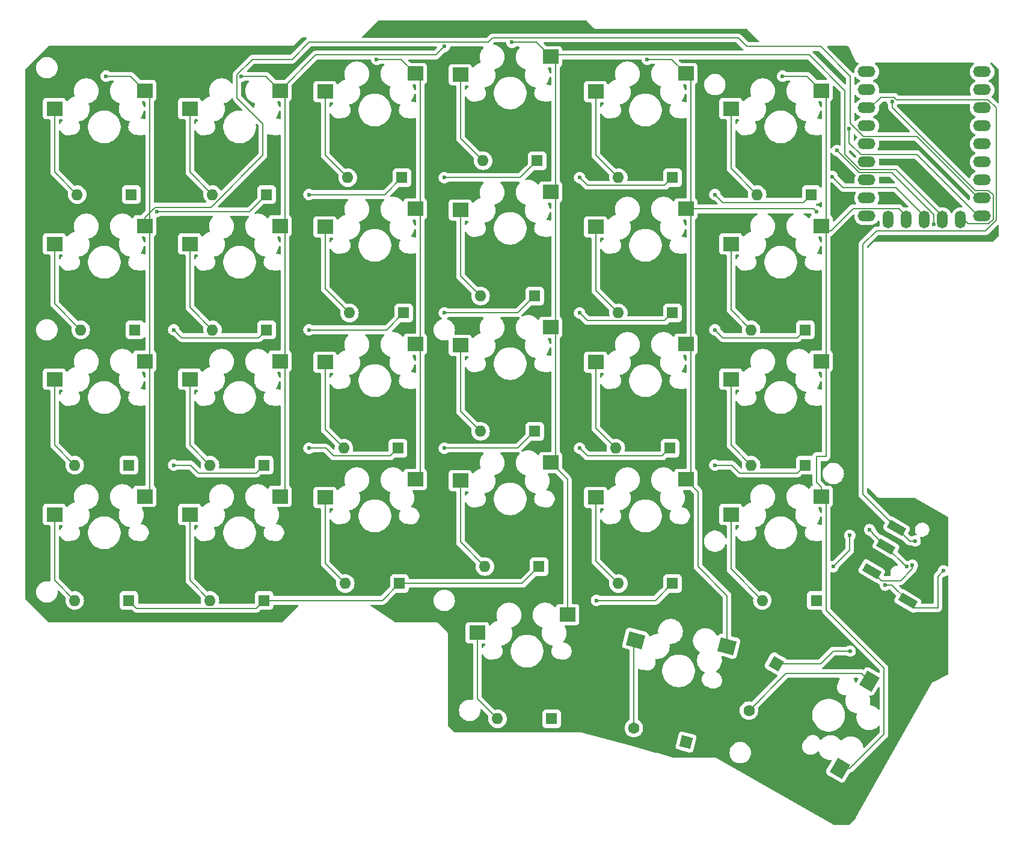
<source format=gbl>
G04 #@! TF.GenerationSoftware,KiCad,Pcbnew,8.0.4*
G04 #@! TF.CreationDate,2024-09-10T03:21:52+03:00*
G04 #@! TF.ProjectId,silakka54,73696c61-6b6b-4613-9534-2e6b69636164,rev?*
G04 #@! TF.SameCoordinates,Original*
G04 #@! TF.FileFunction,Copper,L2,Bot*
G04 #@! TF.FilePolarity,Positive*
%FSLAX46Y46*%
G04 Gerber Fmt 4.6, Leading zero omitted, Abs format (unit mm)*
G04 Created by KiCad (PCBNEW 8.0.4) date 2024-09-10 03:21:52*
%MOMM*%
%LPD*%
G01*
G04 APERTURE LIST*
G04 Aperture macros list*
%AMHorizOval*
0 Thick line with rounded ends*
0 $1 width*
0 $2 $3 position (X,Y) of the first rounded end (center of the circle)*
0 $4 $5 position (X,Y) of the second rounded end (center of the circle)*
0 Add line between two ends*
20,1,$1,$2,$3,$4,$5,0*
0 Add two circle primitives to create the rounded ends*
1,1,$1,$2,$3*
1,1,$1,$4,$5*%
%AMRotRect*
0 Rectangle, with rotation*
0 The origin of the aperture is its center*
0 $1 length*
0 $2 width*
0 $3 Rotation angle, in degrees counterclockwise*
0 Add horizontal line*
21,1,$1,$2,0,0,$3*%
G04 Aperture macros list end*
G04 #@! TA.AperFunction,ComponentPad*
%ADD10R,1.600000X1.600000*%
G04 #@! TD*
G04 #@! TA.AperFunction,ComponentPad*
%ADD11O,1.600000X1.600000*%
G04 #@! TD*
G04 #@! TA.AperFunction,SMDPad,CuDef*
%ADD12R,2.300000X2.000000*%
G04 #@! TD*
G04 #@! TA.AperFunction,ComponentPad*
%ADD13RotRect,1.600000X1.600000X240.000000*%
G04 #@! TD*
G04 #@! TA.AperFunction,ComponentPad*
%ADD14HorizOval,1.600000X0.000000X0.000000X0.000000X0.000000X0*%
G04 #@! TD*
G04 #@! TA.AperFunction,SMDPad,CuDef*
%ADD15RotRect,2.300000X2.000000X165.000000*%
G04 #@! TD*
G04 #@! TA.AperFunction,SMDPad,CuDef*
%ADD16RotRect,2.300000X2.000000X60.000000*%
G04 #@! TD*
G04 #@! TA.AperFunction,ComponentPad*
%ADD17O,2.500000X1.500000*%
G04 #@! TD*
G04 #@! TA.AperFunction,ComponentPad*
%ADD18O,1.500000X2.500000*%
G04 #@! TD*
G04 #@! TA.AperFunction,ComponentPad*
%ADD19RotRect,1.600000X1.600000X165.000000*%
G04 #@! TD*
G04 #@! TA.AperFunction,ComponentPad*
%ADD20HorizOval,1.600000X0.000000X0.000000X0.000000X0.000000X0*%
G04 #@! TD*
G04 #@! TA.AperFunction,SMDPad,CuDef*
%ADD21RotRect,1.200000X2.500000X240.000000*%
G04 #@! TD*
G04 #@! TA.AperFunction,ViaPad*
%ADD22C,0.600000*%
G04 #@! TD*
G04 #@! TA.AperFunction,Conductor*
%ADD23C,0.200000*%
G04 #@! TD*
G04 APERTURE END LIST*
D10*
G04 #@! TO.P,D18,1,K*
G04 #@! TO.N,ROW2*
X138928750Y-88106250D03*
D11*
G04 #@! TO.P,D18,2,A*
G04 #@! TO.N,Net-(D18-A)*
X131308750Y-88106250D03*
G04 #@! TD*
D10*
G04 #@! TO.P,D9,1,K*
G04 #@! TO.N,ROW1*
X82378750Y-66675000D03*
D11*
G04 #@! TO.P,D9,2,A*
G04 #@! TO.N,Net-(D9-A)*
X74758750Y-66675000D03*
G04 #@! TD*
D10*
G04 #@! TO.P,D5,1,K*
G04 #@! TO.N,ROW0*
X120228749Y-47625001D03*
D11*
G04 #@! TO.P,D5,2,A*
G04 #@! TO.N,Net-(D5-A)*
X112608749Y-47625001D03*
G04 #@! TD*
D12*
G04 #@! TO.P,S25,1,1*
G04 #@! TO.N,Net-(D25-A)*
X92750000Y-111720000D03*
G04 #@! TO.P,S25,2,2*
G04 #@! TO.N,COL3*
X105450000Y-109180000D03*
G04 #@! TD*
D13*
G04 #@! TO.P,D27,1,K*
G04 #@! TO.N,ROW4*
X134817500Y-116066052D03*
D14*
G04 #@! TO.P,D27,2,A*
G04 #@! TO.N,Net-(D27-A)*
X131007500Y-122665166D03*
G04 #@! TD*
D12*
G04 #@! TO.P,S11,1,1*
G04 #@! TO.N,Net-(D11-A)*
X109418750Y-54570000D03*
G04 #@! TO.P,S11,2,2*
G04 #@! TO.N,COL4*
X122118750Y-52030000D03*
G04 #@! TD*
G04 #@! TO.P,S5,1,1*
G04 #@! TO.N,Net-(D5-A)*
X109418750Y-35520000D03*
G04 #@! TO.P,S5,2,2*
G04 #@! TO.N,COL4*
X122118750Y-32980000D03*
G04 #@! TD*
G04 #@! TO.P,S6,1,1*
G04 #@! TO.N,Net-(D6-A)*
X128468750Y-37901250D03*
G04 #@! TO.P,S6,2,2*
G04 #@! TO.N,COL5*
X141168750Y-35361250D03*
G04 #@! TD*
G04 #@! TO.P,S10,1,1*
G04 #@! TO.N,Net-(D10-A)*
X90368750Y-52188750D03*
G04 #@! TO.P,S10,2,2*
G04 #@! TO.N,COL3*
X103068750Y-49648750D03*
G04 #@! TD*
D10*
G04 #@! TO.P,D25,1,K*
G04 #@! TO.N,ROW4*
X103210002Y-123825001D03*
D11*
G04 #@! TO.P,D25,2,A*
G04 #@! TO.N,Net-(D25-A)*
X95590002Y-123825001D03*
G04 #@! TD*
D12*
G04 #@! TO.P,S23,1,1*
G04 #@! TO.N,Net-(D23-A)*
X109418750Y-92670000D03*
G04 #@! TO.P,S23,2,2*
G04 #@! TO.N,COL4*
X122118750Y-90130000D03*
G04 #@! TD*
D10*
G04 #@! TO.P,D16,1,K*
G04 #@! TO.N,ROW2*
X100828750Y-83343750D03*
D11*
G04 #@! TO.P,D16,2,A*
G04 #@! TO.N,Net-(D16-A)*
X93208750Y-83343750D03*
G04 #@! TD*
D10*
G04 #@! TO.P,D21,1,K*
G04 #@! TO.N,ROW3*
X81778752Y-104775001D03*
D11*
G04 #@! TO.P,D21,2,A*
G04 #@! TO.N,Net-(D21-A)*
X74158752Y-104775001D03*
G04 #@! TD*
D10*
G04 #@! TO.P,D14,1,K*
G04 #@! TO.N,ROW2*
X62728750Y-88106250D03*
D11*
G04 #@! TO.P,D14,2,A*
G04 #@! TO.N,Net-(D14-A)*
X55108750Y-88106250D03*
G04 #@! TD*
D12*
G04 #@! TO.P,S3,1,1*
G04 #@! TO.N,Net-(D3-A)*
X71318750Y-35520000D03*
G04 #@! TO.P,S3,2,2*
G04 #@! TO.N,COL2*
X84018750Y-32980000D03*
G04 #@! TD*
D15*
G04 #@! TO.P,S26,1,1*
G04 #@! TO.N,Net-(D26-A)*
X115005022Y-112777428D03*
G04 #@! TO.P,S26,2,2*
G04 #@! TO.N,COL4*
X127929681Y-113610978D03*
G04 #@! TD*
D12*
G04 #@! TO.P,S17,1,1*
G04 #@! TO.N,Net-(D17-A)*
X109418750Y-73620000D03*
G04 #@! TO.P,S17,2,2*
G04 #@! TO.N,COL4*
X122118750Y-71080000D03*
G04 #@! TD*
G04 #@! TO.P,S8,1,1*
G04 #@! TO.N,Net-(D8-A)*
X52268750Y-56951250D03*
G04 #@! TO.P,S8,2,2*
G04 #@! TO.N,COL1*
X64968750Y-54411250D03*
G04 #@! TD*
D10*
G04 #@! TO.P,D3,1,K*
G04 #@! TO.N,ROW0*
X82128749Y-47625000D03*
D11*
G04 #@! TO.P,D3,2,A*
G04 #@! TO.N,Net-(D3-A)*
X74508749Y-47625000D03*
G04 #@! TD*
D10*
G04 #@! TO.P,D1,1,K*
G04 #@! TO.N,ROW0*
X44028749Y-50006251D03*
D11*
G04 #@! TO.P,D1,2,A*
G04 #@! TO.N,Net-(D1-A)*
X36408749Y-50006251D03*
G04 #@! TD*
D10*
G04 #@! TO.P,D7,1,K*
G04 #@! TO.N,ROW1*
X44528750Y-69056250D03*
D11*
G04 #@! TO.P,D7,2,A*
G04 #@! TO.N,Net-(D7-A)*
X36908750Y-69056250D03*
G04 #@! TD*
D12*
G04 #@! TO.P,S13,1,1*
G04 #@! TO.N,Net-(D13-A)*
X33218750Y-76001250D03*
G04 #@! TO.P,S13,2,2*
G04 #@! TO.N,COL0*
X45918750Y-73461250D03*
G04 #@! TD*
G04 #@! TO.P,S16,1,1*
G04 #@! TO.N,Net-(D16-A)*
X90368750Y-71238750D03*
G04 #@! TO.P,S16,2,2*
G04 #@! TO.N,COL3*
X103068750Y-68698750D03*
G04 #@! TD*
D16*
G04 #@! TO.P,S27,1,1*
G04 #@! TO.N,Net-(D27-A)*
X147963096Y-118539072D03*
G04 #@! TO.P,S27,2,2*
G04 #@! TO.N,COL5*
X143812800Y-130807595D03*
G04 #@! TD*
D12*
G04 #@! TO.P,S14,1,1*
G04 #@! TO.N,Net-(D14-A)*
X52268750Y-76001250D03*
G04 #@! TO.P,S14,2,2*
G04 #@! TO.N,COL1*
X64968750Y-73461250D03*
G04 #@! TD*
G04 #@! TO.P,S7,1,1*
G04 #@! TO.N,Net-(D7-A)*
X33218750Y-56951250D03*
G04 #@! TO.P,S7,2,2*
G04 #@! TO.N,COL0*
X45918750Y-54411250D03*
G04 #@! TD*
G04 #@! TO.P,S22,1,1*
G04 #@! TO.N,Net-(D22-A)*
X90368750Y-90288750D03*
G04 #@! TO.P,S22,2,2*
G04 #@! TO.N,COL3*
X103068750Y-87748750D03*
G04 #@! TD*
G04 #@! TO.P,S19,1,1*
G04 #@! TO.N,Net-(D19-A)*
X33218750Y-95051250D03*
G04 #@! TO.P,S19,2,2*
G04 #@! TO.N,COL0*
X45918750Y-92511250D03*
G04 #@! TD*
D10*
G04 #@! TO.P,D17,1,K*
G04 #@! TO.N,ROW2*
X119878752Y-85725001D03*
D11*
G04 #@! TO.P,D17,2,A*
G04 #@! TO.N,Net-(D17-A)*
X112258752Y-85725001D03*
G04 #@! TD*
D10*
G04 #@! TO.P,D2,1,K*
G04 #@! TO.N,ROW0*
X63078749Y-50006250D03*
D11*
G04 #@! TO.P,D2,2,A*
G04 #@! TO.N,Net-(D2-A)*
X55458749Y-50006250D03*
G04 #@! TD*
D10*
G04 #@! TO.P,D19,1,K*
G04 #@! TO.N,ROW3*
X43678752Y-107156251D03*
D11*
G04 #@! TO.P,D19,2,A*
G04 #@! TO.N,Net-(D19-A)*
X36058752Y-107156251D03*
G04 #@! TD*
D17*
G04 #@! TO.P,U1,1,0*
G04 #@! TO.N,TX*
X163828750Y-32731250D03*
G04 #@! TO.P,U1,2,1*
G04 #@! TO.N,RX*
X163828750Y-35271250D03*
G04 #@! TO.P,U1,3,2*
G04 #@! TO.N,ROW0*
X163828750Y-37811250D03*
G04 #@! TO.P,U1,4,3*
G04 #@! TO.N,ROW1*
X163828750Y-40351250D03*
G04 #@! TO.P,U1,5,4*
G04 #@! TO.N,ROW2*
X163828750Y-42891250D03*
G04 #@! TO.P,U1,6,5*
G04 #@! TO.N,ROW3*
X163828750Y-45431250D03*
G04 #@! TO.P,U1,7,6*
G04 #@! TO.N,ROW4*
X163828750Y-47971250D03*
G04 #@! TO.P,U1,8,7*
G04 #@! TO.N,COL0*
X163828750Y-50511250D03*
G04 #@! TO.P,U1,9,8*
G04 #@! TO.N,COL1*
X163828750Y-53051250D03*
D18*
G04 #@! TO.P,U1,10,9*
G04 #@! TO.N,COL2*
X160788750Y-53551250D03*
G04 #@! TO.P,U1,11,10*
G04 #@! TO.N,COL3*
X158248750Y-53551250D03*
G04 #@! TO.P,U1,12,11*
G04 #@! TO.N,COL4*
X155708750Y-53551250D03*
G04 #@! TO.P,U1,13,12*
G04 #@! TO.N,COL5*
X153168750Y-53551250D03*
G04 #@! TO.P,U1,14,13*
G04 #@! TO.N,unconnected-(U1-13-Pad14)*
X150628750Y-53551250D03*
D17*
G04 #@! TO.P,U1,15,14*
G04 #@! TO.N,unconnected-(U1-14-Pad15)*
X147588750Y-53051250D03*
G04 #@! TO.P,U1,16,15*
G04 #@! TO.N,unconnected-(U1-15-Pad16)*
X147588750Y-50511250D03*
G04 #@! TO.P,U1,17,26*
G04 #@! TO.N,unconnected-(U1-26-Pad17)*
X147588750Y-47971250D03*
G04 #@! TO.P,U1,18,27*
G04 #@! TO.N,unconnected-(U1-27-Pad18)*
X147588750Y-45431250D03*
G04 #@! TO.P,U1,19,28*
G04 #@! TO.N,unconnected-(U1-28-Pad19)*
X147588750Y-42891250D03*
G04 #@! TO.P,U1,20,29*
G04 #@! TO.N,unconnected-(U1-29-Pad20)*
X147588750Y-40351250D03*
G04 #@! TO.P,U1,21,3V3*
G04 #@! TO.N,VCC*
X147588750Y-37811250D03*
G04 #@! TO.P,U1,22,GND*
G04 #@! TO.N,GND*
X147588750Y-35271250D03*
G04 #@! TO.P,U1,23,5V*
G04 #@! TO.N,unconnected-(U1-5V-Pad23)*
X147588750Y-32731250D03*
G04 #@! TD*
D12*
G04 #@! TO.P,S20,1,1*
G04 #@! TO.N,Net-(D20-A)*
X52268750Y-95051250D03*
G04 #@! TO.P,S20,2,2*
G04 #@! TO.N,COL1*
X64968750Y-92511250D03*
G04 #@! TD*
D10*
G04 #@! TO.P,D10,1,K*
G04 #@! TO.N,ROW1*
X100828752Y-64293751D03*
D11*
G04 #@! TO.P,D10,2,A*
G04 #@! TO.N,Net-(D10-A)*
X93208752Y-64293751D03*
G04 #@! TD*
D10*
G04 #@! TO.P,D22,1,K*
G04 #@! TO.N,ROW3*
X101441249Y-102393751D03*
D11*
G04 #@! TO.P,D22,2,A*
G04 #@! TO.N,Net-(D22-A)*
X93821249Y-102393751D03*
G04 #@! TD*
D12*
G04 #@! TO.P,S2,1,1*
G04 #@! TO.N,Net-(D2-A)*
X52268750Y-37901250D03*
G04 #@! TO.P,S2,2,2*
G04 #@! TO.N,COL1*
X64968750Y-35361250D03*
G04 #@! TD*
D10*
G04 #@! TO.P,D15,1,K*
G04 #@! TO.N,ROW2*
X81578751Y-85725000D03*
D11*
G04 #@! TO.P,D15,2,A*
G04 #@! TO.N,Net-(D15-A)*
X73958751Y-85725000D03*
G04 #@! TD*
D10*
G04 #@! TO.P,D23,1,K*
G04 #@! TO.N,ROW3*
X120228749Y-104775001D03*
D11*
G04 #@! TO.P,D23,2,A*
G04 #@! TO.N,Net-(D23-A)*
X112608749Y-104775001D03*
G04 #@! TD*
D12*
G04 #@! TO.P,S21,1,1*
G04 #@! TO.N,Net-(D21-A)*
X71318750Y-92670000D03*
G04 #@! TO.P,S21,2,2*
G04 #@! TO.N,COL2*
X84018750Y-90130000D03*
G04 #@! TD*
G04 #@! TO.P,S12,1,1*
G04 #@! TO.N,Net-(D12-A)*
X128468750Y-56951250D03*
G04 #@! TO.P,S12,2,2*
G04 #@! TO.N,COL5*
X141168750Y-54411250D03*
G04 #@! TD*
G04 #@! TO.P,S18,1,1*
G04 #@! TO.N,Net-(D18-A)*
X128468750Y-76001250D03*
G04 #@! TO.P,S18,2,2*
G04 #@! TO.N,COL5*
X141168750Y-73461250D03*
G04 #@! TD*
D10*
G04 #@! TO.P,D4,1,K*
G04 #@! TO.N,ROW0*
X101178749Y-45243751D03*
D11*
G04 #@! TO.P,D4,2,A*
G04 #@! TO.N,Net-(D4-A)*
X93558749Y-45243751D03*
G04 #@! TD*
D19*
G04 #@! TO.P,D26,1,K*
G04 #@! TO.N,ROW4*
X122142103Y-127101764D03*
D20*
G04 #@! TO.P,D26,2,A*
G04 #@! TO.N,Net-(D26-A)*
X114781748Y-125129563D03*
G04 #@! TD*
D10*
G04 #@! TO.P,D20,1,K*
G04 #@! TO.N,ROW3*
X62728750Y-107156250D03*
D11*
G04 #@! TO.P,D20,2,A*
G04 #@! TO.N,Net-(D20-A)*
X55108750Y-107156250D03*
G04 #@! TD*
D10*
G04 #@! TO.P,D24,1,K*
G04 #@! TO.N,ROW3*
X140493750Y-107156250D03*
D11*
G04 #@! TO.P,D24,2,A*
G04 #@! TO.N,Net-(D24-A)*
X132873750Y-107156250D03*
G04 #@! TD*
D12*
G04 #@! TO.P,S4,1,1*
G04 #@! TO.N,Net-(D4-A)*
X90368750Y-33138750D03*
G04 #@! TO.P,S4,2,2*
G04 #@! TO.N,COL3*
X103068750Y-30598750D03*
G04 #@! TD*
G04 #@! TO.P,S24,1,1*
G04 #@! TO.N,Net-(D24-A)*
X128468750Y-95051250D03*
G04 #@! TO.P,S24,2,2*
G04 #@! TO.N,COL5*
X141168750Y-92511250D03*
G04 #@! TD*
G04 #@! TO.P,S9,1,1*
G04 #@! TO.N,Net-(D9-A)*
X71318750Y-54570000D03*
G04 #@! TO.P,S9,2,2*
G04 #@! TO.N,COL2*
X84018750Y-52030000D03*
G04 #@! TD*
D10*
G04 #@! TO.P,D13,1,K*
G04 #@! TO.N,ROW2*
X43678752Y-88106251D03*
D11*
G04 #@! TO.P,D13,2,A*
G04 #@! TO.N,Net-(D13-A)*
X36058752Y-88106251D03*
G04 #@! TD*
D12*
G04 #@! TO.P,S15,1,1*
G04 #@! TO.N,Net-(D15-A)*
X71318750Y-73620000D03*
G04 #@! TO.P,S15,2,2*
G04 #@! TO.N,COL2*
X84018750Y-71080000D03*
G04 #@! TD*
D10*
G04 #@! TO.P,D8,1,K*
G04 #@! TO.N,ROW1*
X63078749Y-69056251D03*
D11*
G04 #@! TO.P,D8,2,A*
G04 #@! TO.N,Net-(D8-A)*
X55458749Y-69056251D03*
G04 #@! TD*
D10*
G04 #@! TO.P,D12,1,K*
G04 #@! TO.N,ROW1*
X138928752Y-69056251D03*
D11*
G04 #@! TO.P,D12,2,A*
G04 #@! TO.N,Net-(D12-A)*
X131308752Y-69056251D03*
G04 #@! TD*
D10*
G04 #@! TO.P,D6,1,K*
G04 #@! TO.N,ROW0*
X139778750Y-50006250D03*
D11*
G04 #@! TO.P,D6,2,A*
G04 #@! TO.N,Net-(D6-A)*
X132158750Y-50006250D03*
G04 #@! TD*
D10*
G04 #@! TO.P,D11,1,K*
G04 #@! TO.N,ROW1*
X120228749Y-66675001D03*
D11*
G04 #@! TO.P,D11,2,A*
G04 #@! TO.N,Net-(D11-A)*
X112608749Y-66675001D03*
G04 #@! TD*
D12*
G04 #@! TO.P,S1,1,1*
G04 #@! TO.N,Net-(D1-A)*
X33218750Y-37901250D03*
G04 #@! TO.P,S1,2,2*
G04 #@! TO.N,COL0*
X45918750Y-35361250D03*
G04 #@! TD*
D21*
G04 #@! TO.P,J2,R1*
G04 #@! TO.N,RX*
X150285415Y-99558717D03*
G04 #@! TO.P,J2,R2*
G04 #@! TO.N,VCC*
X151785418Y-96960642D03*
G04 #@! TO.P,J2,S*
G04 #@! TO.N,GND*
X153364582Y-107225446D03*
G04 #@! TO.P,J2,T*
G04 #@! TO.N,TX*
X148285422Y-103022820D03*
G04 #@! TD*
D22*
G04 #@! TO.N,ROW0*
X47625000Y-52387500D03*
X88106250Y-47625000D03*
X69056250Y-50006250D03*
X107156250Y-47625000D03*
X126206250Y-50006250D03*
G04 #@! TO.N,ROW1*
X107156250Y-66675000D03*
X69056250Y-69056250D03*
X50006250Y-69056250D03*
X88106250Y-66675000D03*
X126206250Y-69056250D03*
G04 #@! TO.N,ROW2*
X50006250Y-88106250D03*
X69056250Y-85725000D03*
X126206250Y-88106250D03*
X88106250Y-85725000D03*
X107156250Y-85725000D03*
G04 #@! TO.N,ROW3*
X145200000Y-98000000D03*
X109537500Y-107156250D03*
X142875000Y-102393750D03*
G04 #@! TO.N,ROW4*
X145256250Y-114300000D03*
G04 #@! TO.N,COL0*
X40481250Y-33337500D03*
G04 #@! TO.N,COL1*
X88106250Y-29175000D03*
X145131985Y-40727939D03*
X59531250Y-33337500D03*
G04 #@! TO.N,COL2*
X78581250Y-30956250D03*
X151209375Y-36909375D03*
G04 #@! TO.N,COL3*
X97631250Y-28575000D03*
G04 #@! TO.N,COL4*
X140493750Y-52387500D03*
X142718273Y-47468273D03*
X116681250Y-30956250D03*
G04 #@! TO.N,COL5*
X135731250Y-33337500D03*
G04 #@! TO.N,RX*
X148000000Y-97200000D03*
X157000000Y-54200000D03*
X153200000Y-102400000D03*
X143400000Y-43800000D03*
G04 #@! TO.N,VCC*
X154400000Y-98800000D03*
G04 #@! TO.N,TX*
X154000000Y-102200000D03*
G04 #@! TO.N,GND*
X158400000Y-103000000D03*
X150200000Y-105000000D03*
G04 #@! TD*
D23*
G04 #@! TO.N,Net-(D1-A)*
X33218750Y-37901250D02*
X33218750Y-46816252D01*
X33218750Y-46816252D02*
X36408749Y-50006251D01*
G04 #@! TO.N,ROW0*
X98797500Y-47625000D02*
X101178749Y-45243751D01*
X69056250Y-50006250D02*
X79747499Y-50006250D01*
X119128749Y-48725001D02*
X120228749Y-47625001D01*
X88106250Y-47625000D02*
X98797500Y-47625000D01*
X60697499Y-52387500D02*
X63078749Y-50006250D01*
X138678750Y-51106250D02*
X139778750Y-50006250D01*
X126206250Y-50006250D02*
X127306250Y-51106250D01*
X79747499Y-50006250D02*
X82128749Y-47625000D01*
X107156250Y-47625000D02*
X108256251Y-48725001D01*
X47625000Y-52387500D02*
X60697499Y-52387500D01*
X127306250Y-51106250D02*
X138678750Y-51106250D01*
X108256251Y-48725001D02*
X119128749Y-48725001D01*
G04 #@! TO.N,Net-(D2-A)*
X52268750Y-37901250D02*
X52268750Y-46816251D01*
X52268750Y-46816251D02*
X55458749Y-50006250D01*
G04 #@! TO.N,Net-(D3-A)*
X71318750Y-44435001D02*
X74508749Y-47625000D01*
X71318750Y-35520000D02*
X71318750Y-44435001D01*
G04 #@! TO.N,Net-(D4-A)*
X90368750Y-42053752D02*
X93558749Y-45243751D01*
X90368750Y-33138750D02*
X90368750Y-42053752D01*
G04 #@! TO.N,Net-(D5-A)*
X109418750Y-44435002D02*
X112608749Y-47625001D01*
X109418750Y-35520000D02*
X109418750Y-44435002D01*
G04 #@! TO.N,Net-(D6-A)*
X128468750Y-37901250D02*
X128468750Y-46316250D01*
X128468750Y-46316250D02*
X132158750Y-50006250D01*
G04 #@! TO.N,ROW1*
X119128749Y-67775001D02*
X120228749Y-66675001D01*
X126206250Y-69056250D02*
X127306251Y-70156251D01*
X137828752Y-70156251D02*
X138928752Y-69056251D01*
X127306251Y-70156251D02*
X137828752Y-70156251D01*
X79997500Y-69056250D02*
X82378750Y-66675000D01*
X51106251Y-70156251D02*
X61978749Y-70156251D01*
X107156250Y-66675000D02*
X108256251Y-67775001D01*
X61978749Y-70156251D02*
X63078749Y-69056251D01*
X88106250Y-66675000D02*
X98447503Y-66675000D01*
X108256251Y-67775001D02*
X119128749Y-67775001D01*
X98447503Y-66675000D02*
X100828752Y-64293751D01*
X50006250Y-69056250D02*
X51106251Y-70156251D01*
X69056250Y-69056250D02*
X79997500Y-69056250D01*
G04 #@! TO.N,Net-(D7-A)*
X33218750Y-65366250D02*
X36908750Y-69056250D01*
X33218750Y-56951250D02*
X33218750Y-65366250D01*
G04 #@! TO.N,Net-(D8-A)*
X52268750Y-56951250D02*
X52268750Y-65866252D01*
X52268750Y-65866252D02*
X55458749Y-69056251D01*
G04 #@! TO.N,Net-(D9-A)*
X71318750Y-63235000D02*
X74758750Y-66675000D01*
X71318750Y-54570000D02*
X71318750Y-63235000D01*
G04 #@! TO.N,Net-(D10-A)*
X90368750Y-52188750D02*
X90368750Y-61453749D01*
X90368750Y-61453749D02*
X93208752Y-64293751D01*
G04 #@! TO.N,Net-(D11-A)*
X109418750Y-54570000D02*
X109418750Y-63485002D01*
X109418750Y-63485002D02*
X112608749Y-66675001D01*
G04 #@! TO.N,Net-(D12-A)*
X128468750Y-56951250D02*
X128468750Y-66216249D01*
X128468750Y-66216249D02*
X131308752Y-69056251D01*
G04 #@! TO.N,Net-(D13-A)*
X33218750Y-76001250D02*
X33218750Y-85266249D01*
X33218750Y-85266249D02*
X36058752Y-88106251D01*
G04 #@! TO.N,ROW2*
X71437500Y-85725000D02*
X72537500Y-86825000D01*
X52387500Y-88106250D02*
X53487500Y-89206250D01*
X80478751Y-86825000D02*
X81578751Y-85725000D01*
X61628750Y-89206250D02*
X62728750Y-88106250D01*
X88106250Y-85725000D02*
X98447500Y-85725000D01*
X72537500Y-86825000D02*
X80478751Y-86825000D01*
X118778752Y-86825001D02*
X119878752Y-85725001D01*
X98447500Y-85725000D02*
X100828750Y-83343750D01*
X126206250Y-88106250D02*
X128587500Y-88106250D01*
X129687500Y-89206250D02*
X137828750Y-89206250D01*
X53487500Y-89206250D02*
X61628750Y-89206250D01*
X137828750Y-89206250D02*
X138928750Y-88106250D01*
X128587500Y-88106250D02*
X129687500Y-89206250D01*
X107156250Y-85725000D02*
X108256251Y-86825001D01*
X108256251Y-86825001D02*
X118778752Y-86825001D01*
X50006250Y-88106250D02*
X52387500Y-88106250D01*
X69056250Y-85725000D02*
X71437500Y-85725000D01*
G04 #@! TO.N,Net-(D14-A)*
X52268750Y-85266250D02*
X55108750Y-88106250D01*
X52268750Y-76001250D02*
X52268750Y-85266250D01*
G04 #@! TO.N,Net-(D15-A)*
X71318750Y-83084999D02*
X73958751Y-85725000D01*
X71318750Y-73620000D02*
X71318750Y-83084999D01*
G04 #@! TO.N,Net-(D16-A)*
X90368750Y-80503750D02*
X93208750Y-83343750D01*
X90368750Y-71238750D02*
X90368750Y-80503750D01*
G04 #@! TO.N,Net-(D17-A)*
X109418750Y-73620000D02*
X109418750Y-82884999D01*
X109418750Y-82884999D02*
X112258752Y-85725001D01*
G04 #@! TO.N,Net-(D18-A)*
X128468750Y-85266250D02*
X131308750Y-88106250D01*
X128468750Y-76001250D02*
X128468750Y-85266250D01*
G04 #@! TO.N,ROW3*
X145200000Y-100068750D02*
X142875000Y-102393750D01*
X99059999Y-104775001D02*
X81778752Y-104775001D01*
X79397503Y-107156250D02*
X81778752Y-104775001D01*
X62728750Y-107156250D02*
X79397503Y-107156250D01*
X43678752Y-107156251D02*
X44778751Y-108256250D01*
X109537500Y-107156250D02*
X117847500Y-107156250D01*
X44778751Y-108256250D02*
X61628750Y-108256250D01*
X101441249Y-102393751D02*
X99059999Y-104775001D01*
X145200000Y-98000000D02*
X145200000Y-100068750D01*
X61628750Y-108256250D02*
X62728750Y-107156250D01*
X117847500Y-107156250D02*
X120228749Y-104775001D01*
G04 #@! TO.N,Net-(D19-A)*
X33218750Y-95051250D02*
X33218750Y-104316249D01*
X33218750Y-104316249D02*
X36058752Y-107156251D01*
G04 #@! TO.N,Net-(D20-A)*
X52268750Y-95051250D02*
X52268750Y-104316250D01*
X52268750Y-104316250D02*
X55108750Y-107156250D01*
G04 #@! TO.N,Net-(D21-A)*
X71318750Y-101934999D02*
X74158752Y-104775001D01*
X71318750Y-92670000D02*
X71318750Y-101934999D01*
G04 #@! TO.N,Net-(D22-A)*
X90368750Y-90288750D02*
X90368750Y-98941252D01*
X90368750Y-98941252D02*
X93821249Y-102393751D01*
G04 #@! TO.N,Net-(D23-A)*
X109418750Y-101585002D02*
X112608749Y-104775001D01*
X109418750Y-92670000D02*
X109418750Y-101585002D01*
G04 #@! TO.N,Net-(D24-A)*
X128468750Y-95051250D02*
X128468750Y-102751250D01*
X128468750Y-102751250D02*
X132873750Y-107156250D01*
G04 #@! TO.N,Net-(D25-A)*
X92750000Y-111720000D02*
X92750000Y-120984999D01*
X92750000Y-120984999D02*
X95590002Y-123825001D01*
G04 #@! TO.N,ROW4*
X141108948Y-116066052D02*
X134817500Y-116066052D01*
X142875000Y-114300000D02*
X141108948Y-116066052D01*
X145256250Y-114300000D02*
X142875000Y-114300000D01*
G04 #@! TO.N,Net-(D26-A)*
X114781748Y-113000702D02*
X114781748Y-125129563D01*
X115005022Y-112777428D02*
X114781748Y-113000702D01*
G04 #@! TO.N,Net-(D27-A)*
X136213794Y-117458872D02*
X131007500Y-122665166D01*
X146882898Y-117458872D02*
X136213794Y-117458872D01*
X147963095Y-118539069D02*
X146882898Y-117458872D01*
G04 #@! TO.N,COL0*
X45918750Y-54411250D02*
X45918750Y-53245221D01*
X62568750Y-40047544D02*
X58931250Y-36410044D01*
X66675000Y-30956250D02*
X69056250Y-28575000D01*
X61063971Y-30956250D02*
X66675000Y-30956250D01*
X45918750Y-92511250D02*
X46598750Y-91831250D01*
X58931250Y-33088971D02*
X61063971Y-30956250D01*
X45918750Y-35361250D02*
X43895000Y-33337500D01*
X145256250Y-40003674D02*
X147093826Y-41841250D01*
X147093826Y-41841250D02*
X154658750Y-41841250D01*
X129498795Y-27975000D02*
X130698795Y-29175000D01*
X58931250Y-36410044D02*
X58931250Y-33088971D01*
X94876205Y-27975000D02*
X129498795Y-27975000D01*
X130698795Y-29175000D02*
X141093750Y-29175000D01*
X69056250Y-28575000D02*
X94276205Y-28575000D01*
X45918750Y-53245221D02*
X47376471Y-51787500D01*
X47376471Y-51787500D02*
X55233134Y-51787500D01*
X55233134Y-51787500D02*
X62568750Y-44451884D01*
X46598750Y-36041250D02*
X45918750Y-35361250D01*
X154658750Y-41841250D02*
X163328750Y-50511250D01*
X43895000Y-33337500D02*
X40481250Y-33337500D01*
X94276205Y-28575000D02*
X94876205Y-27975000D01*
X145256250Y-33337500D02*
X145256250Y-40003674D01*
X62568750Y-44451884D02*
X62568750Y-40047544D01*
X46598750Y-91831250D02*
X46598750Y-36041250D01*
X141093750Y-29175000D02*
X145256250Y-33337500D01*
G04 #@! TO.N,COL1*
X62945000Y-33337500D02*
X64968750Y-35361250D01*
X145131985Y-40727939D02*
X145131985Y-42738235D01*
X65648750Y-36041250D02*
X65648750Y-91831250D01*
X65648750Y-91831250D02*
X64968750Y-92511250D01*
X154658750Y-44381250D02*
X163328750Y-53051250D01*
X64968750Y-35361250D02*
X65648750Y-36041250D01*
X64968750Y-35361250D02*
X69973750Y-30356250D01*
X145131985Y-42738235D02*
X146775000Y-44381250D01*
X146775000Y-44381250D02*
X154658750Y-44381250D01*
X59531250Y-33337500D02*
X62945000Y-33337500D01*
X86925000Y-30356250D02*
X88106250Y-29175000D01*
X69973750Y-30356250D02*
X86925000Y-30356250D01*
G04 #@! TO.N,COL2*
X84698750Y-33660000D02*
X84018750Y-32980000D01*
X84018750Y-90130000D02*
X84698750Y-89450000D01*
X151209375Y-37776799D02*
X162893826Y-49461250D01*
X164763674Y-49461250D02*
X165378750Y-50076326D01*
X165378750Y-53486174D02*
X164763674Y-54101250D01*
X84698750Y-89450000D02*
X84698750Y-33660000D01*
X164763674Y-54101250D02*
X161838750Y-54101250D01*
X165378750Y-50076326D02*
X165378750Y-53486174D01*
X162893826Y-49461250D02*
X164763674Y-49461250D01*
X81995000Y-30956250D02*
X84018750Y-32980000D01*
X78581250Y-30956250D02*
X81995000Y-30956250D01*
X151209375Y-36909375D02*
X151209375Y-37776799D01*
X161838750Y-54101250D02*
X160788750Y-53051250D01*
G04 #@! TO.N,COL3*
X146653826Y-46481250D02*
X151678750Y-46481250D01*
X103311250Y-30356250D02*
X139493750Y-30356250D01*
X144531985Y-35394485D02*
X144531985Y-44359409D01*
X103068750Y-87748750D02*
X105450000Y-90130000D01*
X101045000Y-28575000D02*
X103068750Y-30598750D01*
X103068750Y-30598750D02*
X103311250Y-30356250D01*
X103748750Y-87068750D02*
X103068750Y-87748750D01*
X151678750Y-46481250D02*
X158248750Y-53051250D01*
X105450000Y-90130000D02*
X105450000Y-109180000D01*
X144531985Y-44359409D02*
X146653826Y-46481250D01*
X97631250Y-28575000D02*
X101045000Y-28575000D01*
X103748750Y-31278750D02*
X103748750Y-87068750D01*
X139493750Y-30356250D02*
X144531985Y-35394485D01*
X103068750Y-30598750D02*
X103748750Y-31278750D01*
G04 #@! TO.N,COL4*
X123825000Y-102393750D02*
X127929681Y-106498431D01*
X144271250Y-49021250D02*
X151678750Y-49021250D01*
X116681250Y-30956250D02*
X120095000Y-30956250D01*
X151678750Y-49021250D02*
X155708750Y-53051250D01*
X122118750Y-90130000D02*
X123825000Y-91836250D01*
X120095000Y-30956250D02*
X122118750Y-32980000D01*
X122118750Y-52030000D02*
X140136250Y-52030000D01*
X140136250Y-52030000D02*
X140493750Y-52387500D01*
X123825000Y-91836250D02*
X123825000Y-102393750D01*
X127929681Y-106498431D02*
X127929681Y-113610978D01*
X122798750Y-33660000D02*
X122798750Y-89450000D01*
X122798750Y-89450000D02*
X122118750Y-90130000D01*
X142718273Y-47468273D02*
X144271250Y-49021250D01*
X122118750Y-32980000D02*
X122798750Y-33660000D01*
G04 #@! TO.N,COL5*
X145217815Y-130807593D02*
X150018750Y-126006658D01*
X141848750Y-86915625D02*
X140493750Y-86915625D01*
X141168750Y-54411250D02*
X141858750Y-55101250D01*
X143812802Y-130807593D02*
X145217815Y-130807593D01*
X139145000Y-33337500D02*
X141168750Y-35361250D01*
X142542500Y-55101250D02*
X145642500Y-52001250D01*
X152118750Y-52001250D02*
X153168750Y-53051250D01*
X145642500Y-52001250D02*
X152118750Y-52001250D01*
X150018750Y-126006658D02*
X150018750Y-116681250D01*
X141848750Y-108511250D02*
X141848750Y-93191250D01*
X141848750Y-36041250D02*
X141848750Y-86915625D01*
X150018750Y-116681250D02*
X141848750Y-108511250D01*
X141168750Y-91162500D02*
X141168750Y-92511250D01*
X140493750Y-86915625D02*
X140493750Y-90487500D01*
X141168750Y-35361250D02*
X141848750Y-36041250D01*
X141848750Y-93191250D02*
X141168750Y-92511250D01*
X135731250Y-33337500D02*
X139145000Y-33337500D01*
X141858750Y-55101250D02*
X142542500Y-55101250D01*
X140493750Y-90487500D02*
X141168750Y-91162500D01*
G04 #@! TO.N,RX*
X143400000Y-43800000D02*
X146521250Y-46921250D01*
X148000000Y-97200000D02*
X148400000Y-97600000D01*
X148400000Y-97673302D02*
X150285415Y-99558717D01*
X148400000Y-97600000D02*
X148400000Y-97673302D01*
X151063674Y-46921250D02*
X157000000Y-52857576D01*
X150285415Y-99558717D02*
X153126698Y-102400000D01*
X157000000Y-52857576D02*
X157000000Y-54200000D01*
X146521250Y-46921250D02*
X151063674Y-46921250D01*
X153126698Y-102400000D02*
X153200000Y-102400000D01*
G04 #@! TO.N,VCC*
X147037500Y-57027424D02*
X148963674Y-55101250D01*
X151785418Y-96960642D02*
X147037500Y-92212724D01*
X165800000Y-37797576D02*
X164663270Y-36660846D01*
X164663270Y-36660846D02*
X151809375Y-36660846D01*
X151809375Y-36660846D02*
X151457904Y-36309375D01*
X148963674Y-55101250D02*
X164329360Y-55101250D01*
X164329360Y-55101250D02*
X165800000Y-53630610D01*
X153624776Y-98800000D02*
X154400000Y-98800000D01*
X149590625Y-36309375D02*
X148088750Y-37811250D01*
X151785418Y-96960642D02*
X153624776Y-98800000D01*
X151457904Y-36309375D02*
X149590625Y-36309375D01*
X165800000Y-53630610D02*
X165800000Y-37797576D01*
X147037500Y-92212724D02*
X147037500Y-57027424D01*
G04 #@! TO.N,TX*
X148285422Y-103022820D02*
X149624780Y-104362178D01*
X154000000Y-102717813D02*
X154000000Y-102200000D01*
X152355635Y-104362178D02*
X154000000Y-102717813D01*
X149624780Y-104362178D02*
X152355635Y-104362178D01*
G04 #@! TO.N,GND*
X157600000Y-103800000D02*
X157600000Y-108200000D01*
X154339136Y-108200000D02*
X153364582Y-107225446D01*
X150200000Y-105000000D02*
X151139136Y-105000000D01*
X158400000Y-103000000D02*
X157600000Y-103800000D01*
X157600000Y-108200000D02*
X154339136Y-108200000D01*
X151139136Y-105000000D02*
X153364582Y-107225446D01*
G04 #@! TD*
G04 #@! TA.AperFunction,NonConductor*
G36*
X108155238Y-25523310D02*
G01*
X108175880Y-25539944D01*
X109137000Y-26501064D01*
X109230186Y-26594250D01*
X109344314Y-26660142D01*
X109471608Y-26694250D01*
X130710074Y-26694250D01*
X130777113Y-26713935D01*
X130797755Y-26730569D01*
X132430005Y-28362819D01*
X132463490Y-28424142D01*
X132458506Y-28493834D01*
X132416634Y-28549767D01*
X132351170Y-28574184D01*
X132342324Y-28574500D01*
X130998892Y-28574500D01*
X130931853Y-28554815D01*
X130911211Y-28538181D01*
X129986385Y-27613355D01*
X129986383Y-27613352D01*
X129867512Y-27494481D01*
X129867511Y-27494480D01*
X129780699Y-27444360D01*
X129780699Y-27444359D01*
X129780695Y-27444358D01*
X129730580Y-27415423D01*
X129577852Y-27374499D01*
X129419738Y-27374499D01*
X129412142Y-27374499D01*
X129412126Y-27374500D01*
X94955262Y-27374500D01*
X94797148Y-27374500D01*
X94644420Y-27415423D01*
X94644419Y-27415423D01*
X94644417Y-27415424D01*
X94644414Y-27415425D01*
X94594301Y-27444359D01*
X94594300Y-27444360D01*
X94550894Y-27469420D01*
X94507490Y-27494479D01*
X94507487Y-27494481D01*
X94395685Y-27606284D01*
X94395683Y-27606286D01*
X94217095Y-27784875D01*
X94063789Y-27938181D01*
X94002466Y-27971666D01*
X93976108Y-27974500D01*
X76617051Y-27974500D01*
X76550012Y-27954815D01*
X76504257Y-27902011D01*
X76494313Y-27832853D01*
X76523338Y-27769297D01*
X76529370Y-27762819D01*
X78752245Y-25539944D01*
X78813568Y-25506459D01*
X78839926Y-25503625D01*
X108088199Y-25503625D01*
X108155238Y-25523310D01*
G37*
G04 #@! TD.AperFunction*
G04 #@! TA.AperFunction,NonConductor*
G36*
X129265737Y-28595185D02*
G01*
X129286379Y-28611819D01*
X130213934Y-29539374D01*
X130213955Y-29539397D01*
X130218627Y-29544069D01*
X130219229Y-29545172D01*
X130221512Y-29547672D01*
X130221522Y-29547684D01*
X130220888Y-29548211D01*
X130252112Y-29605392D01*
X130247128Y-29675084D01*
X130205256Y-29731017D01*
X130139792Y-29755434D01*
X130130946Y-29755750D01*
X104843249Y-29755750D01*
X104776210Y-29736065D01*
X104730455Y-29683261D01*
X104719249Y-29631750D01*
X104719249Y-29550879D01*
X104719248Y-29550873D01*
X104718905Y-29547684D01*
X104712841Y-29491267D01*
X104709417Y-29482088D01*
X104662547Y-29356421D01*
X104662543Y-29356414D01*
X104576297Y-29241205D01*
X104576294Y-29241202D01*
X104461085Y-29154956D01*
X104461078Y-29154952D01*
X104326232Y-29104658D01*
X104326233Y-29104658D01*
X104266633Y-29098251D01*
X104266631Y-29098250D01*
X104266623Y-29098250D01*
X104266615Y-29098250D01*
X102468848Y-29098250D01*
X102401809Y-29078565D01*
X102381167Y-29061931D01*
X102294733Y-28975497D01*
X102106415Y-28787180D01*
X102072931Y-28725858D01*
X102077915Y-28656167D01*
X102119786Y-28600233D01*
X102185251Y-28575816D01*
X102194097Y-28575500D01*
X129198698Y-28575500D01*
X129265737Y-28595185D01*
G37*
G04 #@! TD.AperFunction*
G04 #@! TA.AperFunction,NonConductor*
G36*
X144937327Y-29095185D02*
G01*
X144981197Y-29144046D01*
X145970930Y-31123514D01*
X145979792Y-31146860D01*
X145980482Y-31149435D01*
X146004075Y-31190300D01*
X146007596Y-31196844D01*
X146028682Y-31239016D01*
X146030443Y-31241002D01*
X146045042Y-31261256D01*
X146046375Y-31263564D01*
X146046378Y-31263567D01*
X146079722Y-31296911D01*
X146084817Y-31302321D01*
X146116113Y-31337613D01*
X146116117Y-31337617D01*
X146118334Y-31339081D01*
X146137685Y-31354874D01*
X146139561Y-31356750D01*
X146139562Y-31356751D01*
X146139564Y-31356752D01*
X146180409Y-31380333D01*
X146186715Y-31384230D01*
X146226092Y-31410229D01*
X146228601Y-31411065D01*
X146251395Y-31421318D01*
X146253689Y-31422642D01*
X146299276Y-31434856D01*
X146306344Y-31436979D01*
X146351114Y-31451903D01*
X146351118Y-31451903D01*
X146359090Y-31453444D01*
X146358705Y-31455434D01*
X146414188Y-31475397D01*
X146456705Y-31530841D01*
X146462498Y-31600470D01*
X146429727Y-31662178D01*
X146413920Y-31675837D01*
X146274110Y-31777417D01*
X146274101Y-31777424D01*
X146134924Y-31916601D01*
X146134924Y-31916602D01*
X146134922Y-31916604D01*
X146085235Y-31984991D01*
X146019226Y-32075844D01*
X145929867Y-32251220D01*
X145869040Y-32438423D01*
X145838250Y-32632827D01*
X145838250Y-32770901D01*
X145818565Y-32837940D01*
X145765761Y-32883695D01*
X145696603Y-32893639D01*
X145633047Y-32864614D01*
X145626569Y-32858582D01*
X145620647Y-32852660D01*
X145620624Y-32852639D01*
X142055166Y-29287181D01*
X142021681Y-29225858D01*
X142026665Y-29156166D01*
X142068537Y-29100233D01*
X142134001Y-29075816D01*
X142142847Y-29075500D01*
X144870288Y-29075500D01*
X144937327Y-29095185D01*
G37*
G04 #@! TD.AperFunction*
G04 #@! TA.AperFunction,NonConductor*
G36*
X103091289Y-32118934D02*
G01*
X103137044Y-32171738D01*
X103148250Y-32223249D01*
X103148250Y-32835616D01*
X103128565Y-32902655D01*
X103075761Y-32948410D01*
X103006603Y-32958354D01*
X102943047Y-32929329D01*
X102905273Y-32870551D01*
X102901311Y-32851802D01*
X102899298Y-32836511D01*
X102839908Y-32614862D01*
X102774152Y-32456113D01*
X102752099Y-32402872D01*
X102752092Y-32402857D01*
X102684191Y-32285249D01*
X102667718Y-32217349D01*
X102690571Y-32151322D01*
X102745492Y-32108131D01*
X102791578Y-32099249D01*
X103024250Y-32099249D01*
X103091289Y-32118934D01*
G37*
G04 #@! TD.AperFunction*
G04 #@! TA.AperFunction,NonConductor*
G36*
X87024191Y-29195185D02*
G01*
X87069946Y-29247989D01*
X87079890Y-29317147D01*
X87050865Y-29380703D01*
X87044833Y-29387181D01*
X86712584Y-29719431D01*
X86651261Y-29752916D01*
X86624903Y-29755750D01*
X70060419Y-29755750D01*
X70060403Y-29755749D01*
X70052807Y-29755749D01*
X69894693Y-29755749D01*
X69819803Y-29775816D01*
X69741966Y-29796672D01*
X69692034Y-29825501D01*
X69692033Y-29825500D01*
X69605037Y-29875727D01*
X69605032Y-29875731D01*
X65656333Y-33824431D01*
X65595010Y-33857916D01*
X65568652Y-33860750D01*
X64368848Y-33860750D01*
X64301809Y-33841065D01*
X64281167Y-33824431D01*
X63432590Y-32975855D01*
X63432588Y-32975852D01*
X63313717Y-32856981D01*
X63313709Y-32856975D01*
X63211936Y-32798217D01*
X63211934Y-32798216D01*
X63176789Y-32777924D01*
X63150579Y-32770901D01*
X63024057Y-32736999D01*
X62865943Y-32736999D01*
X62858347Y-32736999D01*
X62858331Y-32737000D01*
X60431818Y-32737000D01*
X60364779Y-32717315D01*
X60319024Y-32664511D01*
X60309080Y-32595353D01*
X60338105Y-32531797D01*
X60344137Y-32525319D01*
X61276387Y-31593069D01*
X61337710Y-31559584D01*
X61364068Y-31556750D01*
X66588331Y-31556750D01*
X66588347Y-31556751D01*
X66595943Y-31556751D01*
X66754054Y-31556751D01*
X66754057Y-31556751D01*
X66906785Y-31515827D01*
X66906787Y-31515825D01*
X66906789Y-31515825D01*
X66906790Y-31515824D01*
X66958603Y-31485910D01*
X66958604Y-31485909D01*
X67043716Y-31436770D01*
X67155520Y-31324966D01*
X67155520Y-31324964D01*
X67165724Y-31314761D01*
X67165727Y-31314756D01*
X69268666Y-29211819D01*
X69329989Y-29178334D01*
X69356347Y-29175500D01*
X86957152Y-29175500D01*
X87024191Y-29195185D01*
G37*
G04 #@! TD.AperFunction*
G04 #@! TA.AperFunction,NonConductor*
G36*
X140860692Y-29795185D02*
G01*
X140881334Y-29811819D01*
X144619431Y-33549916D01*
X144652916Y-33611239D01*
X144655750Y-33637597D01*
X144655750Y-34369653D01*
X144636065Y-34436692D01*
X144583261Y-34482447D01*
X144514103Y-34492391D01*
X144450547Y-34463366D01*
X144444069Y-34457334D01*
X139981340Y-29994605D01*
X139981338Y-29994602D01*
X139973917Y-29987181D01*
X139971251Y-29982298D01*
X139965847Y-29975707D01*
X139965845Y-29975704D01*
X139967168Y-29974821D01*
X139940432Y-29925858D01*
X139945416Y-29856166D01*
X139987288Y-29800233D01*
X140052752Y-29775816D01*
X140061598Y-29775500D01*
X140793653Y-29775500D01*
X140860692Y-29795185D01*
G37*
G04 #@! TD.AperFunction*
G04 #@! TA.AperFunction,NonConductor*
G36*
X146061953Y-33450945D02*
G01*
X146081065Y-33471769D01*
X146134922Y-33545896D01*
X146274104Y-33685078D01*
X146433345Y-33800774D01*
X146509864Y-33839762D01*
X146609963Y-33890765D01*
X146660759Y-33938739D01*
X146677554Y-34006560D01*
X146655017Y-34072695D01*
X146609963Y-34111735D01*
X146433344Y-34201726D01*
X146369360Y-34248214D01*
X146274104Y-34317422D01*
X146274102Y-34317424D01*
X146274101Y-34317424D01*
X146134924Y-34456601D01*
X146134917Y-34456610D01*
X146081067Y-34530727D01*
X146025737Y-34573393D01*
X145956124Y-34579371D01*
X145894329Y-34546764D01*
X145859972Y-34485925D01*
X145856750Y-34457841D01*
X145856750Y-33544658D01*
X145876435Y-33477619D01*
X145929239Y-33431864D01*
X145998397Y-33421920D01*
X146061953Y-33450945D01*
G37*
G04 #@! TD.AperFunction*
G04 #@! TA.AperFunction,NonConductor*
G36*
X103116990Y-33439569D02*
G01*
X103146769Y-33502775D01*
X103148250Y-33521881D01*
X103148250Y-34525460D01*
X103128565Y-34592499D01*
X103075761Y-34638254D01*
X103006603Y-34648198D01*
X102967956Y-34635945D01*
X102909589Y-34606205D01*
X102729869Y-34547810D01*
X102583369Y-34524606D01*
X102520235Y-34494676D01*
X102483304Y-34435365D01*
X102484302Y-34365502D01*
X102504391Y-34326649D01*
X102637361Y-34153361D01*
X102752094Y-33954637D01*
X102839908Y-33742636D01*
X102899298Y-33520987D01*
X102901311Y-33505695D01*
X102929577Y-33441799D01*
X102987902Y-33403328D01*
X103057767Y-33402497D01*
X103116990Y-33439569D01*
G37*
G04 #@! TD.AperFunction*
G04 #@! TA.AperFunction,NonConductor*
G36*
X91438165Y-34658934D02*
G01*
X91483920Y-34711738D01*
X91493864Y-34780896D01*
X91464839Y-34844452D01*
X91458807Y-34850930D01*
X91373062Y-34936674D01*
X91373062Y-34936675D01*
X91373060Y-34936677D01*
X91329878Y-34996112D01*
X91261990Y-35089550D01*
X91203735Y-35203883D01*
X91155760Y-35254679D01*
X91087939Y-35271474D01*
X91021804Y-35248937D01*
X90978353Y-35194222D01*
X90969250Y-35147588D01*
X90969250Y-34763249D01*
X90988935Y-34696210D01*
X91041739Y-34650455D01*
X91093250Y-34639249D01*
X91371126Y-34639249D01*
X91438165Y-34658934D01*
G37*
G04 #@! TD.AperFunction*
G04 #@! TA.AperFunction,NonConductor*
G36*
X122141289Y-34500184D02*
G01*
X122187044Y-34552988D01*
X122198250Y-34604499D01*
X122198250Y-35216866D01*
X122178565Y-35283905D01*
X122125761Y-35329660D01*
X122056603Y-35339604D01*
X121993047Y-35310579D01*
X121955273Y-35251801D01*
X121951311Y-35233052D01*
X121949298Y-35217761D01*
X121889908Y-34996112D01*
X121839940Y-34875479D01*
X121802099Y-34784122D01*
X121802092Y-34784107D01*
X121734191Y-34666499D01*
X121717718Y-34598599D01*
X121740571Y-34532572D01*
X121795492Y-34489381D01*
X121841578Y-34480499D01*
X122074250Y-34480499D01*
X122141289Y-34500184D01*
G37*
G04 #@! TD.AperFunction*
G04 #@! TA.AperFunction,NonConductor*
G36*
X84041289Y-34500184D02*
G01*
X84087044Y-34552988D01*
X84098250Y-34604499D01*
X84098250Y-35216866D01*
X84078565Y-35283905D01*
X84025761Y-35329660D01*
X83956603Y-35339604D01*
X83893047Y-35310579D01*
X83855273Y-35251801D01*
X83851311Y-35233052D01*
X83849298Y-35217761D01*
X83789908Y-34996112D01*
X83739940Y-34875479D01*
X83702099Y-34784122D01*
X83702092Y-34784107D01*
X83634191Y-34666499D01*
X83617718Y-34598599D01*
X83640571Y-34532572D01*
X83695492Y-34489381D01*
X83741578Y-34480499D01*
X83974250Y-34480499D01*
X84041289Y-34500184D01*
G37*
G04 #@! TD.AperFunction*
G04 #@! TA.AperFunction,NonConductor*
G36*
X162640876Y-31476435D02*
G01*
X162686631Y-31529239D01*
X162696575Y-31598397D01*
X162667550Y-31661953D01*
X162646723Y-31681068D01*
X162514102Y-31777423D01*
X162374924Y-31916601D01*
X162374924Y-31916602D01*
X162374922Y-31916604D01*
X162325235Y-31984991D01*
X162259226Y-32075844D01*
X162169867Y-32251220D01*
X162109040Y-32438423D01*
X162078250Y-32632827D01*
X162078250Y-32829672D01*
X162109040Y-33024076D01*
X162169867Y-33211279D01*
X162234178Y-33337496D01*
X162259226Y-33386655D01*
X162374922Y-33545896D01*
X162514104Y-33685078D01*
X162673345Y-33800774D01*
X162749864Y-33839762D01*
X162849963Y-33890765D01*
X162900759Y-33938739D01*
X162917554Y-34006560D01*
X162895017Y-34072695D01*
X162849963Y-34111735D01*
X162673344Y-34201726D01*
X162609360Y-34248214D01*
X162514104Y-34317422D01*
X162514102Y-34317424D01*
X162514101Y-34317424D01*
X162374924Y-34456601D01*
X162374924Y-34456602D01*
X162374922Y-34456604D01*
X162343259Y-34500184D01*
X162259226Y-34615844D01*
X162169867Y-34791220D01*
X162109040Y-34978423D01*
X162078250Y-35172827D01*
X162078250Y-35369672D01*
X162109040Y-35564076D01*
X162169868Y-35751281D01*
X162235480Y-35880052D01*
X162248376Y-35948721D01*
X162222099Y-36013461D01*
X162164993Y-36053718D01*
X162124995Y-36060346D01*
X152109472Y-36060346D01*
X152042433Y-36040661D01*
X152021791Y-36024027D01*
X151945494Y-35947730D01*
X151945492Y-35947727D01*
X151826621Y-35828856D01*
X151826620Y-35828855D01*
X151712904Y-35763201D01*
X151712904Y-35763200D01*
X151712899Y-35763199D01*
X151692258Y-35751281D01*
X151689690Y-35749798D01*
X151651507Y-35739567D01*
X151536961Y-35708874D01*
X151378847Y-35708874D01*
X151371251Y-35708874D01*
X151371235Y-35708875D01*
X149677294Y-35708875D01*
X149677278Y-35708874D01*
X149669682Y-35708874D01*
X149511568Y-35708874D01*
X149458152Y-35723187D01*
X149388302Y-35721524D01*
X149330440Y-35682361D01*
X149302936Y-35618133D01*
X149307755Y-35568927D01*
X149307320Y-35568823D01*
X149308073Y-35565682D01*
X149308132Y-35565080D01*
X149308459Y-35564076D01*
X149326066Y-35452907D01*
X149339250Y-35369672D01*
X149339250Y-35172827D01*
X149308459Y-34978423D01*
X149267033Y-34850930D01*
X149247634Y-34791225D01*
X149247632Y-34791222D01*
X149247632Y-34791220D01*
X149180228Y-34658933D01*
X149158274Y-34615845D01*
X149042578Y-34456604D01*
X148903396Y-34317422D01*
X148772521Y-34222335D01*
X148744153Y-34201724D01*
X148567537Y-34111735D01*
X148516740Y-34063761D01*
X148499945Y-33995940D01*
X148522482Y-33929805D01*
X148567537Y-33890765D01*
X148744153Y-33800775D01*
X148744152Y-33800775D01*
X148744155Y-33800774D01*
X148903396Y-33685078D01*
X149042578Y-33545896D01*
X149158274Y-33386655D01*
X149247634Y-33211275D01*
X149308459Y-33024076D01*
X149314177Y-32987976D01*
X149339250Y-32829672D01*
X149339250Y-32632827D01*
X149308459Y-32438423D01*
X149247632Y-32251220D01*
X149169237Y-32097361D01*
X149158274Y-32075845D01*
X149042578Y-31916604D01*
X148903396Y-31777422D01*
X148789889Y-31694954D01*
X148770777Y-31681068D01*
X148728112Y-31625737D01*
X148722133Y-31556124D01*
X148754739Y-31494329D01*
X148815578Y-31459972D01*
X148843663Y-31456750D01*
X162573837Y-31456750D01*
X162640876Y-31476435D01*
G37*
G04 #@! TD.AperFunction*
G04 #@! TA.AperFunction,NonConductor*
G36*
X122166990Y-35820819D02*
G01*
X122196769Y-35884025D01*
X122198250Y-35903131D01*
X122198250Y-36906710D01*
X122178565Y-36973749D01*
X122125761Y-37019504D01*
X122056603Y-37029448D01*
X122017956Y-37017195D01*
X121959589Y-36987455D01*
X121779869Y-36929060D01*
X121633369Y-36905856D01*
X121570235Y-36875926D01*
X121533304Y-36816615D01*
X121534302Y-36746752D01*
X121554391Y-36707899D01*
X121687361Y-36534611D01*
X121802094Y-36335887D01*
X121889908Y-36123886D01*
X121949298Y-35902237D01*
X121951311Y-35886945D01*
X121979577Y-35823049D01*
X122037902Y-35784578D01*
X122107767Y-35783747D01*
X122166990Y-35820819D01*
G37*
G04 #@! TD.AperFunction*
G04 #@! TA.AperFunction,NonConductor*
G36*
X84066990Y-35820819D02*
G01*
X84096769Y-35884025D01*
X84098250Y-35903131D01*
X84098250Y-36906710D01*
X84078565Y-36973749D01*
X84025761Y-37019504D01*
X83956603Y-37029448D01*
X83917956Y-37017195D01*
X83859589Y-36987455D01*
X83679869Y-36929060D01*
X83533369Y-36905856D01*
X83470235Y-36875926D01*
X83433304Y-36816615D01*
X83434302Y-36746752D01*
X83454391Y-36707899D01*
X83587361Y-36534611D01*
X83702094Y-36335887D01*
X83789908Y-36123886D01*
X83849298Y-35902237D01*
X83851311Y-35886945D01*
X83879577Y-35823049D01*
X83937902Y-35784578D01*
X84007767Y-35783747D01*
X84066990Y-35820819D01*
G37*
G04 #@! TD.AperFunction*
G04 #@! TA.AperFunction,NonConductor*
G36*
X146061953Y-35990945D02*
G01*
X146081065Y-36011769D01*
X146134922Y-36085896D01*
X146274104Y-36225078D01*
X146433345Y-36340774D01*
X146538803Y-36394507D01*
X146609963Y-36430765D01*
X146660759Y-36478739D01*
X146677554Y-36546560D01*
X146655017Y-36612695D01*
X146609963Y-36651735D01*
X146433344Y-36741726D01*
X146382372Y-36778760D01*
X146274104Y-36857422D01*
X146274102Y-36857424D01*
X146274101Y-36857424D01*
X146134924Y-36996601D01*
X146134917Y-36996610D01*
X146081067Y-37070727D01*
X146025737Y-37113393D01*
X145956124Y-37119371D01*
X145894329Y-37086764D01*
X145859972Y-37025925D01*
X145856750Y-36997841D01*
X145856750Y-36084658D01*
X145876435Y-36017619D01*
X145929239Y-35971864D01*
X145998397Y-35961920D01*
X146061953Y-35990945D01*
G37*
G04 #@! TD.AperFunction*
G04 #@! TA.AperFunction,NonConductor*
G36*
X165305238Y-31476435D02*
G01*
X165325880Y-31493069D01*
X166150681Y-32317870D01*
X166184166Y-32379193D01*
X166187000Y-32405551D01*
X166187000Y-37035979D01*
X166167315Y-37103018D01*
X166114511Y-37148773D01*
X166045353Y-37158717D01*
X165981797Y-37129692D01*
X165975319Y-37123660D01*
X165197747Y-36346088D01*
X165164262Y-36284765D01*
X165169246Y-36215073D01*
X165197743Y-36170730D01*
X165282578Y-36085896D01*
X165398274Y-35926655D01*
X165487634Y-35751275D01*
X165548459Y-35564076D01*
X165560750Y-35486472D01*
X165579250Y-35369672D01*
X165579250Y-35172827D01*
X165548459Y-34978423D01*
X165507033Y-34850930D01*
X165487634Y-34791225D01*
X165487632Y-34791222D01*
X165487632Y-34791220D01*
X165420228Y-34658933D01*
X165398274Y-34615845D01*
X165282578Y-34456604D01*
X165143396Y-34317422D01*
X165012521Y-34222335D01*
X164984153Y-34201724D01*
X164807537Y-34111735D01*
X164756740Y-34063761D01*
X164739945Y-33995940D01*
X164762482Y-33929805D01*
X164807537Y-33890765D01*
X164984153Y-33800775D01*
X164984152Y-33800775D01*
X164984155Y-33800774D01*
X165143396Y-33685078D01*
X165282578Y-33545896D01*
X165398274Y-33386655D01*
X165487634Y-33211275D01*
X165548459Y-33024076D01*
X165554177Y-32987976D01*
X165579250Y-32829672D01*
X165579250Y-32632827D01*
X165548459Y-32438423D01*
X165487632Y-32251220D01*
X165409237Y-32097361D01*
X165398274Y-32075845D01*
X165282578Y-31916604D01*
X165143396Y-31777422D01*
X165029889Y-31694954D01*
X165010777Y-31681068D01*
X164968112Y-31625737D01*
X164962133Y-31556124D01*
X164994739Y-31494329D01*
X165055578Y-31459972D01*
X165083663Y-31456750D01*
X165238199Y-31456750D01*
X165305238Y-31476435D01*
G37*
G04 #@! TD.AperFunction*
G04 #@! TA.AperFunction,NonConductor*
G36*
X141191289Y-36881434D02*
G01*
X141237044Y-36934238D01*
X141248250Y-36985749D01*
X141248250Y-37598116D01*
X141228565Y-37665155D01*
X141175761Y-37710910D01*
X141106603Y-37720854D01*
X141043047Y-37691829D01*
X141005273Y-37633051D01*
X141001311Y-37614302D01*
X140999298Y-37599011D01*
X140939908Y-37377362D01*
X140882525Y-37238828D01*
X140852099Y-37165372D01*
X140852092Y-37165357D01*
X140784191Y-37047749D01*
X140767718Y-36979849D01*
X140790571Y-36913822D01*
X140845492Y-36870631D01*
X140891578Y-36861749D01*
X141124250Y-36861749D01*
X141191289Y-36881434D01*
G37*
G04 #@! TD.AperFunction*
G04 #@! TA.AperFunction,NonConductor*
G36*
X64991289Y-36881434D02*
G01*
X65037044Y-36934238D01*
X65048250Y-36985749D01*
X65048250Y-37598116D01*
X65028565Y-37665155D01*
X64975761Y-37710910D01*
X64906603Y-37720854D01*
X64843047Y-37691829D01*
X64805273Y-37633051D01*
X64801311Y-37614302D01*
X64799298Y-37599011D01*
X64739908Y-37377362D01*
X64682525Y-37238828D01*
X64652099Y-37165372D01*
X64652092Y-37165357D01*
X64584191Y-37047749D01*
X64567718Y-36979849D01*
X64590571Y-36913822D01*
X64645492Y-36870631D01*
X64691578Y-36861749D01*
X64924250Y-36861749D01*
X64991289Y-36881434D01*
G37*
G04 #@! TD.AperFunction*
G04 #@! TA.AperFunction,NonConductor*
G36*
X45941289Y-36881434D02*
G01*
X45987044Y-36934238D01*
X45998250Y-36985749D01*
X45998250Y-37598116D01*
X45978565Y-37665155D01*
X45925761Y-37710910D01*
X45856603Y-37720854D01*
X45793047Y-37691829D01*
X45755273Y-37633051D01*
X45751311Y-37614302D01*
X45749298Y-37599011D01*
X45689908Y-37377362D01*
X45632525Y-37238828D01*
X45602099Y-37165372D01*
X45602092Y-37165357D01*
X45534191Y-37047749D01*
X45517718Y-36979849D01*
X45540571Y-36913822D01*
X45595492Y-36870631D01*
X45641578Y-36861749D01*
X45874250Y-36861749D01*
X45941289Y-36881434D01*
G37*
G04 #@! TD.AperFunction*
G04 #@! TA.AperFunction,NonConductor*
G36*
X60564096Y-33957685D02*
G01*
X60609851Y-34010489D01*
X60619795Y-34079647D01*
X60590770Y-34143203D01*
X60584738Y-34149681D01*
X60489831Y-34244588D01*
X60350142Y-34426632D01*
X60235407Y-34625359D01*
X60235400Y-34625373D01*
X60147592Y-34837362D01*
X60130997Y-34899296D01*
X60105055Y-34996117D01*
X60088203Y-35059009D01*
X60088201Y-35059020D01*
X60058250Y-35286508D01*
X60058250Y-35515991D01*
X60075001Y-35643220D01*
X60088202Y-35743488D01*
X60130739Y-35902239D01*
X60147592Y-35965137D01*
X60235400Y-36177126D01*
X60235407Y-36177140D01*
X60279279Y-36253128D01*
X60334023Y-36347949D01*
X60350142Y-36375867D01*
X60489831Y-36557911D01*
X60489839Y-36557920D01*
X60652080Y-36720161D01*
X60652088Y-36720168D01*
X60652089Y-36720169D01*
X60702712Y-36759014D01*
X60834132Y-36859857D01*
X60834135Y-36859858D01*
X60834138Y-36859861D01*
X61032862Y-36974594D01*
X61032867Y-36974596D01*
X61032873Y-36974599D01*
X61093188Y-36999582D01*
X61244863Y-37062408D01*
X61381186Y-37098935D01*
X61440845Y-37135299D01*
X61471374Y-37198145D01*
X61463653Y-37266161D01*
X61417590Y-37377367D01*
X61358203Y-37599008D01*
X61358201Y-37599019D01*
X61345796Y-37693240D01*
X61317529Y-37757137D01*
X61259204Y-37795607D01*
X61189340Y-37796438D01*
X61135176Y-37764735D01*
X59568069Y-36197628D01*
X59534584Y-36136305D01*
X59531750Y-36109947D01*
X59531750Y-34253821D01*
X59551435Y-34186782D01*
X59604239Y-34141027D01*
X59641862Y-34130601D01*
X59710505Y-34122868D01*
X59880772Y-34063289D01*
X60033512Y-33967316D01*
X60033517Y-33967310D01*
X60036347Y-33965055D01*
X60038525Y-33964165D01*
X60039408Y-33963611D01*
X60039505Y-33963765D01*
X60101033Y-33938645D01*
X60113662Y-33938000D01*
X60497057Y-33938000D01*
X60564096Y-33957685D01*
G37*
G04 #@! TD.AperFunction*
G04 #@! TA.AperFunction,NonConductor*
G36*
X141216990Y-38202069D02*
G01*
X141246769Y-38265275D01*
X141248250Y-38284381D01*
X141248250Y-39287960D01*
X141228565Y-39354999D01*
X141175761Y-39400754D01*
X141106603Y-39410698D01*
X141067956Y-39398445D01*
X141009589Y-39368705D01*
X140829869Y-39310310D01*
X140683369Y-39287106D01*
X140620235Y-39257176D01*
X140583304Y-39197865D01*
X140584302Y-39128002D01*
X140604391Y-39089149D01*
X140737361Y-38915861D01*
X140852094Y-38717137D01*
X140939908Y-38505136D01*
X140999298Y-38283487D01*
X141001311Y-38268195D01*
X141029577Y-38204299D01*
X141087902Y-38165828D01*
X141157767Y-38164997D01*
X141216990Y-38202069D01*
G37*
G04 #@! TD.AperFunction*
G04 #@! TA.AperFunction,NonConductor*
G36*
X65016990Y-38202069D02*
G01*
X65046769Y-38265275D01*
X65048250Y-38284381D01*
X65048250Y-39287960D01*
X65028565Y-39354999D01*
X64975761Y-39400754D01*
X64906603Y-39410698D01*
X64867956Y-39398445D01*
X64809589Y-39368705D01*
X64629869Y-39310310D01*
X64483369Y-39287106D01*
X64420235Y-39257176D01*
X64383304Y-39197865D01*
X64384302Y-39128002D01*
X64404391Y-39089149D01*
X64537361Y-38915861D01*
X64652094Y-38717137D01*
X64739908Y-38505136D01*
X64799298Y-38283487D01*
X64801311Y-38268195D01*
X64829577Y-38204299D01*
X64887902Y-38165828D01*
X64957767Y-38164997D01*
X65016990Y-38202069D01*
G37*
G04 #@! TD.AperFunction*
G04 #@! TA.AperFunction,NonConductor*
G36*
X45966990Y-38202069D02*
G01*
X45996769Y-38265275D01*
X45998250Y-38284381D01*
X45998250Y-39287960D01*
X45978565Y-39354999D01*
X45925761Y-39400754D01*
X45856603Y-39410698D01*
X45817956Y-39398445D01*
X45759589Y-39368705D01*
X45579869Y-39310310D01*
X45433369Y-39287106D01*
X45370235Y-39257176D01*
X45333304Y-39197865D01*
X45334302Y-39128002D01*
X45354391Y-39089149D01*
X45487361Y-38915861D01*
X45602094Y-38717137D01*
X45689908Y-38505136D01*
X45749298Y-38283487D01*
X45751311Y-38268195D01*
X45779577Y-38204299D01*
X45837902Y-38165828D01*
X45907767Y-38164997D01*
X45966990Y-38202069D01*
G37*
G04 #@! TD.AperFunction*
G04 #@! TA.AperFunction,NonConductor*
G36*
X146061953Y-38530945D02*
G01*
X146081065Y-38551769D01*
X146134922Y-38625896D01*
X146274104Y-38765078D01*
X146433345Y-38880774D01*
X146548427Y-38939411D01*
X146609963Y-38970765D01*
X146660759Y-39018739D01*
X146677554Y-39086560D01*
X146655017Y-39152695D01*
X146609963Y-39191735D01*
X146433344Y-39281726D01*
X146346197Y-39345043D01*
X146274104Y-39397422D01*
X146274102Y-39397424D01*
X146274101Y-39397424D01*
X146134924Y-39536601D01*
X146134917Y-39536610D01*
X146081067Y-39610727D01*
X146025737Y-39653393D01*
X145956124Y-39659371D01*
X145894329Y-39626764D01*
X145859972Y-39565925D01*
X145856750Y-39537841D01*
X145856750Y-38624658D01*
X145876435Y-38557619D01*
X145929239Y-38511864D01*
X145998397Y-38501920D01*
X146061953Y-38530945D01*
G37*
G04 #@! TD.AperFunction*
G04 #@! TA.AperFunction,NonConductor*
G36*
X129538165Y-39421434D02*
G01*
X129583920Y-39474238D01*
X129593864Y-39543396D01*
X129564839Y-39606952D01*
X129558807Y-39613430D01*
X129473062Y-39699174D01*
X129473062Y-39699175D01*
X129473060Y-39699177D01*
X129451626Y-39728678D01*
X129361990Y-39852050D01*
X129303735Y-39966383D01*
X129255760Y-40017179D01*
X129187939Y-40033974D01*
X129121804Y-40011437D01*
X129078353Y-39956722D01*
X129069250Y-39910088D01*
X129069250Y-39525749D01*
X129088935Y-39458710D01*
X129141739Y-39412955D01*
X129193250Y-39401749D01*
X129471126Y-39401749D01*
X129538165Y-39421434D01*
G37*
G04 #@! TD.AperFunction*
G04 #@! TA.AperFunction,NonConductor*
G36*
X53338165Y-39421434D02*
G01*
X53383920Y-39474238D01*
X53393864Y-39543396D01*
X53364839Y-39606952D01*
X53358807Y-39613430D01*
X53273062Y-39699174D01*
X53273062Y-39699175D01*
X53273060Y-39699177D01*
X53251626Y-39728678D01*
X53161990Y-39852050D01*
X53103735Y-39966383D01*
X53055760Y-40017179D01*
X52987939Y-40033974D01*
X52921804Y-40011437D01*
X52878353Y-39956722D01*
X52869250Y-39910088D01*
X52869250Y-39525749D01*
X52888935Y-39458710D01*
X52941739Y-39412955D01*
X52993250Y-39401749D01*
X53271126Y-39401749D01*
X53338165Y-39421434D01*
G37*
G04 #@! TD.AperFunction*
G04 #@! TA.AperFunction,NonConductor*
G36*
X150360092Y-36929560D02*
G01*
X150405847Y-36982364D01*
X150416273Y-37019992D01*
X150424005Y-37088624D01*
X150483585Y-37258896D01*
X150520130Y-37317056D01*
X150561610Y-37383072D01*
X150579560Y-37411638D01*
X150581820Y-37414472D01*
X150582709Y-37416650D01*
X150583264Y-37417533D01*
X150583109Y-37417630D01*
X150608230Y-37479158D01*
X150608875Y-37491787D01*
X150608875Y-37690129D01*
X150608874Y-37690147D01*
X150608874Y-37855853D01*
X150608873Y-37855853D01*
X150608874Y-37855856D01*
X150649798Y-38008584D01*
X150649799Y-38008586D01*
X150649798Y-38008586D01*
X150661794Y-38029362D01*
X150661795Y-38029364D01*
X150728850Y-38145508D01*
X150728856Y-38145516D01*
X150847724Y-38264384D01*
X150847730Y-38264389D01*
X153612410Y-41029069D01*
X153645895Y-41090392D01*
X153640911Y-41160084D01*
X153599039Y-41216017D01*
X153533575Y-41240434D01*
X153524729Y-41240750D01*
X149231558Y-41240750D01*
X149164519Y-41221065D01*
X149118764Y-41168261D01*
X149108820Y-41099103D01*
X149131240Y-41043865D01*
X149144562Y-41025526D01*
X149158274Y-41006655D01*
X149247634Y-40831275D01*
X149308459Y-40644076D01*
X149320530Y-40567861D01*
X149339250Y-40449672D01*
X149339250Y-40252827D01*
X149308459Y-40058423D01*
X149247632Y-39871220D01*
X149200493Y-39778705D01*
X149158274Y-39695845D01*
X149042578Y-39536604D01*
X148903396Y-39397422D01*
X148823775Y-39339574D01*
X148744153Y-39281724D01*
X148567537Y-39191735D01*
X148516740Y-39143761D01*
X148499945Y-39075940D01*
X148522482Y-39009805D01*
X148567537Y-38970765D01*
X148744153Y-38880775D01*
X148744152Y-38880775D01*
X148744155Y-38880774D01*
X148903396Y-38765078D01*
X149042578Y-38625896D01*
X149158274Y-38466655D01*
X149247634Y-38291275D01*
X149308459Y-38104076D01*
X149320292Y-38029364D01*
X149339250Y-37909672D01*
X149339250Y-37712828D01*
X149321224Y-37599019D01*
X149308459Y-37518424D01*
X149308457Y-37518418D01*
X149307725Y-37513796D01*
X149316679Y-37444502D01*
X149342514Y-37406719D01*
X149803041Y-36946194D01*
X149864364Y-36912709D01*
X149890722Y-36909875D01*
X150293053Y-36909875D01*
X150360092Y-36929560D01*
G37*
G04 #@! TD.AperFunction*
G04 #@! TA.AperFunction,NonConductor*
G36*
X145937688Y-41534793D02*
G01*
X145944166Y-41540825D01*
X146219752Y-41816411D01*
X146253237Y-41877734D01*
X146248253Y-41947426D01*
X146219753Y-41991773D01*
X146134921Y-42076605D01*
X146019226Y-42235844D01*
X145966970Y-42338403D01*
X145918995Y-42389199D01*
X145851174Y-42405994D01*
X145785039Y-42383457D01*
X145741588Y-42328741D01*
X145732485Y-42282108D01*
X145732485Y-41628506D01*
X145752170Y-41561467D01*
X145804974Y-41515712D01*
X145874132Y-41505768D01*
X145937688Y-41534793D01*
G37*
G04 #@! TD.AperFunction*
G04 #@! TA.AperFunction,NonConductor*
G36*
X143024452Y-34736633D02*
G01*
X143030930Y-34742665D01*
X143895166Y-35606901D01*
X143928651Y-35668224D01*
X143931485Y-35694582D01*
X143931485Y-42964494D01*
X143911800Y-43031533D01*
X143858996Y-43077288D01*
X143789838Y-43087232D01*
X143753685Y-43076215D01*
X143749527Y-43074212D01*
X143579254Y-43014631D01*
X143579249Y-43014630D01*
X143400004Y-42994435D01*
X143399996Y-42994435D01*
X143220750Y-43014630D01*
X143220745Y-43014631D01*
X143050476Y-43074211D01*
X142897737Y-43170184D01*
X142770184Y-43297737D01*
X142678244Y-43444059D01*
X142625909Y-43490350D01*
X142556855Y-43500998D01*
X142493007Y-43472623D01*
X142454635Y-43414233D01*
X142449250Y-43378087D01*
X142449250Y-36932851D01*
X142468935Y-36865812D01*
X142521739Y-36820057D01*
X142529904Y-36816674D01*
X142561081Y-36805046D01*
X142676296Y-36718796D01*
X142762546Y-36603581D01*
X142812841Y-36468733D01*
X142819250Y-36409123D01*
X142819249Y-34830345D01*
X142838934Y-34763307D01*
X142891737Y-34717552D01*
X142960896Y-34707608D01*
X143024452Y-34736633D01*
G37*
G04 #@! TD.AperFunction*
G04 #@! TA.AperFunction,NonConductor*
G36*
X145337688Y-43793619D02*
G01*
X145344166Y-43799651D01*
X146071058Y-44526543D01*
X146104543Y-44587866D01*
X146099559Y-44657558D01*
X146083696Y-44687109D01*
X146019213Y-44775863D01*
X146017213Y-44779126D01*
X145965395Y-44825995D01*
X145896464Y-44837408D01*
X145832305Y-44809742D01*
X145823814Y-44802003D01*
X145168804Y-44146993D01*
X145135319Y-44085670D01*
X145132485Y-44059312D01*
X145132485Y-43887332D01*
X145152170Y-43820293D01*
X145204974Y-43774538D01*
X145274132Y-43764594D01*
X145337688Y-43793619D01*
G37*
G04 #@! TD.AperFunction*
G04 #@! TA.AperFunction,NonConductor*
G36*
X162088938Y-37281031D02*
G01*
X162134693Y-37333835D01*
X162144637Y-37402993D01*
X162139830Y-37423664D01*
X162109041Y-37518419D01*
X162109041Y-37518422D01*
X162078250Y-37712827D01*
X162078250Y-37909672D01*
X162109040Y-38104076D01*
X162169867Y-38291279D01*
X162232175Y-38413564D01*
X162259226Y-38466655D01*
X162374922Y-38625896D01*
X162514104Y-38765078D01*
X162673345Y-38880774D01*
X162788427Y-38939411D01*
X162849963Y-38970765D01*
X162900759Y-39018739D01*
X162917554Y-39086560D01*
X162895017Y-39152695D01*
X162849963Y-39191735D01*
X162673344Y-39281726D01*
X162586197Y-39345043D01*
X162514104Y-39397422D01*
X162514102Y-39397424D01*
X162514101Y-39397424D01*
X162374924Y-39536601D01*
X162374924Y-39536602D01*
X162374922Y-39536604D01*
X162353884Y-39565560D01*
X162259226Y-39695844D01*
X162169867Y-39871220D01*
X162109040Y-40058423D01*
X162078250Y-40252827D01*
X162078250Y-40449672D01*
X162109040Y-40644076D01*
X162169867Y-40831279D01*
X162234791Y-40958698D01*
X162259226Y-41006655D01*
X162374922Y-41165896D01*
X162514104Y-41305078D01*
X162673345Y-41420774D01*
X162796742Y-41483647D01*
X162849963Y-41510765D01*
X162900759Y-41558739D01*
X162917554Y-41626560D01*
X162895017Y-41692695D01*
X162849963Y-41731735D01*
X162673344Y-41821726D01*
X162646354Y-41841336D01*
X162514104Y-41937422D01*
X162514102Y-41937424D01*
X162514101Y-41937424D01*
X162374924Y-42076601D01*
X162374924Y-42076602D01*
X162374922Y-42076604D01*
X162325235Y-42144991D01*
X162259226Y-42235844D01*
X162169867Y-42411220D01*
X162109040Y-42598423D01*
X162078250Y-42792827D01*
X162078250Y-42989672D01*
X162109040Y-43184076D01*
X162169867Y-43371279D01*
X162259226Y-43546655D01*
X162374922Y-43705896D01*
X162514104Y-43845078D01*
X162673345Y-43960774D01*
X162774934Y-44012536D01*
X162849963Y-44050765D01*
X162900759Y-44098739D01*
X162917554Y-44166560D01*
X162895017Y-44232695D01*
X162849963Y-44271735D01*
X162673344Y-44361726D01*
X162582491Y-44427735D01*
X162514104Y-44477422D01*
X162514102Y-44477424D01*
X162514101Y-44477424D01*
X162374924Y-44616601D01*
X162374924Y-44616602D01*
X162374922Y-44616604D01*
X162338462Y-44666787D01*
X162259226Y-44775844D01*
X162169867Y-44951220D01*
X162109040Y-45138423D01*
X162078250Y-45332827D01*
X162078250Y-45529672D01*
X162109040Y-45724076D01*
X162169867Y-45911279D01*
X162249474Y-46067515D01*
X162259226Y-46086655D01*
X162374922Y-46245896D01*
X162514104Y-46385078D01*
X162673345Y-46500774D01*
X162768424Y-46549219D01*
X162849963Y-46590765D01*
X162900759Y-46638739D01*
X162917554Y-46706560D01*
X162895017Y-46772695D01*
X162849963Y-46811735D01*
X162673344Y-46901726D01*
X162584866Y-46966010D01*
X162514104Y-47017422D01*
X162514102Y-47017424D01*
X162514101Y-47017424D01*
X162374924Y-47156601D01*
X162374924Y-47156602D01*
X162374922Y-47156604D01*
X162354314Y-47184969D01*
X162259226Y-47315844D01*
X162169868Y-47491219D01*
X162135077Y-47598293D01*
X162095638Y-47655967D01*
X162031279Y-47683165D01*
X161962433Y-47671250D01*
X161929465Y-47647654D01*
X151852875Y-37571064D01*
X151819390Y-37509741D01*
X151824374Y-37440049D01*
X151835563Y-37417410D01*
X151839189Y-37411638D01*
X151839191Y-37411637D01*
X151864063Y-37372053D01*
X151897165Y-37319373D01*
X151949500Y-37273082D01*
X152002158Y-37261346D01*
X162021899Y-37261346D01*
X162088938Y-37281031D01*
G37*
G04 #@! TD.AperFunction*
G04 #@! TA.AperFunction,NonConductor*
G36*
X150830616Y-47541435D02*
G01*
X150851258Y-47558069D01*
X151502258Y-48209069D01*
X151535743Y-48270392D01*
X151530759Y-48340084D01*
X151488887Y-48396017D01*
X151423423Y-48420434D01*
X151414577Y-48420750D01*
X149428138Y-48420750D01*
X149361099Y-48401065D01*
X149315344Y-48348261D01*
X149305400Y-48279103D01*
X149307564Y-48267803D01*
X149308454Y-48264090D01*
X149308459Y-48264076D01*
X149330128Y-48127262D01*
X149339250Y-48069672D01*
X149339250Y-47872827D01*
X149319759Y-47749772D01*
X149308459Y-47678424D01*
X149308455Y-47678412D01*
X149307564Y-47674697D01*
X149311055Y-47604914D01*
X149351719Y-47548097D01*
X149416645Y-47522284D01*
X149428138Y-47521750D01*
X150763577Y-47521750D01*
X150830616Y-47541435D01*
G37*
G04 #@! TD.AperFunction*
G04 #@! TA.AperFunction,NonConductor*
G36*
X142654453Y-44128199D02*
G01*
X142678242Y-44155938D01*
X142770184Y-44302262D01*
X142897738Y-44429816D01*
X143050478Y-44525789D01*
X143220745Y-44585368D01*
X143307669Y-44595161D01*
X143372080Y-44622226D01*
X143381465Y-44630700D01*
X145971515Y-47220750D01*
X146005000Y-47282073D01*
X146000016Y-47351765D01*
X145994319Y-47364725D01*
X145929868Y-47491217D01*
X145869040Y-47678423D01*
X145838250Y-47872827D01*
X145838250Y-48069672D01*
X145869040Y-48264071D01*
X145869936Y-48267803D01*
X145866445Y-48337586D01*
X145825781Y-48394403D01*
X145760855Y-48420216D01*
X145749362Y-48420750D01*
X144571347Y-48420750D01*
X144504308Y-48401065D01*
X144483666Y-48384431D01*
X143548973Y-47449738D01*
X143515488Y-47388415D01*
X143513436Y-47375959D01*
X143503641Y-47289018D01*
X143444062Y-47118751D01*
X143348089Y-46966011D01*
X143220535Y-46838457D01*
X143190262Y-46819435D01*
X143067796Y-46742484D01*
X142897527Y-46682904D01*
X142897522Y-46682903D01*
X142718277Y-46662708D01*
X142718269Y-46662708D01*
X142587133Y-46677483D01*
X142518311Y-46665428D01*
X142466932Y-46618079D01*
X142449250Y-46554263D01*
X142449250Y-44221912D01*
X142468935Y-44154873D01*
X142521739Y-44109118D01*
X142590897Y-44099174D01*
X142654453Y-44128199D01*
G37*
G04 #@! TD.AperFunction*
G04 #@! TA.AperFunction,NonConductor*
G36*
X58305170Y-36455007D02*
G01*
X58336226Y-36509543D01*
X58371673Y-36641829D01*
X58371674Y-36641831D01*
X58371675Y-36641834D01*
X58392608Y-36678090D01*
X58392609Y-36678091D01*
X58450727Y-36778756D01*
X58450731Y-36778761D01*
X58569599Y-36897629D01*
X58569605Y-36897634D01*
X59660097Y-37988126D01*
X59693582Y-38049449D01*
X59688598Y-38119141D01*
X59646726Y-38175074D01*
X59581262Y-38199491D01*
X59556231Y-38198746D01*
X59419543Y-38180751D01*
X59419538Y-38180750D01*
X59419533Y-38180750D01*
X59117967Y-38180750D01*
X59117961Y-38180750D01*
X59117956Y-38180751D01*
X58818983Y-38220111D01*
X58527689Y-38298163D01*
X58249088Y-38413564D01*
X58249078Y-38413568D01*
X57987918Y-38564349D01*
X57748671Y-38747929D01*
X57748664Y-38747935D01*
X57535435Y-38961164D01*
X57535429Y-38961171D01*
X57351849Y-39200418D01*
X57201068Y-39461578D01*
X57201064Y-39461588D01*
X57085663Y-39740189D01*
X57007611Y-40031483D01*
X56968251Y-40330456D01*
X56968250Y-40330473D01*
X56968250Y-40632026D01*
X56968251Y-40632043D01*
X57007611Y-40931016D01*
X57085663Y-41222310D01*
X57201064Y-41500911D01*
X57201068Y-41500921D01*
X57351849Y-41762081D01*
X57535429Y-42001328D01*
X57535435Y-42001335D01*
X57748664Y-42214564D01*
X57748671Y-42214570D01*
X57987918Y-42398150D01*
X58249078Y-42548931D01*
X58249079Y-42548931D01*
X58249082Y-42548933D01*
X58368564Y-42598424D01*
X58527689Y-42664336D01*
X58527690Y-42664336D01*
X58527692Y-42664337D01*
X58818982Y-42742388D01*
X59117967Y-42781750D01*
X59117974Y-42781750D01*
X59419526Y-42781750D01*
X59419533Y-42781750D01*
X59718518Y-42742388D01*
X60009808Y-42664337D01*
X60288418Y-42548933D01*
X60549582Y-42398150D01*
X60788830Y-42214569D01*
X61002069Y-42001330D01*
X61185650Y-41762082D01*
X61336433Y-41500918D01*
X61451837Y-41222308D01*
X61529888Y-40931018D01*
X61569250Y-40632033D01*
X61569250Y-40330467D01*
X61551253Y-40193767D01*
X61562018Y-40124733D01*
X61608398Y-40072477D01*
X61675667Y-40053592D01*
X61742468Y-40074072D01*
X61761873Y-40089902D01*
X61931931Y-40259960D01*
X61965416Y-40321283D01*
X61968250Y-40347641D01*
X61968250Y-44151786D01*
X61948565Y-44218825D01*
X61931931Y-44239467D01*
X56787225Y-49384172D01*
X56725902Y-49417657D01*
X56656210Y-49412673D01*
X56600277Y-49370801D01*
X56592560Y-49357897D01*
X56592025Y-49358207D01*
X56589316Y-49353515D01*
X56584410Y-49346509D01*
X56458796Y-49167111D01*
X56458794Y-49167108D01*
X56297890Y-49006204D01*
X56111483Y-48875682D01*
X56111481Y-48875681D01*
X55905246Y-48779511D01*
X55905237Y-48779508D01*
X55685446Y-48720616D01*
X55685442Y-48720615D01*
X55685441Y-48720615D01*
X55685440Y-48720614D01*
X55685435Y-48720614D01*
X55458751Y-48700782D01*
X55458747Y-48700782D01*
X55232062Y-48720614D01*
X55232051Y-48720616D01*
X55135816Y-48746402D01*
X55065966Y-48744739D01*
X55016042Y-48714308D01*
X52905569Y-46603835D01*
X52872084Y-46542512D01*
X52869250Y-46516154D01*
X52869250Y-41052411D01*
X52888935Y-40985372D01*
X52941739Y-40939617D01*
X53010897Y-40929673D01*
X53074453Y-40958698D01*
X53103733Y-40996114D01*
X53161990Y-41110449D01*
X53273060Y-41263323D01*
X53406677Y-41396940D01*
X53559551Y-41508010D01*
X53612116Y-41534793D01*
X53727913Y-41593795D01*
X53727915Y-41593795D01*
X53727918Y-41593797D01*
X53824247Y-41625096D01*
X53907631Y-41652190D01*
X54094264Y-41681750D01*
X54094269Y-41681750D01*
X54283236Y-41681750D01*
X54469868Y-41652190D01*
X54505076Y-41640750D01*
X54649582Y-41593797D01*
X54649589Y-41593792D01*
X54654081Y-41591933D01*
X54654669Y-41593353D01*
X54702994Y-41581750D01*
X54855360Y-41581750D01*
X54855361Y-41581750D01*
X55026451Y-41554652D01*
X55191195Y-41501123D01*
X55345538Y-41422482D01*
X55485678Y-41320664D01*
X55608164Y-41198178D01*
X55709982Y-41058038D01*
X55788623Y-40903695D01*
X55842152Y-40738951D01*
X55869250Y-40567861D01*
X55869250Y-40394639D01*
X55842152Y-40223549D01*
X55788623Y-40058805D01*
X55709982Y-39904462D01*
X55679521Y-39862536D01*
X55656042Y-39796732D01*
X55671867Y-39728678D01*
X55721973Y-39679983D01*
X55763652Y-39666713D01*
X55800988Y-39661798D01*
X56022637Y-39602408D01*
X56234638Y-39514594D01*
X56433362Y-39399861D01*
X56615411Y-39260169D01*
X56615415Y-39260164D01*
X56615420Y-39260161D01*
X56777661Y-39097920D01*
X56777664Y-39097915D01*
X56777669Y-39097911D01*
X56917361Y-38915862D01*
X57032094Y-38717138D01*
X57119908Y-38505137D01*
X57179298Y-38283488D01*
X57209250Y-38055984D01*
X57209250Y-37826516D01*
X57179298Y-37599012D01*
X57119908Y-37377363D01*
X57073845Y-37266158D01*
X57066377Y-37196694D01*
X57097652Y-37134215D01*
X57156313Y-37098935D01*
X57292637Y-37062408D01*
X57504638Y-36974594D01*
X57703362Y-36859861D01*
X57885411Y-36720169D01*
X57885415Y-36720164D01*
X57885420Y-36720161D01*
X58047661Y-36557920D01*
X58047663Y-36557917D01*
X58047669Y-36557911D01*
X58118080Y-36466149D01*
X58174503Y-36424950D01*
X58244249Y-36420795D01*
X58305170Y-36455007D01*
G37*
G04 #@! TD.AperFunction*
G04 #@! TA.AperFunction,NonConductor*
G36*
X154425692Y-42461435D02*
G01*
X154446334Y-42478069D01*
X162074981Y-50106716D01*
X162108466Y-50168039D01*
X162109773Y-50213794D01*
X162078250Y-50412826D01*
X162078250Y-50609672D01*
X162082881Y-50638912D01*
X162073926Y-50708206D01*
X162028930Y-50761658D01*
X161962178Y-50782297D01*
X161894865Y-50763572D01*
X161872727Y-50745991D01*
X155146340Y-44019605D01*
X155146338Y-44019602D01*
X155027467Y-43900731D01*
X155027466Y-43900730D01*
X154931073Y-43845078D01*
X154890535Y-43821673D01*
X154737807Y-43780749D01*
X154579693Y-43780749D01*
X154572097Y-43780749D01*
X154572081Y-43780750D01*
X149231558Y-43780750D01*
X149164519Y-43761065D01*
X149118764Y-43708261D01*
X149108820Y-43639103D01*
X149131240Y-43583865D01*
X149144562Y-43565526D01*
X149158274Y-43546655D01*
X149247634Y-43371275D01*
X149308459Y-43184076D01*
X149310659Y-43170184D01*
X149339250Y-42989672D01*
X149339250Y-42792827D01*
X149318898Y-42664336D01*
X149308459Y-42598424D01*
X149308455Y-42598412D01*
X149307564Y-42594697D01*
X149311055Y-42524914D01*
X149351719Y-42468097D01*
X149416645Y-42442284D01*
X149428138Y-42441750D01*
X154358653Y-42441750D01*
X154425692Y-42461435D01*
G37*
G04 #@! TD.AperFunction*
G04 #@! TA.AperFunction,NonConductor*
G36*
X139260692Y-30976435D02*
G01*
X139281334Y-30993069D01*
X141937334Y-33649069D01*
X141970819Y-33710392D01*
X141965835Y-33780084D01*
X141923963Y-33836017D01*
X141858499Y-33860434D01*
X141849653Y-33860750D01*
X140568848Y-33860750D01*
X140501809Y-33841065D01*
X140481167Y-33824431D01*
X139632590Y-32975855D01*
X139632588Y-32975852D01*
X139513717Y-32856981D01*
X139513709Y-32856975D01*
X139411936Y-32798217D01*
X139411934Y-32798216D01*
X139376789Y-32777924D01*
X139350579Y-32770901D01*
X139224057Y-32736999D01*
X139065943Y-32736999D01*
X139058347Y-32736999D01*
X139058331Y-32737000D01*
X136313662Y-32737000D01*
X136246623Y-32717315D01*
X136236347Y-32709945D01*
X136233513Y-32707685D01*
X136233512Y-32707684D01*
X136164803Y-32664511D01*
X136080773Y-32611711D01*
X135910504Y-32552131D01*
X135910499Y-32552130D01*
X135731254Y-32531935D01*
X135731246Y-32531935D01*
X135552000Y-32552130D01*
X135551995Y-32552131D01*
X135381726Y-32611711D01*
X135228987Y-32707684D01*
X135101434Y-32835237D01*
X135005461Y-32987976D01*
X134945881Y-33158245D01*
X134945880Y-33158250D01*
X134925685Y-33337496D01*
X134925685Y-33337503D01*
X134945880Y-33516749D01*
X134945881Y-33516754D01*
X135005461Y-33687023D01*
X135076936Y-33800774D01*
X135101434Y-33839762D01*
X135228988Y-33967316D01*
X135302103Y-34013257D01*
X135343460Y-34039244D01*
X135381728Y-34063289D01*
X135490612Y-34101389D01*
X135551995Y-34122868D01*
X135552000Y-34122869D01*
X135731246Y-34143065D01*
X135731250Y-34143065D01*
X135731254Y-34143065D01*
X135910499Y-34122869D01*
X135910502Y-34122868D01*
X135910505Y-34122868D01*
X136080772Y-34063289D01*
X136233512Y-33967316D01*
X136233517Y-33967310D01*
X136236347Y-33965055D01*
X136238525Y-33964165D01*
X136239408Y-33963611D01*
X136239505Y-33963765D01*
X136301033Y-33938645D01*
X136313662Y-33938000D01*
X136697057Y-33938000D01*
X136764096Y-33957685D01*
X136809851Y-34010489D01*
X136819795Y-34079647D01*
X136790770Y-34143203D01*
X136784738Y-34149681D01*
X136689831Y-34244588D01*
X136550142Y-34426632D01*
X136435407Y-34625359D01*
X136435400Y-34625373D01*
X136347592Y-34837362D01*
X136330997Y-34899296D01*
X136305055Y-34996117D01*
X136288203Y-35059009D01*
X136288201Y-35059020D01*
X136258250Y-35286508D01*
X136258250Y-35515991D01*
X136275001Y-35643220D01*
X136288202Y-35743488D01*
X136330739Y-35902239D01*
X136347592Y-35965137D01*
X136435400Y-36177126D01*
X136435407Y-36177140D01*
X136479279Y-36253128D01*
X136534023Y-36347949D01*
X136550142Y-36375867D01*
X136689831Y-36557911D01*
X136689839Y-36557920D01*
X136852080Y-36720161D01*
X136852088Y-36720168D01*
X136852089Y-36720169D01*
X136902712Y-36759014D01*
X137034132Y-36859857D01*
X137034135Y-36859858D01*
X137034138Y-36859861D01*
X137232862Y-36974594D01*
X137232867Y-36974596D01*
X137232873Y-36974599D01*
X137293188Y-36999582D01*
X137444863Y-37062408D01*
X137581186Y-37098935D01*
X137640845Y-37135299D01*
X137671374Y-37198145D01*
X137663653Y-37266161D01*
X137617590Y-37377367D01*
X137558203Y-37599008D01*
X137558201Y-37599019D01*
X137528250Y-37826507D01*
X137528250Y-38055990D01*
X137549858Y-38220111D01*
X137558202Y-38283487D01*
X137593057Y-38413568D01*
X137617592Y-38505136D01*
X137705400Y-38717125D01*
X137705407Y-38717139D01*
X137820142Y-38915866D01*
X137959831Y-39097910D01*
X137959839Y-39097919D01*
X138122080Y-39260160D01*
X138122088Y-39260167D01*
X138122089Y-39260168D01*
X138136126Y-39270939D01*
X138304132Y-39399856D01*
X138304135Y-39399857D01*
X138304138Y-39399860D01*
X138502862Y-39514593D01*
X138502867Y-39514595D01*
X138502873Y-39514598D01*
X138558987Y-39537841D01*
X138714863Y-39602407D01*
X138936512Y-39661797D01*
X138973846Y-39666712D01*
X139037742Y-39694979D01*
X139076213Y-39753303D01*
X139077044Y-39823168D01*
X139057978Y-39862536D01*
X139027520Y-39904457D01*
X138948878Y-40058802D01*
X138895347Y-40223552D01*
X138878415Y-40330459D01*
X138868250Y-40394639D01*
X138868250Y-40567861D01*
X138895348Y-40738951D01*
X138948877Y-40903695D01*
X139027518Y-41058038D01*
X139129336Y-41198178D01*
X139251822Y-41320664D01*
X139391962Y-41422482D01*
X139546305Y-41501123D01*
X139711049Y-41554652D01*
X139882139Y-41581750D01*
X139882140Y-41581750D01*
X140034505Y-41581750D01*
X140082831Y-41593353D01*
X140083420Y-41591934D01*
X140087913Y-41593794D01*
X140087918Y-41593797D01*
X140267632Y-41652190D01*
X140342020Y-41663971D01*
X140454264Y-41681750D01*
X140454269Y-41681750D01*
X140643236Y-41681750D01*
X140829868Y-41652190D01*
X140865076Y-41640750D01*
X141009582Y-41593797D01*
X141010454Y-41593353D01*
X141067954Y-41564055D01*
X141136623Y-41551158D01*
X141201364Y-41577434D01*
X141241622Y-41634540D01*
X141248250Y-41674539D01*
X141248250Y-48892863D01*
X141228565Y-48959902D01*
X141175761Y-49005657D01*
X141106603Y-49015601D01*
X141043047Y-48986576D01*
X141024984Y-48967175D01*
X140956492Y-48875683D01*
X140936296Y-48848704D01*
X140936294Y-48848703D01*
X140936294Y-48848702D01*
X140821085Y-48762456D01*
X140821078Y-48762452D01*
X140686232Y-48712158D01*
X140686233Y-48712158D01*
X140626633Y-48705751D01*
X140626631Y-48705750D01*
X140626623Y-48705750D01*
X140626614Y-48705750D01*
X138930879Y-48705750D01*
X138930873Y-48705751D01*
X138871266Y-48712158D01*
X138736421Y-48762452D01*
X138736414Y-48762456D01*
X138621205Y-48848702D01*
X138621202Y-48848705D01*
X138534956Y-48963914D01*
X138534952Y-48963921D01*
X138484658Y-49098767D01*
X138481853Y-49124862D01*
X138478251Y-49158374D01*
X138478250Y-49158385D01*
X138478250Y-50381750D01*
X138458565Y-50448789D01*
X138405761Y-50494544D01*
X138354250Y-50505750D01*
X133532887Y-50505750D01*
X133465848Y-50486065D01*
X133420093Y-50433261D01*
X133410149Y-50364103D01*
X133413112Y-50349657D01*
X133430571Y-50284498D01*
X133444385Y-50232942D01*
X133462054Y-50030988D01*
X133464218Y-50006251D01*
X133464218Y-50006248D01*
X133451059Y-49855841D01*
X133444385Y-49779558D01*
X133399666Y-49612665D01*
X133385491Y-49559761D01*
X133385488Y-49559753D01*
X133289318Y-49353516D01*
X133158797Y-49167111D01*
X133158795Y-49167108D01*
X132997891Y-49006204D01*
X132811484Y-48875682D01*
X132811482Y-48875681D01*
X132605247Y-48779511D01*
X132605238Y-48779508D01*
X132385447Y-48720616D01*
X132385443Y-48720615D01*
X132385442Y-48720615D01*
X132385441Y-48720614D01*
X132385436Y-48720614D01*
X132158752Y-48700782D01*
X132158748Y-48700782D01*
X131932063Y-48720614D01*
X131932052Y-48720616D01*
X131835817Y-48746402D01*
X131765967Y-48744739D01*
X131716043Y-48714308D01*
X129105569Y-46103834D01*
X129072084Y-46042511D01*
X129069250Y-46016153D01*
X129069250Y-41052411D01*
X129088935Y-40985372D01*
X129141739Y-40939617D01*
X129210897Y-40929673D01*
X129274453Y-40958698D01*
X129303733Y-40996114D01*
X129361990Y-41110449D01*
X129473060Y-41263323D01*
X129606677Y-41396940D01*
X129759551Y-41508010D01*
X129812116Y-41534793D01*
X129927913Y-41593795D01*
X129927915Y-41593795D01*
X129927918Y-41593797D01*
X130024247Y-41625096D01*
X130107631Y-41652190D01*
X130294264Y-41681750D01*
X130294269Y-41681750D01*
X130483236Y-41681750D01*
X130669868Y-41652190D01*
X130705076Y-41640750D01*
X130849582Y-41593797D01*
X130849589Y-41593792D01*
X130854081Y-41591933D01*
X130854669Y-41593353D01*
X130902994Y-41581750D01*
X131055360Y-41581750D01*
X131055361Y-41581750D01*
X131226451Y-41554652D01*
X131391195Y-41501123D01*
X131545538Y-41422482D01*
X131685678Y-41320664D01*
X131808164Y-41198178D01*
X131909982Y-41058038D01*
X131988623Y-40903695D01*
X132042152Y-40738951D01*
X132069250Y-40567861D01*
X132069250Y-40394639D01*
X132059087Y-40330473D01*
X133168250Y-40330473D01*
X133168250Y-40632026D01*
X133168251Y-40632043D01*
X133207611Y-40931016D01*
X133285663Y-41222310D01*
X133401064Y-41500911D01*
X133401068Y-41500921D01*
X133551849Y-41762081D01*
X133735429Y-42001328D01*
X133735435Y-42001335D01*
X133948664Y-42214564D01*
X133948671Y-42214570D01*
X134187918Y-42398150D01*
X134449078Y-42548931D01*
X134449079Y-42548931D01*
X134449082Y-42548933D01*
X134568564Y-42598424D01*
X134727689Y-42664336D01*
X134727690Y-42664336D01*
X134727692Y-42664337D01*
X135018982Y-42742388D01*
X135317967Y-42781750D01*
X135317974Y-42781750D01*
X135619526Y-42781750D01*
X135619533Y-42781750D01*
X135918518Y-42742388D01*
X136209808Y-42664337D01*
X136488418Y-42548933D01*
X136749582Y-42398150D01*
X136988830Y-42214569D01*
X137202069Y-42001330D01*
X137385650Y-41762082D01*
X137536433Y-41500918D01*
X137651837Y-41222308D01*
X137729888Y-40931018D01*
X137769250Y-40632033D01*
X137769250Y-40330467D01*
X137729888Y-40031482D01*
X137651837Y-39740192D01*
X137633467Y-39695844D01*
X137594765Y-39602408D01*
X137536433Y-39461582D01*
X137532338Y-39454490D01*
X137385650Y-39200418D01*
X137202070Y-38961171D01*
X137202064Y-38961164D01*
X136988835Y-38747935D01*
X136988828Y-38747929D01*
X136749581Y-38564349D01*
X136488421Y-38413568D01*
X136488411Y-38413564D01*
X136209810Y-38298163D01*
X135918516Y-38220111D01*
X135619543Y-38180751D01*
X135619538Y-38180750D01*
X135619533Y-38180750D01*
X135317967Y-38180750D01*
X135317961Y-38180750D01*
X135317956Y-38180751D01*
X135018983Y-38220111D01*
X134727689Y-38298163D01*
X134449088Y-38413564D01*
X134449078Y-38413568D01*
X134187918Y-38564349D01*
X133948671Y-38747929D01*
X133948664Y-38747935D01*
X133735435Y-38961164D01*
X133735429Y-38961171D01*
X133551849Y-39200418D01*
X133401068Y-39461578D01*
X133401064Y-39461588D01*
X133285663Y-39740189D01*
X133207611Y-40031483D01*
X133168251Y-40330456D01*
X133168250Y-40330473D01*
X132059087Y-40330473D01*
X132042152Y-40223549D01*
X131988623Y-40058805D01*
X131909982Y-39904462D01*
X131879521Y-39862536D01*
X131856042Y-39796732D01*
X131871867Y-39728678D01*
X131921973Y-39679983D01*
X131963652Y-39666713D01*
X132000988Y-39661798D01*
X132222637Y-39602408D01*
X132434638Y-39514594D01*
X132633362Y-39399861D01*
X132815411Y-39260169D01*
X132815415Y-39260164D01*
X132815420Y-39260161D01*
X132977661Y-39097920D01*
X132977664Y-39097915D01*
X132977669Y-39097911D01*
X133117361Y-38915862D01*
X133232094Y-38717138D01*
X133319908Y-38505137D01*
X133379298Y-38283488D01*
X133409250Y-38055984D01*
X133409250Y-37826516D01*
X133379298Y-37599012D01*
X133319908Y-37377363D01*
X133273845Y-37266158D01*
X133266377Y-37196694D01*
X133297652Y-37134215D01*
X133356313Y-37098935D01*
X133492637Y-37062408D01*
X133704638Y-36974594D01*
X133903362Y-36859861D01*
X134085411Y-36720169D01*
X134085415Y-36720164D01*
X134085420Y-36720161D01*
X134247661Y-36557920D01*
X134247666Y-36557914D01*
X134247669Y-36557911D01*
X134387361Y-36375862D01*
X134502094Y-36177138D01*
X134589908Y-35965137D01*
X134649298Y-35743488D01*
X134679250Y-35515984D01*
X134679250Y-35286516D01*
X134649298Y-35059012D01*
X134589908Y-34837363D01*
X134536162Y-34707608D01*
X134502099Y-34625373D01*
X134502096Y-34625367D01*
X134502094Y-34625362D01*
X134387361Y-34426638D01*
X134387358Y-34426635D01*
X134387357Y-34426632D01*
X134273052Y-34277669D01*
X134247669Y-34244589D01*
X134247668Y-34244588D01*
X134247661Y-34244580D01*
X134085420Y-34082339D01*
X134085411Y-34082331D01*
X133903367Y-33942642D01*
X133704640Y-33827907D01*
X133704626Y-33827900D01*
X133492637Y-33740092D01*
X133270988Y-33680702D01*
X133232965Y-33675696D01*
X133043491Y-33650750D01*
X133043484Y-33650750D01*
X132814016Y-33650750D01*
X132814008Y-33650750D01*
X132597465Y-33679259D01*
X132586512Y-33680702D01*
X132532826Y-33695087D01*
X132364862Y-33740092D01*
X132152873Y-33827900D01*
X132152859Y-33827907D01*
X131954132Y-33942642D01*
X131772088Y-34082331D01*
X131609831Y-34244588D01*
X131470142Y-34426632D01*
X131355407Y-34625359D01*
X131355400Y-34625373D01*
X131267592Y-34837362D01*
X131250997Y-34899296D01*
X131225055Y-34996117D01*
X131208203Y-35059009D01*
X131208201Y-35059020D01*
X131178250Y-35286508D01*
X131178250Y-35515991D01*
X131195001Y-35643220D01*
X131208202Y-35743488D01*
X131267592Y-35965137D01*
X131295419Y-36032318D01*
X131313653Y-36076337D01*
X131321122Y-36145807D01*
X131289847Y-36208286D01*
X131231186Y-36243564D01*
X131094863Y-36280092D01*
X131094861Y-36280092D01*
X131094860Y-36280093D01*
X130882873Y-36367900D01*
X130882859Y-36367907D01*
X130684132Y-36482642D01*
X130502088Y-36622331D01*
X130339839Y-36784580D01*
X130339837Y-36784581D01*
X130339831Y-36784589D01*
X130321089Y-36809012D01*
X130264663Y-36850214D01*
X130194916Y-36854368D01*
X130133997Y-36820155D01*
X130106534Y-36776857D01*
X130062547Y-36658921D01*
X130062543Y-36658914D01*
X129976297Y-36543705D01*
X129976294Y-36543702D01*
X129861085Y-36457456D01*
X129861078Y-36457452D01*
X129726232Y-36407158D01*
X129726233Y-36407158D01*
X129666633Y-36400751D01*
X129666631Y-36400750D01*
X129666623Y-36400750D01*
X129666614Y-36400750D01*
X127270879Y-36400750D01*
X127270873Y-36400751D01*
X127211266Y-36407158D01*
X127076421Y-36457452D01*
X127076414Y-36457456D01*
X126961205Y-36543702D01*
X126961202Y-36543705D01*
X126874956Y-36658914D01*
X126874952Y-36658921D01*
X126824658Y-36793767D01*
X126818251Y-36853366D01*
X126818250Y-36853385D01*
X126818250Y-38949120D01*
X126818251Y-38949126D01*
X126824658Y-39008733D01*
X126874952Y-39143578D01*
X126874956Y-39143585D01*
X126961202Y-39258794D01*
X126961205Y-39258797D01*
X127076414Y-39345043D01*
X127076421Y-39345047D01*
X127103104Y-39354999D01*
X127211267Y-39395341D01*
X127270877Y-39401750D01*
X127744250Y-39401749D01*
X127811289Y-39421433D01*
X127857044Y-39474237D01*
X127868250Y-39525749D01*
X127868250Y-46229580D01*
X127868249Y-46229598D01*
X127868249Y-46395304D01*
X127868248Y-46395304D01*
X127909174Y-46548039D01*
X127909175Y-46548040D01*
X127929168Y-46582668D01*
X127929169Y-46582669D01*
X127988227Y-46684962D01*
X127988231Y-46684967D01*
X128107099Y-46803835D01*
X128107105Y-46803840D01*
X130866808Y-49563543D01*
X130900293Y-49624866D01*
X130898902Y-49683317D01*
X130873116Y-49779552D01*
X130873114Y-49779563D01*
X130853282Y-50006248D01*
X130853282Y-50006251D01*
X130873114Y-50232936D01*
X130873116Y-50232947D01*
X130904388Y-50349657D01*
X130902725Y-50419507D01*
X130863562Y-50477369D01*
X130799333Y-50504873D01*
X130784613Y-50505750D01*
X127606347Y-50505750D01*
X127539308Y-50486065D01*
X127518666Y-50469431D01*
X127036950Y-49987715D01*
X127003465Y-49926392D01*
X127001413Y-49913936D01*
X126991618Y-49826995D01*
X126932039Y-49656728D01*
X126836066Y-49503988D01*
X126708512Y-49376434D01*
X126679011Y-49357897D01*
X126555773Y-49280461D01*
X126385504Y-49220881D01*
X126385499Y-49220880D01*
X126206254Y-49200685D01*
X126206246Y-49200685D01*
X126027000Y-49220880D01*
X126026995Y-49220881D01*
X125856726Y-49280461D01*
X125703987Y-49376434D01*
X125576434Y-49503987D01*
X125480461Y-49656726D01*
X125420881Y-49826995D01*
X125420880Y-49827000D01*
X125400685Y-50006246D01*
X125400685Y-50006253D01*
X125420880Y-50185499D01*
X125420881Y-50185504D01*
X125480461Y-50355773D01*
X125558558Y-50480062D01*
X125576434Y-50508512D01*
X125703988Y-50636066D01*
X125856728Y-50732039D01*
X126026995Y-50791618D01*
X126113919Y-50801411D01*
X126178330Y-50828476D01*
X126187715Y-50836950D01*
X126568584Y-51217819D01*
X126602069Y-51279142D01*
X126597085Y-51348834D01*
X126555213Y-51404767D01*
X126489749Y-51429184D01*
X126480903Y-51429500D01*
X123893249Y-51429500D01*
X123826210Y-51409815D01*
X123780455Y-51357011D01*
X123769249Y-51305500D01*
X123769249Y-50982129D01*
X123769248Y-50982123D01*
X123766832Y-50959649D01*
X123762841Y-50922517D01*
X123760488Y-50916209D01*
X123712547Y-50787671D01*
X123712543Y-50787664D01*
X123626297Y-50672455D01*
X123626294Y-50672452D01*
X123511084Y-50586205D01*
X123479914Y-50574579D01*
X123423981Y-50532706D01*
X123399566Y-50467241D01*
X123399250Y-50458398D01*
X123399250Y-34551601D01*
X123406145Y-34528119D01*
X124700607Y-34528119D01*
X124700607Y-34528130D01*
X124721140Y-34775937D01*
X124721142Y-34775949D01*
X124782186Y-35017006D01*
X124882076Y-35244731D01*
X125018083Y-35452907D01*
X125018086Y-35452910D01*
X125186506Y-35635863D01*
X125382741Y-35788599D01*
X125428257Y-35813231D01*
X125594377Y-35903131D01*
X125601440Y-35906953D01*
X125836636Y-35987696D01*
X126081915Y-36028625D01*
X126330585Y-36028625D01*
X126575864Y-35987696D01*
X126811060Y-35906953D01*
X127029759Y-35788599D01*
X127225994Y-35635863D01*
X127394414Y-35452910D01*
X127530423Y-35244732D01*
X127630313Y-35017006D01*
X127691358Y-34775946D01*
X127691359Y-34775937D01*
X127711893Y-34528130D01*
X127711893Y-34528119D01*
X127691359Y-34280312D01*
X127691357Y-34280300D01*
X127630313Y-34039243D01*
X127530423Y-33811518D01*
X127394416Y-33603342D01*
X127322943Y-33525702D01*
X127225994Y-33420387D01*
X127029759Y-33267651D01*
X127029757Y-33267650D01*
X127029756Y-33267649D01*
X126811061Y-33149297D01*
X126811052Y-33149294D01*
X126575866Y-33068554D01*
X126330585Y-33027625D01*
X126081915Y-33027625D01*
X125836633Y-33068554D01*
X125601447Y-33149294D01*
X125601438Y-33149297D01*
X125382743Y-33267649D01*
X125186507Y-33420386D01*
X125018083Y-33603342D01*
X124882076Y-33811518D01*
X124782186Y-34039243D01*
X124721142Y-34280300D01*
X124721140Y-34280312D01*
X124700607Y-34528119D01*
X123406145Y-34528119D01*
X123418935Y-34484562D01*
X123471739Y-34438807D01*
X123479904Y-34435424D01*
X123511081Y-34423796D01*
X123626296Y-34337546D01*
X123712546Y-34222331D01*
X123762841Y-34087483D01*
X123769250Y-34027873D01*
X123769249Y-31932128D01*
X123762841Y-31872517D01*
X123759417Y-31863338D01*
X123712547Y-31737671D01*
X123712543Y-31737664D01*
X123626297Y-31622455D01*
X123626294Y-31622452D01*
X123511085Y-31536206D01*
X123511078Y-31536202D01*
X123376232Y-31485908D01*
X123376233Y-31485908D01*
X123316633Y-31479501D01*
X123316631Y-31479500D01*
X123316623Y-31479500D01*
X123316615Y-31479500D01*
X121518848Y-31479500D01*
X121451809Y-31459815D01*
X121431167Y-31443181D01*
X121301823Y-31313837D01*
X121156415Y-31168430D01*
X121122931Y-31107108D01*
X121127915Y-31037417D01*
X121169786Y-30981483D01*
X121235251Y-30957066D01*
X121244097Y-30956750D01*
X139193653Y-30956750D01*
X139260692Y-30976435D01*
G37*
G04 #@! TD.AperFunction*
G04 #@! TA.AperFunction,NonConductor*
G36*
X151445692Y-49641435D02*
G01*
X151466334Y-49658069D01*
X153403492Y-51595227D01*
X153436977Y-51656550D01*
X153431993Y-51726242D01*
X153390121Y-51782175D01*
X153324657Y-51806592D01*
X153296414Y-51805381D01*
X153267174Y-51800750D01*
X153267167Y-51800750D01*
X153070333Y-51800750D01*
X153070327Y-51800750D01*
X152871294Y-51832273D01*
X152802001Y-51823318D01*
X152764216Y-51797481D01*
X152606340Y-51639605D01*
X152606338Y-51639602D01*
X152487467Y-51520731D01*
X152487466Y-51520730D01*
X152391073Y-51465078D01*
X152350535Y-51441673D01*
X152197807Y-51400749D01*
X152039693Y-51400749D01*
X152032097Y-51400749D01*
X152032081Y-51400750D01*
X149231558Y-51400750D01*
X149164519Y-51381065D01*
X149118764Y-51328261D01*
X149108820Y-51259103D01*
X149131240Y-51203865D01*
X149144562Y-51185526D01*
X149158274Y-51166655D01*
X149247634Y-50991275D01*
X149308459Y-50804076D01*
X149311058Y-50787664D01*
X149339250Y-50609672D01*
X149339250Y-50412827D01*
X149308459Y-50218423D01*
X149247632Y-50031220D01*
X149187862Y-49913916D01*
X149158274Y-49855845D01*
X149137317Y-49827000D01*
X149131240Y-49818635D01*
X149107760Y-49752829D01*
X149123585Y-49684775D01*
X149173691Y-49636080D01*
X149231558Y-49621750D01*
X151378653Y-49621750D01*
X151445692Y-49641435D01*
G37*
G04 #@! TD.AperFunction*
G04 #@! TA.AperFunction,NonConductor*
G36*
X141211932Y-51031955D02*
G01*
X141245416Y-51093279D01*
X141248250Y-51119636D01*
X141248250Y-51710560D01*
X141228565Y-51777599D01*
X141175761Y-51823354D01*
X141106603Y-51833298D01*
X141043047Y-51804273D01*
X141036569Y-51798241D01*
X140996012Y-51757684D01*
X140843271Y-51661710D01*
X140672999Y-51602130D01*
X140586081Y-51592337D01*
X140521667Y-51565270D01*
X140512284Y-51556798D01*
X140504967Y-51549481D01*
X140504959Y-51549475D01*
X140485319Y-51538136D01*
X140437103Y-51487570D01*
X140423879Y-51418963D01*
X140449847Y-51354098D01*
X140506761Y-51313569D01*
X140547318Y-51306749D01*
X140626621Y-51306749D01*
X140626622Y-51306749D01*
X140686233Y-51300341D01*
X140821081Y-51250046D01*
X140936296Y-51163796D01*
X141022546Y-51048581D01*
X141022546Y-51048579D01*
X141024983Y-51045325D01*
X141080917Y-51003454D01*
X141150609Y-50998470D01*
X141211932Y-51031955D01*
G37*
G04 #@! TD.AperFunction*
G04 #@! TA.AperFunction,NonConductor*
G36*
X103091289Y-51168934D02*
G01*
X103137044Y-51221738D01*
X103148250Y-51273249D01*
X103148250Y-51885616D01*
X103128565Y-51952655D01*
X103075761Y-51998410D01*
X103006603Y-52008354D01*
X102943047Y-51979329D01*
X102905273Y-51920551D01*
X102901311Y-51901802D01*
X102899298Y-51886511D01*
X102839908Y-51664862D01*
X102774152Y-51506113D01*
X102752099Y-51452872D01*
X102752092Y-51452857D01*
X102684191Y-51335249D01*
X102667718Y-51267349D01*
X102690571Y-51201322D01*
X102745492Y-51158131D01*
X102791578Y-51149249D01*
X103024250Y-51149249D01*
X103091289Y-51168934D01*
G37*
G04 #@! TD.AperFunction*
G04 #@! TA.AperFunction,NonConductor*
G36*
X154425692Y-45001435D02*
G01*
X154446334Y-45018069D01*
X161023491Y-51595227D01*
X161056976Y-51656550D01*
X161051992Y-51726242D01*
X161010120Y-51782175D01*
X160944656Y-51806592D01*
X160916412Y-51805381D01*
X160887172Y-51800750D01*
X160887167Y-51800750D01*
X160690333Y-51800750D01*
X160690328Y-51800750D01*
X160495923Y-51831540D01*
X160308720Y-51892367D01*
X160133344Y-51981726D01*
X160055921Y-52037978D01*
X159974104Y-52097422D01*
X159974102Y-52097424D01*
X159974101Y-52097424D01*
X159834924Y-52236601D01*
X159834924Y-52236602D01*
X159834922Y-52236604D01*
X159814202Y-52265123D01*
X159719226Y-52395844D01*
X159629235Y-52572463D01*
X159581261Y-52623259D01*
X159513440Y-52640054D01*
X159447305Y-52617517D01*
X159408265Y-52572463D01*
X159347139Y-52452497D01*
X159318274Y-52395845D01*
X159202578Y-52236604D01*
X159063396Y-52097422D01*
X158904155Y-51981726D01*
X158852236Y-51955272D01*
X158728779Y-51892367D01*
X158541576Y-51831540D01*
X158347172Y-51800750D01*
X158347167Y-51800750D01*
X158150333Y-51800750D01*
X158150327Y-51800750D01*
X157951294Y-51832273D01*
X157882001Y-51823318D01*
X157844216Y-51797481D01*
X152166340Y-46119605D01*
X152166338Y-46119602D01*
X152047467Y-46000731D01*
X152047466Y-46000730D01*
X151947846Y-45943215D01*
X151947845Y-45943214D01*
X151910533Y-45921672D01*
X151854631Y-45906693D01*
X151757807Y-45880749D01*
X151599693Y-45880749D01*
X151592097Y-45880749D01*
X151592081Y-45880750D01*
X149428138Y-45880750D01*
X149361099Y-45861065D01*
X149315344Y-45808261D01*
X149305400Y-45739103D01*
X149307564Y-45727803D01*
X149308454Y-45724090D01*
X149308459Y-45724076D01*
X149323854Y-45626871D01*
X149339250Y-45529672D01*
X149339250Y-45332827D01*
X149320775Y-45216187D01*
X149308459Y-45138424D01*
X149308455Y-45138412D01*
X149307564Y-45134697D01*
X149311055Y-45064914D01*
X149351719Y-45008097D01*
X149416645Y-44982284D01*
X149428138Y-44981750D01*
X154358653Y-44981750D01*
X154425692Y-45001435D01*
G37*
G04 #@! TD.AperFunction*
G04 #@! TA.AperFunction,NonConductor*
G36*
X139709744Y-52650185D02*
G01*
X139755499Y-52702989D01*
X139759746Y-52713545D01*
X139767960Y-52737021D01*
X139767962Y-52737024D01*
X139808341Y-52801287D01*
X139827341Y-52868524D01*
X139806973Y-52935359D01*
X139777659Y-52966525D01*
X139661202Y-53053705D01*
X139574956Y-53168914D01*
X139574952Y-53168921D01*
X139540778Y-53260548D01*
X139498907Y-53316482D01*
X139433442Y-53340899D01*
X139365169Y-53326047D01*
X139331147Y-53296921D01*
X139330580Y-53297418D01*
X139330540Y-53297459D01*
X139330537Y-53297456D01*
X139330337Y-53297632D01*
X139327661Y-53294580D01*
X139165420Y-53132339D01*
X139165411Y-53132331D01*
X138983367Y-52992642D01*
X138784640Y-52877907D01*
X138784631Y-52877903D01*
X138763285Y-52869061D01*
X138708882Y-52825220D01*
X138686817Y-52758926D01*
X138704096Y-52691227D01*
X138755233Y-52643616D01*
X138810738Y-52630500D01*
X139642705Y-52630500D01*
X139709744Y-52650185D01*
G37*
G04 #@! TD.AperFunction*
G04 #@! TA.AperFunction,NonConductor*
G36*
X63341407Y-41500194D02*
G01*
X63341796Y-41499256D01*
X63346297Y-41501120D01*
X63346302Y-41501121D01*
X63346305Y-41501123D01*
X63511049Y-41554652D01*
X63682139Y-41581750D01*
X63682140Y-41581750D01*
X63834505Y-41581750D01*
X63882831Y-41593353D01*
X63883420Y-41591934D01*
X63887913Y-41593794D01*
X63887918Y-41593797D01*
X64067632Y-41652190D01*
X64142020Y-41663971D01*
X64254264Y-41681750D01*
X64254269Y-41681750D01*
X64443236Y-41681750D01*
X64629868Y-41652190D01*
X64665076Y-41640750D01*
X64809582Y-41593797D01*
X64810454Y-41593353D01*
X64867954Y-41564055D01*
X64936623Y-41551158D01*
X65001364Y-41577434D01*
X65041622Y-41634540D01*
X65048250Y-41674539D01*
X65048250Y-52786750D01*
X65028565Y-52853789D01*
X64975761Y-52899544D01*
X64924250Y-52910750D01*
X63770879Y-52910750D01*
X63770873Y-52910751D01*
X63711266Y-52917158D01*
X63576421Y-52967452D01*
X63576414Y-52967456D01*
X63461205Y-53053702D01*
X63461202Y-53053705D01*
X63374956Y-53168914D01*
X63374952Y-53168921D01*
X63340778Y-53260548D01*
X63298907Y-53316482D01*
X63233442Y-53340899D01*
X63165169Y-53326047D01*
X63131147Y-53296921D01*
X63130580Y-53297418D01*
X63130540Y-53297459D01*
X63130537Y-53297456D01*
X63130337Y-53297632D01*
X63127661Y-53294580D01*
X62965420Y-53132339D01*
X62965411Y-53132331D01*
X62783367Y-52992642D01*
X62584640Y-52877907D01*
X62584626Y-52877900D01*
X62372637Y-52790092D01*
X62360164Y-52786750D01*
X62150988Y-52730702D01*
X62112965Y-52725696D01*
X61923491Y-52700750D01*
X61923484Y-52700750D01*
X61694016Y-52700750D01*
X61694008Y-52700750D01*
X61525826Y-52722893D01*
X61456790Y-52712128D01*
X61404534Y-52665748D01*
X61385649Y-52598479D01*
X61406130Y-52531678D01*
X61421954Y-52512278D01*
X62591165Y-51343068D01*
X62652488Y-51309583D01*
X62678846Y-51306749D01*
X63926620Y-51306749D01*
X63926621Y-51306749D01*
X63986232Y-51300341D01*
X64121080Y-51250046D01*
X64236295Y-51163796D01*
X64322545Y-51048581D01*
X64372840Y-50913733D01*
X64379249Y-50854123D01*
X64379248Y-49158378D01*
X64372840Y-49098767D01*
X64370956Y-49093717D01*
X64322546Y-48963921D01*
X64322542Y-48963914D01*
X64236296Y-48848705D01*
X64236293Y-48848702D01*
X64121084Y-48762456D01*
X64121077Y-48762452D01*
X63986231Y-48712158D01*
X63986232Y-48712158D01*
X63926632Y-48705751D01*
X63926630Y-48705750D01*
X63926622Y-48705750D01*
X63926613Y-48705750D01*
X62230878Y-48705750D01*
X62230872Y-48705751D01*
X62171265Y-48712158D01*
X62036420Y-48762452D01*
X62036413Y-48762456D01*
X61921204Y-48848702D01*
X61921201Y-48848705D01*
X61834955Y-48963914D01*
X61834951Y-48963921D01*
X61784657Y-49098767D01*
X61781852Y-49124862D01*
X61778250Y-49158374D01*
X61778249Y-49158385D01*
X61778249Y-50406152D01*
X61758564Y-50473191D01*
X61741930Y-50493833D01*
X60485083Y-51750681D01*
X60423760Y-51784166D01*
X60397402Y-51787000D01*
X56382231Y-51787000D01*
X56315192Y-51767315D01*
X56269437Y-51714511D01*
X56259493Y-51645353D01*
X56288518Y-51581797D01*
X56294550Y-51575319D01*
X59563703Y-48306166D01*
X63049270Y-44820600D01*
X63128327Y-44683668D01*
X63169251Y-44530941D01*
X63169251Y-44372826D01*
X63169251Y-44365231D01*
X63169250Y-44365213D01*
X63169250Y-41613259D01*
X63188935Y-41546220D01*
X63241739Y-41500465D01*
X63310897Y-41490521D01*
X63341407Y-41500194D01*
G37*
G04 #@! TD.AperFunction*
G04 #@! TA.AperFunction,NonConductor*
G36*
X103116990Y-52489569D02*
G01*
X103146769Y-52552775D01*
X103148250Y-52571881D01*
X103148250Y-53575460D01*
X103128565Y-53642499D01*
X103075761Y-53688254D01*
X103006603Y-53698198D01*
X102967956Y-53685945D01*
X102909589Y-53656205D01*
X102729869Y-53597810D01*
X102583369Y-53574606D01*
X102520235Y-53544676D01*
X102483304Y-53485365D01*
X102484302Y-53415502D01*
X102504391Y-53376649D01*
X102637361Y-53203361D01*
X102752094Y-53004637D01*
X102839908Y-52792636D01*
X102899298Y-52570987D01*
X102901311Y-52555695D01*
X102929577Y-52491799D01*
X102987902Y-52453328D01*
X103057767Y-52452497D01*
X103116990Y-52489569D01*
G37*
G04 #@! TD.AperFunction*
G04 #@! TA.AperFunction,NonConductor*
G36*
X142616323Y-48262350D02*
G01*
X142625939Y-48263434D01*
X142690353Y-48290500D01*
X142699738Y-48298973D01*
X143786389Y-49385624D01*
X143786399Y-49385635D01*
X143790729Y-49389965D01*
X143790730Y-49389966D01*
X143902534Y-49501770D01*
X143902536Y-49501771D01*
X143902540Y-49501774D01*
X143969278Y-49540305D01*
X143969282Y-49540306D01*
X143969283Y-49540307D01*
X144002962Y-49559752D01*
X144039462Y-49580826D01*
X144039464Y-49580826D01*
X144039465Y-49580827D01*
X144192193Y-49621750D01*
X144350307Y-49621750D01*
X145945942Y-49621750D01*
X146012981Y-49641435D01*
X146058736Y-49694239D01*
X146068680Y-49763397D01*
X146046260Y-49818635D01*
X146019228Y-49855841D01*
X145929867Y-50031220D01*
X145869040Y-50218423D01*
X145838250Y-50412827D01*
X145838250Y-50609672D01*
X145869040Y-50804076D01*
X145929867Y-50991279D01*
X145983734Y-51096998D01*
X146017770Y-51163798D01*
X146019228Y-51166658D01*
X146046260Y-51203865D01*
X146069740Y-51269671D01*
X146053915Y-51337725D01*
X146003809Y-51386420D01*
X145945942Y-51400750D01*
X145729169Y-51400750D01*
X145729153Y-51400749D01*
X145721557Y-51400749D01*
X145563443Y-51400749D01*
X145481153Y-51422799D01*
X145410714Y-51441673D01*
X145370177Y-51465078D01*
X145370176Y-51465078D01*
X145273787Y-51520727D01*
X145273782Y-51520731D01*
X143030930Y-53763584D01*
X142969607Y-53797069D01*
X142899915Y-53792085D01*
X142843982Y-53750213D01*
X142819565Y-53684749D01*
X142819249Y-53675903D01*
X142819249Y-53363379D01*
X142819248Y-53363373D01*
X142816832Y-53340899D01*
X142812841Y-53303767D01*
X142810488Y-53297459D01*
X142762547Y-53168921D01*
X142762543Y-53168914D01*
X142676297Y-53053705D01*
X142676294Y-53053702D01*
X142561084Y-52967455D01*
X142529914Y-52955829D01*
X142473981Y-52913956D01*
X142449566Y-52848491D01*
X142449250Y-52839648D01*
X142449250Y-48382282D01*
X142468935Y-48315243D01*
X142521739Y-48269488D01*
X142587132Y-48259062D01*
X142616323Y-48262350D01*
G37*
G04 #@! TD.AperFunction*
G04 #@! TA.AperFunction,NonConductor*
G36*
X91438165Y-53708934D02*
G01*
X91483920Y-53761738D01*
X91493864Y-53830896D01*
X91464839Y-53894452D01*
X91458807Y-53900930D01*
X91373062Y-53986674D01*
X91373062Y-53986675D01*
X91373060Y-53986677D01*
X91329878Y-54046112D01*
X91261990Y-54139550D01*
X91203735Y-54253883D01*
X91155760Y-54304679D01*
X91087939Y-54321474D01*
X91021804Y-54298937D01*
X90978353Y-54244222D01*
X90969250Y-54197588D01*
X90969250Y-53813249D01*
X90988935Y-53746210D01*
X91041739Y-53700455D01*
X91093250Y-53689249D01*
X91371126Y-53689249D01*
X91438165Y-53708934D01*
G37*
G04 #@! TD.AperFunction*
G04 #@! TA.AperFunction,NonConductor*
G36*
X122141289Y-53550184D02*
G01*
X122187044Y-53602988D01*
X122198250Y-53654499D01*
X122198250Y-54266866D01*
X122178565Y-54333905D01*
X122125761Y-54379660D01*
X122056603Y-54389604D01*
X121993047Y-54360579D01*
X121955273Y-54301801D01*
X121951311Y-54283052D01*
X121949298Y-54267761D01*
X121889908Y-54046112D01*
X121839940Y-53925479D01*
X121802099Y-53834122D01*
X121802092Y-53834107D01*
X121734191Y-53716499D01*
X121717718Y-53648599D01*
X121740571Y-53582572D01*
X121795492Y-53539381D01*
X121841578Y-53530499D01*
X122074250Y-53530499D01*
X122141289Y-53550184D01*
G37*
G04 #@! TD.AperFunction*
G04 #@! TA.AperFunction,NonConductor*
G36*
X84041289Y-53550184D02*
G01*
X84087044Y-53602988D01*
X84098250Y-53654499D01*
X84098250Y-54266866D01*
X84078565Y-54333905D01*
X84025761Y-54379660D01*
X83956603Y-54389604D01*
X83893047Y-54360579D01*
X83855273Y-54301801D01*
X83851311Y-54283052D01*
X83849298Y-54267761D01*
X83789908Y-54046112D01*
X83739940Y-53925479D01*
X83702099Y-53834122D01*
X83702092Y-53834107D01*
X83634191Y-53716499D01*
X83617718Y-53648599D01*
X83640571Y-53582572D01*
X83695492Y-53539381D01*
X83741578Y-53530499D01*
X83974250Y-53530499D01*
X84041289Y-53550184D01*
G37*
G04 #@! TD.AperFunction*
G04 #@! TA.AperFunction,NonConductor*
G36*
X122166990Y-54870819D02*
G01*
X122196769Y-54934025D01*
X122198250Y-54953131D01*
X122198250Y-55956710D01*
X122178565Y-56023749D01*
X122125761Y-56069504D01*
X122056603Y-56079448D01*
X122017956Y-56067195D01*
X121959589Y-56037455D01*
X121779869Y-55979060D01*
X121633369Y-55955856D01*
X121570235Y-55925926D01*
X121533304Y-55866615D01*
X121534302Y-55796752D01*
X121554391Y-55757899D01*
X121687361Y-55584611D01*
X121802094Y-55385887D01*
X121889908Y-55173886D01*
X121949298Y-54952237D01*
X121951311Y-54936945D01*
X121979577Y-54873049D01*
X122037902Y-54834578D01*
X122107767Y-54833747D01*
X122166990Y-54870819D01*
G37*
G04 #@! TD.AperFunction*
G04 #@! TA.AperFunction,NonConductor*
G36*
X84066990Y-54870819D02*
G01*
X84096769Y-54934025D01*
X84098250Y-54953131D01*
X84098250Y-55956710D01*
X84078565Y-56023749D01*
X84025761Y-56069504D01*
X83956603Y-56079448D01*
X83917956Y-56067195D01*
X83859589Y-56037455D01*
X83679869Y-55979060D01*
X83533369Y-55955856D01*
X83470235Y-55925926D01*
X83433304Y-55866615D01*
X83434302Y-55796752D01*
X83454391Y-55757899D01*
X83587361Y-55584611D01*
X83702094Y-55385887D01*
X83789908Y-55173886D01*
X83849298Y-54952237D01*
X83851311Y-54936945D01*
X83879577Y-54873049D01*
X83937902Y-54834578D01*
X84007767Y-54833747D01*
X84066990Y-54870819D01*
G37*
G04 #@! TD.AperFunction*
G04 #@! TA.AperFunction,NonConductor*
G36*
X72388165Y-56090184D02*
G01*
X72433920Y-56142988D01*
X72443864Y-56212146D01*
X72414839Y-56275702D01*
X72408807Y-56282180D01*
X72323062Y-56367924D01*
X72323062Y-56367925D01*
X72323060Y-56367927D01*
X72279878Y-56427362D01*
X72211990Y-56520800D01*
X72153735Y-56635133D01*
X72105760Y-56685929D01*
X72037939Y-56702724D01*
X71971804Y-56680187D01*
X71928353Y-56625472D01*
X71919250Y-56578838D01*
X71919250Y-56194499D01*
X71938935Y-56127460D01*
X71991739Y-56081705D01*
X72043250Y-56070499D01*
X72321126Y-56070499D01*
X72388165Y-56090184D01*
G37*
G04 #@! TD.AperFunction*
G04 #@! TA.AperFunction,NonConductor*
G36*
X141191289Y-55931434D02*
G01*
X141237044Y-55984238D01*
X141248250Y-56035749D01*
X141248250Y-56648116D01*
X141228565Y-56715155D01*
X141175761Y-56760910D01*
X141106603Y-56770854D01*
X141043047Y-56741829D01*
X141005273Y-56683051D01*
X141001311Y-56664302D01*
X141000575Y-56658714D01*
X140999298Y-56649011D01*
X140939908Y-56427362D01*
X140882525Y-56288828D01*
X140852099Y-56215372D01*
X140852092Y-56215357D01*
X140784191Y-56097749D01*
X140767718Y-56029849D01*
X140790571Y-55963822D01*
X140845492Y-55920631D01*
X140891578Y-55911749D01*
X141124250Y-55911749D01*
X141191289Y-55931434D01*
G37*
G04 #@! TD.AperFunction*
G04 #@! TA.AperFunction,NonConductor*
G36*
X64991289Y-55931434D02*
G01*
X65037044Y-55984238D01*
X65048250Y-56035749D01*
X65048250Y-56648116D01*
X65028565Y-56715155D01*
X64975761Y-56760910D01*
X64906603Y-56770854D01*
X64843047Y-56741829D01*
X64805273Y-56683051D01*
X64801311Y-56664302D01*
X64800575Y-56658714D01*
X64799298Y-56649011D01*
X64739908Y-56427362D01*
X64682525Y-56288828D01*
X64652099Y-56215372D01*
X64652092Y-56215357D01*
X64584191Y-56097749D01*
X64567718Y-56029849D01*
X64590571Y-55963822D01*
X64645492Y-55920631D01*
X64691578Y-55911749D01*
X64924250Y-55911749D01*
X64991289Y-55931434D01*
G37*
G04 #@! TD.AperFunction*
G04 #@! TA.AperFunction,NonConductor*
G36*
X45941289Y-55931434D02*
G01*
X45987044Y-55984238D01*
X45998250Y-56035749D01*
X45998250Y-56648116D01*
X45978565Y-56715155D01*
X45925761Y-56760910D01*
X45856603Y-56770854D01*
X45793047Y-56741829D01*
X45755273Y-56683051D01*
X45751311Y-56664302D01*
X45750575Y-56658714D01*
X45749298Y-56649011D01*
X45689908Y-56427362D01*
X45632525Y-56288828D01*
X45602099Y-56215372D01*
X45602092Y-56215357D01*
X45534191Y-56097749D01*
X45517718Y-56029849D01*
X45540571Y-55963822D01*
X45595492Y-55920631D01*
X45641578Y-55911749D01*
X45874250Y-55911749D01*
X45941289Y-55931434D01*
G37*
G04 #@! TD.AperFunction*
G04 #@! TA.AperFunction,NonConductor*
G36*
X166106334Y-54276024D02*
G01*
X166162267Y-54317896D01*
X166186684Y-54383360D01*
X166187000Y-54392206D01*
X166187000Y-55700699D01*
X166167315Y-55767738D01*
X166150681Y-55788380D01*
X165325880Y-56613181D01*
X165264557Y-56646666D01*
X165238199Y-56649500D01*
X148901728Y-56649500D01*
X148887647Y-56648698D01*
X148885443Y-56648446D01*
X148885442Y-56648446D01*
X148824907Y-56649482D01*
X148822785Y-56649500D01*
X148762229Y-56649500D01*
X148760001Y-56649793D01*
X148759515Y-56649829D01*
X148758975Y-56649910D01*
X148756894Y-56650202D01*
X148756382Y-56650269D01*
X148755902Y-56650369D01*
X148753676Y-56650701D01*
X148695448Y-56667375D01*
X148693407Y-56667940D01*
X148634935Y-56683608D01*
X148632856Y-56684469D01*
X148632393Y-56684630D01*
X148631875Y-56684856D01*
X148629992Y-56685655D01*
X148629497Y-56685860D01*
X148629062Y-56686079D01*
X148626991Y-56686978D01*
X148575035Y-56718172D01*
X148573211Y-56719246D01*
X148520804Y-56749503D01*
X148519016Y-56750876D01*
X148518615Y-56751149D01*
X148518190Y-56751487D01*
X148516589Y-56752737D01*
X148516133Y-56753087D01*
X148515765Y-56753415D01*
X148514007Y-56754812D01*
X148471905Y-56798379D01*
X148470421Y-56799888D01*
X148427620Y-56842690D01*
X148426262Y-56844460D01*
X148417069Y-56855124D01*
X147851169Y-57440733D01*
X147790428Y-57475262D01*
X147720661Y-57471471D01*
X147664019Y-57430563D01*
X147638485Y-57365526D01*
X147638000Y-57354565D01*
X147638000Y-57327521D01*
X147657685Y-57260482D01*
X147674319Y-57239840D01*
X149176090Y-55738069D01*
X149237413Y-55704584D01*
X149263771Y-55701750D01*
X164242691Y-55701750D01*
X164242707Y-55701751D01*
X164250303Y-55701751D01*
X164408414Y-55701751D01*
X164408417Y-55701751D01*
X164561145Y-55660827D01*
X164635543Y-55617873D01*
X164698076Y-55581770D01*
X164809880Y-55469966D01*
X164809880Y-55469964D01*
X164820084Y-55459761D01*
X164820088Y-55459756D01*
X165975319Y-54304525D01*
X166036642Y-54271040D01*
X166106334Y-54276024D01*
G37*
G04 #@! TD.AperFunction*
G04 #@! TA.AperFunction,NonConductor*
G36*
X141216990Y-57252069D02*
G01*
X141246769Y-57315275D01*
X141248250Y-57334381D01*
X141248250Y-58337960D01*
X141228565Y-58404999D01*
X141175761Y-58450754D01*
X141106603Y-58460698D01*
X141067956Y-58448445D01*
X141009589Y-58418705D01*
X140829869Y-58360310D01*
X140683369Y-58337106D01*
X140620235Y-58307176D01*
X140583304Y-58247865D01*
X140584302Y-58178002D01*
X140604391Y-58139149D01*
X140737361Y-57965861D01*
X140852094Y-57767137D01*
X140939908Y-57555136D01*
X140999298Y-57333487D01*
X141001311Y-57318195D01*
X141029577Y-57254299D01*
X141087902Y-57215828D01*
X141157767Y-57214997D01*
X141216990Y-57252069D01*
G37*
G04 #@! TD.AperFunction*
G04 #@! TA.AperFunction,NonConductor*
G36*
X65016990Y-57252069D02*
G01*
X65046769Y-57315275D01*
X65048250Y-57334381D01*
X65048250Y-58337960D01*
X65028565Y-58404999D01*
X64975761Y-58450754D01*
X64906603Y-58460698D01*
X64867956Y-58448445D01*
X64809589Y-58418705D01*
X64629869Y-58360310D01*
X64483369Y-58337106D01*
X64420235Y-58307176D01*
X64383304Y-58247865D01*
X64384302Y-58178002D01*
X64404391Y-58139149D01*
X64537361Y-57965861D01*
X64652094Y-57767137D01*
X64739908Y-57555136D01*
X64799298Y-57333487D01*
X64801311Y-57318195D01*
X64829577Y-57254299D01*
X64887902Y-57215828D01*
X64957767Y-57214997D01*
X65016990Y-57252069D01*
G37*
G04 #@! TD.AperFunction*
G04 #@! TA.AperFunction,NonConductor*
G36*
X45966990Y-57252069D02*
G01*
X45996769Y-57315275D01*
X45998250Y-57334381D01*
X45998250Y-58337960D01*
X45978565Y-58404999D01*
X45925761Y-58450754D01*
X45856603Y-58460698D01*
X45817956Y-58448445D01*
X45759589Y-58418705D01*
X45579869Y-58360310D01*
X45433369Y-58337106D01*
X45370235Y-58307176D01*
X45333304Y-58247865D01*
X45334302Y-58178002D01*
X45354391Y-58139149D01*
X45487361Y-57965861D01*
X45602094Y-57767137D01*
X45689908Y-57555136D01*
X45749298Y-57333487D01*
X45751311Y-57318195D01*
X45779577Y-57254299D01*
X45837902Y-57215828D01*
X45907767Y-57214997D01*
X45966990Y-57252069D01*
G37*
G04 #@! TD.AperFunction*
G04 #@! TA.AperFunction,NonConductor*
G36*
X129538165Y-58471434D02*
G01*
X129583920Y-58524238D01*
X129593864Y-58593396D01*
X129564839Y-58656952D01*
X129558807Y-58663430D01*
X129473062Y-58749174D01*
X129473062Y-58749175D01*
X129473060Y-58749177D01*
X129451626Y-58778678D01*
X129361990Y-58902050D01*
X129303735Y-59016383D01*
X129255760Y-59067179D01*
X129187939Y-59083974D01*
X129121804Y-59061437D01*
X129078353Y-59006722D01*
X129069250Y-58960088D01*
X129069250Y-58575749D01*
X129088935Y-58508710D01*
X129141739Y-58462955D01*
X129193250Y-58451749D01*
X129471126Y-58451749D01*
X129538165Y-58471434D01*
G37*
G04 #@! TD.AperFunction*
G04 #@! TA.AperFunction,NonConductor*
G36*
X53338165Y-58471434D02*
G01*
X53383920Y-58524238D01*
X53393864Y-58593396D01*
X53364839Y-58656952D01*
X53358807Y-58663430D01*
X53273062Y-58749174D01*
X53273062Y-58749175D01*
X53273060Y-58749177D01*
X53251626Y-58778678D01*
X53161990Y-58902050D01*
X53103735Y-59016383D01*
X53055760Y-59067179D01*
X52987939Y-59083974D01*
X52921804Y-59061437D01*
X52878353Y-59006722D01*
X52869250Y-58960088D01*
X52869250Y-58575749D01*
X52888935Y-58508710D01*
X52941739Y-58462955D01*
X52993250Y-58451749D01*
X53271126Y-58451749D01*
X53338165Y-58471434D01*
G37*
G04 #@! TD.AperFunction*
G04 #@! TA.AperFunction,NonConductor*
G36*
X93584096Y-67295185D02*
G01*
X93629851Y-67347989D01*
X93639795Y-67417147D01*
X93610770Y-67480703D01*
X93604738Y-67487181D01*
X93509831Y-67582088D01*
X93370142Y-67764132D01*
X93255407Y-67962859D01*
X93255400Y-67962873D01*
X93167592Y-68174862D01*
X93147276Y-68250685D01*
X93116772Y-68364530D01*
X93108203Y-68396509D01*
X93108201Y-68396520D01*
X93078250Y-68624008D01*
X93078250Y-68853491D01*
X93102505Y-69037715D01*
X93108202Y-69080988D01*
X93139280Y-69196975D01*
X93166084Y-69297011D01*
X93167592Y-69302637D01*
X93210312Y-69405773D01*
X93213653Y-69413837D01*
X93221122Y-69483307D01*
X93189847Y-69545786D01*
X93131186Y-69581064D01*
X92994863Y-69617592D01*
X92994861Y-69617592D01*
X92994860Y-69617593D01*
X92782873Y-69705400D01*
X92782859Y-69705407D01*
X92584132Y-69820142D01*
X92402088Y-69959831D01*
X92239839Y-70122080D01*
X92239837Y-70122081D01*
X92239831Y-70122089D01*
X92221089Y-70146512D01*
X92164663Y-70187714D01*
X92094916Y-70191868D01*
X92033997Y-70157655D01*
X92006534Y-70114357D01*
X91962547Y-69996421D01*
X91962543Y-69996414D01*
X91876297Y-69881205D01*
X91876294Y-69881202D01*
X91761085Y-69794956D01*
X91761078Y-69794952D01*
X91626232Y-69744658D01*
X91626233Y-69744658D01*
X91566633Y-69738251D01*
X91566631Y-69738250D01*
X91566623Y-69738250D01*
X91566615Y-69738250D01*
X89635399Y-69738250D01*
X89568360Y-69718565D01*
X89522605Y-69665761D01*
X89512661Y-69596603D01*
X89521844Y-69564438D01*
X89524579Y-69558202D01*
X89530313Y-69545131D01*
X89591358Y-69304071D01*
X89591943Y-69297011D01*
X89611893Y-69056255D01*
X89611893Y-69056244D01*
X89591359Y-68808437D01*
X89591357Y-68808425D01*
X89530313Y-68567368D01*
X89430423Y-68339643D01*
X89294416Y-68131467D01*
X89224628Y-68055657D01*
X89125994Y-67948512D01*
X88929759Y-67795776D01*
X88929757Y-67795775D01*
X88929756Y-67795774D01*
X88711061Y-67677422D01*
X88711052Y-67677419D01*
X88506652Y-67607248D01*
X88449637Y-67566863D01*
X88423506Y-67502063D01*
X88436557Y-67433423D01*
X88480943Y-67384973D01*
X88512809Y-67364950D01*
X88608512Y-67304816D01*
X88608517Y-67304810D01*
X88611347Y-67302555D01*
X88613525Y-67301665D01*
X88614408Y-67301111D01*
X88614505Y-67301265D01*
X88676033Y-67276145D01*
X88688662Y-67275500D01*
X93517057Y-67275500D01*
X93584096Y-67295185D01*
G37*
G04 #@! TD.AperFunction*
G04 #@! TA.AperFunction,NonConductor*
G36*
X103091289Y-70218934D02*
G01*
X103137044Y-70271738D01*
X103148250Y-70323249D01*
X103148250Y-70935616D01*
X103128565Y-71002655D01*
X103075761Y-71048410D01*
X103006603Y-71058354D01*
X102943047Y-71029329D01*
X102905273Y-70970551D01*
X102901311Y-70951802D01*
X102899298Y-70936511D01*
X102839908Y-70714862D01*
X102774152Y-70556113D01*
X102752099Y-70502872D01*
X102752092Y-70502857D01*
X102684191Y-70385249D01*
X102667718Y-70317349D01*
X102690571Y-70251322D01*
X102745492Y-70208131D01*
X102791578Y-70199249D01*
X103024250Y-70199249D01*
X103091289Y-70218934D01*
G37*
G04 #@! TD.AperFunction*
G04 #@! TA.AperFunction,NonConductor*
G36*
X103116990Y-71539569D02*
G01*
X103146769Y-71602775D01*
X103148250Y-71621881D01*
X103148250Y-72625460D01*
X103128565Y-72692499D01*
X103075761Y-72738254D01*
X103006603Y-72748198D01*
X102967956Y-72735945D01*
X102909589Y-72706205D01*
X102729869Y-72647810D01*
X102583369Y-72624606D01*
X102520235Y-72594676D01*
X102483304Y-72535365D01*
X102484302Y-72465502D01*
X102504391Y-72426649D01*
X102637361Y-72253361D01*
X102752094Y-72054637D01*
X102839908Y-71842636D01*
X102899298Y-71620987D01*
X102901311Y-71605695D01*
X102929577Y-71541799D01*
X102987902Y-71503328D01*
X103057767Y-71502497D01*
X103116990Y-71539569D01*
G37*
G04 #@! TD.AperFunction*
G04 #@! TA.AperFunction,NonConductor*
G36*
X91438165Y-72758934D02*
G01*
X91483920Y-72811738D01*
X91493864Y-72880896D01*
X91464839Y-72944452D01*
X91458807Y-72950930D01*
X91373062Y-73036674D01*
X91373062Y-73036675D01*
X91373060Y-73036677D01*
X91329878Y-73096112D01*
X91261990Y-73189550D01*
X91203735Y-73303883D01*
X91155760Y-73354679D01*
X91087939Y-73371474D01*
X91021804Y-73348937D01*
X90978353Y-73294222D01*
X90969250Y-73247588D01*
X90969250Y-72863249D01*
X90988935Y-72796210D01*
X91041739Y-72750455D01*
X91093250Y-72739249D01*
X91371126Y-72739249D01*
X91438165Y-72758934D01*
G37*
G04 #@! TD.AperFunction*
G04 #@! TA.AperFunction,NonConductor*
G36*
X122141289Y-72600184D02*
G01*
X122187044Y-72652988D01*
X122198250Y-72704499D01*
X122198250Y-73316866D01*
X122178565Y-73383905D01*
X122125761Y-73429660D01*
X122056603Y-73439604D01*
X121993047Y-73410579D01*
X121955273Y-73351801D01*
X121951311Y-73333052D01*
X121949298Y-73317761D01*
X121889908Y-73096112D01*
X121839940Y-72975479D01*
X121802099Y-72884122D01*
X121802092Y-72884107D01*
X121734191Y-72766499D01*
X121717718Y-72698599D01*
X121740571Y-72632572D01*
X121795492Y-72589381D01*
X121841578Y-72580499D01*
X122074250Y-72580499D01*
X122141289Y-72600184D01*
G37*
G04 #@! TD.AperFunction*
G04 #@! TA.AperFunction,NonConductor*
G36*
X84041289Y-72600184D02*
G01*
X84087044Y-72652988D01*
X84098250Y-72704499D01*
X84098250Y-73316866D01*
X84078565Y-73383905D01*
X84025761Y-73429660D01*
X83956603Y-73439604D01*
X83893047Y-73410579D01*
X83855273Y-73351801D01*
X83851311Y-73333052D01*
X83849298Y-73317761D01*
X83789908Y-73096112D01*
X83739940Y-72975479D01*
X83702099Y-72884122D01*
X83702092Y-72884107D01*
X83634191Y-72766499D01*
X83617718Y-72698599D01*
X83640571Y-72632572D01*
X83695492Y-72589381D01*
X83741578Y-72580499D01*
X83974250Y-72580499D01*
X84041289Y-72600184D01*
G37*
G04 #@! TD.AperFunction*
G04 #@! TA.AperFunction,NonConductor*
G36*
X122166990Y-73920819D02*
G01*
X122196769Y-73984025D01*
X122198250Y-74003131D01*
X122198250Y-75006710D01*
X122178565Y-75073749D01*
X122125761Y-75119504D01*
X122056603Y-75129448D01*
X122017956Y-75117195D01*
X121959589Y-75087455D01*
X121779869Y-75029060D01*
X121633369Y-75005856D01*
X121570235Y-74975926D01*
X121533304Y-74916615D01*
X121534302Y-74846752D01*
X121554391Y-74807899D01*
X121687361Y-74634611D01*
X121802094Y-74435887D01*
X121889908Y-74223886D01*
X121949298Y-74002237D01*
X121951311Y-73986945D01*
X121979577Y-73923049D01*
X122037902Y-73884578D01*
X122107767Y-73883747D01*
X122166990Y-73920819D01*
G37*
G04 #@! TD.AperFunction*
G04 #@! TA.AperFunction,NonConductor*
G36*
X84066990Y-73920819D02*
G01*
X84096769Y-73984025D01*
X84098250Y-74003131D01*
X84098250Y-75006710D01*
X84078565Y-75073749D01*
X84025761Y-75119504D01*
X83956603Y-75129448D01*
X83917956Y-75117195D01*
X83859589Y-75087455D01*
X83679869Y-75029060D01*
X83533369Y-75005856D01*
X83470235Y-74975926D01*
X83433304Y-74916615D01*
X83434302Y-74846752D01*
X83454391Y-74807899D01*
X83587361Y-74634611D01*
X83702094Y-74435887D01*
X83789908Y-74223886D01*
X83849298Y-74002237D01*
X83851311Y-73986945D01*
X83879577Y-73923049D01*
X83937902Y-73884578D01*
X84007767Y-73883747D01*
X84066990Y-73920819D01*
G37*
G04 #@! TD.AperFunction*
G04 #@! TA.AperFunction,NonConductor*
G36*
X72388165Y-75140184D02*
G01*
X72433920Y-75192988D01*
X72443864Y-75262146D01*
X72414839Y-75325702D01*
X72408807Y-75332180D01*
X72323062Y-75417924D01*
X72323062Y-75417925D01*
X72323060Y-75417927D01*
X72279878Y-75477362D01*
X72211990Y-75570800D01*
X72153735Y-75685133D01*
X72105760Y-75735929D01*
X72037939Y-75752724D01*
X71971804Y-75730187D01*
X71928353Y-75675472D01*
X71919250Y-75628838D01*
X71919250Y-75244499D01*
X71938935Y-75177460D01*
X71991739Y-75131705D01*
X72043250Y-75120499D01*
X72321126Y-75120499D01*
X72388165Y-75140184D01*
G37*
G04 #@! TD.AperFunction*
G04 #@! TA.AperFunction,NonConductor*
G36*
X141191289Y-74981434D02*
G01*
X141237044Y-75034238D01*
X141248250Y-75085749D01*
X141248250Y-75698116D01*
X141228565Y-75765155D01*
X141175761Y-75810910D01*
X141106603Y-75820854D01*
X141043047Y-75791829D01*
X141005273Y-75733051D01*
X141001311Y-75714302D01*
X140999298Y-75699011D01*
X140939908Y-75477362D01*
X140882525Y-75338828D01*
X140852099Y-75265372D01*
X140852092Y-75265357D01*
X140784191Y-75147749D01*
X140767718Y-75079849D01*
X140790571Y-75013822D01*
X140845492Y-74970631D01*
X140891578Y-74961749D01*
X141124250Y-74961749D01*
X141191289Y-74981434D01*
G37*
G04 #@! TD.AperFunction*
G04 #@! TA.AperFunction,NonConductor*
G36*
X64991289Y-74981434D02*
G01*
X65037044Y-75034238D01*
X65048250Y-75085749D01*
X65048250Y-75698116D01*
X65028565Y-75765155D01*
X64975761Y-75810910D01*
X64906603Y-75820854D01*
X64843047Y-75791829D01*
X64805273Y-75733051D01*
X64801311Y-75714302D01*
X64799298Y-75699011D01*
X64739908Y-75477362D01*
X64682525Y-75338828D01*
X64652099Y-75265372D01*
X64652092Y-75265357D01*
X64584191Y-75147749D01*
X64567718Y-75079849D01*
X64590571Y-75013822D01*
X64645492Y-74970631D01*
X64691578Y-74961749D01*
X64924250Y-74961749D01*
X64991289Y-74981434D01*
G37*
G04 #@! TD.AperFunction*
G04 #@! TA.AperFunction,NonConductor*
G36*
X45941289Y-74981434D02*
G01*
X45987044Y-75034238D01*
X45998250Y-75085749D01*
X45998250Y-75698116D01*
X45978565Y-75765155D01*
X45925761Y-75810910D01*
X45856603Y-75820854D01*
X45793047Y-75791829D01*
X45755273Y-75733051D01*
X45751311Y-75714302D01*
X45749298Y-75699011D01*
X45689908Y-75477362D01*
X45632525Y-75338828D01*
X45602099Y-75265372D01*
X45602092Y-75265357D01*
X45534191Y-75147749D01*
X45517718Y-75079849D01*
X45540571Y-75013822D01*
X45595492Y-74970631D01*
X45641578Y-74961749D01*
X45874250Y-74961749D01*
X45941289Y-74981434D01*
G37*
G04 #@! TD.AperFunction*
G04 #@! TA.AperFunction,NonConductor*
G36*
X141216990Y-76302069D02*
G01*
X141246769Y-76365275D01*
X141248250Y-76384381D01*
X141248250Y-77387960D01*
X141228565Y-77454999D01*
X141175761Y-77500754D01*
X141106603Y-77510698D01*
X141067956Y-77498445D01*
X141009589Y-77468705D01*
X140829869Y-77410310D01*
X140683369Y-77387106D01*
X140620235Y-77357176D01*
X140583304Y-77297865D01*
X140584302Y-77228002D01*
X140604391Y-77189149D01*
X140737361Y-77015861D01*
X140852094Y-76817137D01*
X140939908Y-76605136D01*
X140999298Y-76383487D01*
X141001311Y-76368195D01*
X141029577Y-76304299D01*
X141087902Y-76265828D01*
X141157767Y-76264997D01*
X141216990Y-76302069D01*
G37*
G04 #@! TD.AperFunction*
G04 #@! TA.AperFunction,NonConductor*
G36*
X65016990Y-76302069D02*
G01*
X65046769Y-76365275D01*
X65048250Y-76384381D01*
X65048250Y-77387960D01*
X65028565Y-77454999D01*
X64975761Y-77500754D01*
X64906603Y-77510698D01*
X64867956Y-77498445D01*
X64809589Y-77468705D01*
X64629869Y-77410310D01*
X64483369Y-77387106D01*
X64420235Y-77357176D01*
X64383304Y-77297865D01*
X64384302Y-77228002D01*
X64404391Y-77189149D01*
X64537361Y-77015861D01*
X64652094Y-76817137D01*
X64739908Y-76605136D01*
X64799298Y-76383487D01*
X64801311Y-76368195D01*
X64829577Y-76304299D01*
X64887902Y-76265828D01*
X64957767Y-76264997D01*
X65016990Y-76302069D01*
G37*
G04 #@! TD.AperFunction*
G04 #@! TA.AperFunction,NonConductor*
G36*
X45966990Y-76302069D02*
G01*
X45996769Y-76365275D01*
X45998250Y-76384381D01*
X45998250Y-77387960D01*
X45978565Y-77454999D01*
X45925761Y-77500754D01*
X45856603Y-77510698D01*
X45817956Y-77498445D01*
X45759589Y-77468705D01*
X45579869Y-77410310D01*
X45433369Y-77387106D01*
X45370235Y-77357176D01*
X45333304Y-77297865D01*
X45334302Y-77228002D01*
X45354391Y-77189149D01*
X45487361Y-77015861D01*
X45602094Y-76817137D01*
X45689908Y-76605136D01*
X45749298Y-76383487D01*
X45751311Y-76368195D01*
X45779577Y-76304299D01*
X45837902Y-76265828D01*
X45907767Y-76264997D01*
X45966990Y-76302069D01*
G37*
G04 #@! TD.AperFunction*
G04 #@! TA.AperFunction,NonConductor*
G36*
X129538165Y-77521434D02*
G01*
X129583920Y-77574238D01*
X129593864Y-77643396D01*
X129564839Y-77706952D01*
X129558807Y-77713430D01*
X129473062Y-77799174D01*
X129473062Y-77799175D01*
X129473060Y-77799177D01*
X129451626Y-77828678D01*
X129361990Y-77952050D01*
X129303735Y-78066383D01*
X129255760Y-78117179D01*
X129187939Y-78133974D01*
X129121804Y-78111437D01*
X129078353Y-78056722D01*
X129069250Y-78010088D01*
X129069250Y-77625749D01*
X129088935Y-77558710D01*
X129141739Y-77512955D01*
X129193250Y-77501749D01*
X129471126Y-77501749D01*
X129538165Y-77521434D01*
G37*
G04 #@! TD.AperFunction*
G04 #@! TA.AperFunction,NonConductor*
G36*
X91438165Y-91808934D02*
G01*
X91483920Y-91861738D01*
X91493864Y-91930896D01*
X91464839Y-91994452D01*
X91458807Y-92000930D01*
X91373062Y-92086674D01*
X91373062Y-92086675D01*
X91373060Y-92086677D01*
X91329878Y-92146112D01*
X91261990Y-92239550D01*
X91203735Y-92353883D01*
X91155760Y-92404679D01*
X91087939Y-92421474D01*
X91021804Y-92398937D01*
X90978353Y-92344222D01*
X90969250Y-92297588D01*
X90969250Y-91913249D01*
X90988935Y-91846210D01*
X91041739Y-91800455D01*
X91093250Y-91789249D01*
X91371126Y-91789249D01*
X91438165Y-91808934D01*
G37*
G04 #@! TD.AperFunction*
G04 #@! TA.AperFunction,NonConductor*
G36*
X141191289Y-94031434D02*
G01*
X141237044Y-94084238D01*
X141248250Y-94135749D01*
X141248250Y-94748116D01*
X141228565Y-94815155D01*
X141175761Y-94860910D01*
X141106603Y-94870854D01*
X141043047Y-94841829D01*
X141005273Y-94783051D01*
X141001311Y-94764302D01*
X140999298Y-94749011D01*
X140939908Y-94527362D01*
X140882525Y-94388828D01*
X140852099Y-94315372D01*
X140852092Y-94315357D01*
X140784191Y-94197749D01*
X140767718Y-94129849D01*
X140790571Y-94063822D01*
X140845492Y-94020631D01*
X140891578Y-94011749D01*
X141124250Y-94011749D01*
X141191289Y-94031434D01*
G37*
G04 #@! TD.AperFunction*
G04 #@! TA.AperFunction,NonConductor*
G36*
X141216990Y-95352069D02*
G01*
X141246769Y-95415275D01*
X141248250Y-95434381D01*
X141248250Y-96437960D01*
X141228565Y-96504999D01*
X141175761Y-96550754D01*
X141106603Y-96560698D01*
X141067956Y-96548445D01*
X141009589Y-96518705D01*
X140829869Y-96460310D01*
X140683369Y-96437106D01*
X140620235Y-96407176D01*
X140583304Y-96347865D01*
X140584302Y-96278002D01*
X140604391Y-96239149D01*
X140737361Y-96065861D01*
X140852094Y-95867137D01*
X140939908Y-95655136D01*
X140999298Y-95433487D01*
X141001311Y-95418195D01*
X141029577Y-95354299D01*
X141087902Y-95315828D01*
X141157767Y-95314997D01*
X141216990Y-95352069D01*
G37*
G04 #@! TD.AperFunction*
G04 #@! TA.AperFunction,NonConductor*
G36*
X53338165Y-96571434D02*
G01*
X53383920Y-96624238D01*
X53393864Y-96693396D01*
X53364839Y-96756952D01*
X53358807Y-96763430D01*
X53273062Y-96849174D01*
X53273062Y-96849175D01*
X53273060Y-96849177D01*
X53272115Y-96850478D01*
X53161990Y-97002050D01*
X53103735Y-97116383D01*
X53055760Y-97167179D01*
X52987939Y-97183974D01*
X52921804Y-97161437D01*
X52878353Y-97106722D01*
X52869250Y-97060088D01*
X52869250Y-96675749D01*
X52888935Y-96608710D01*
X52941739Y-96562955D01*
X52993250Y-96551749D01*
X53271126Y-96551749D01*
X53338165Y-96571434D01*
G37*
G04 #@! TD.AperFunction*
G04 #@! TA.AperFunction,NonConductor*
G36*
X146359689Y-118079057D02*
G01*
X146405444Y-118131861D01*
X146415388Y-118201019D01*
X146400037Y-118245371D01*
X146384007Y-118273136D01*
X146164602Y-118653156D01*
X146114035Y-118701372D01*
X146045428Y-118714595D01*
X145980563Y-118688626D01*
X145940035Y-118631712D01*
X145939284Y-118629474D01*
X145881297Y-118451009D01*
X145795510Y-118282642D01*
X145793728Y-118280190D01*
X145776341Y-118256257D01*
X145752861Y-118190451D01*
X145768687Y-118122397D01*
X145818793Y-118073702D01*
X145876659Y-118059372D01*
X146292650Y-118059372D01*
X146359689Y-118079057D01*
G37*
G04 #@! TD.AperFunction*
G04 #@! TA.AperFunction,NonConductor*
G36*
X149370902Y-119384973D02*
G01*
X149411430Y-119441887D01*
X149418250Y-119482444D01*
X149418250Y-122396693D01*
X149398565Y-122463732D01*
X149345761Y-122509487D01*
X149276603Y-122519431D01*
X149213047Y-122490406D01*
X149206569Y-122484374D01*
X149054829Y-122332634D01*
X149054820Y-122332626D01*
X148872776Y-122192937D01*
X148674049Y-122078202D01*
X148674035Y-122078195D01*
X148462046Y-121990387D01*
X148240397Y-121930997D01*
X148187770Y-121924068D01*
X148121064Y-121915286D01*
X148057168Y-121887019D01*
X148018697Y-121828694D01*
X148017475Y-121760256D01*
X148054003Y-121623931D01*
X148083955Y-121396427D01*
X148083955Y-121166959D01*
X148054003Y-120939455D01*
X147994613Y-120717806D01*
X147982832Y-120689366D01*
X147975363Y-120619899D01*
X148006637Y-120557419D01*
X148066726Y-120521766D01*
X148117956Y-120519631D01*
X148130653Y-120521766D01*
X148242088Y-120540505D01*
X148384992Y-120523418D01*
X148517295Y-120466764D01*
X148628275Y-120375130D01*
X148663631Y-120326710D01*
X149135967Y-119508598D01*
X149186863Y-119420444D01*
X149237430Y-119372228D01*
X149306037Y-119359005D01*
X149370902Y-119384973D01*
G37*
G04 #@! TD.AperFunction*
G04 #@! TA.AperFunction,NonConductor*
G36*
X68664816Y-27904560D02*
G01*
X68710571Y-27957364D01*
X68720515Y-28026522D01*
X68691490Y-28090078D01*
X68685458Y-28096556D01*
X68575728Y-28206286D01*
X66462584Y-30319431D01*
X66401261Y-30352916D01*
X66374903Y-30355750D01*
X61150640Y-30355750D01*
X61150624Y-30355749D01*
X61143028Y-30355749D01*
X60984914Y-30355749D01*
X60877558Y-30384515D01*
X60832181Y-30396674D01*
X60832180Y-30396675D01*
X60797037Y-30416966D01*
X60797035Y-30416967D01*
X60695261Y-30475725D01*
X60695253Y-30475731D01*
X58450729Y-32720255D01*
X58441062Y-32737000D01*
X58417436Y-32777923D01*
X58405720Y-32798216D01*
X58371673Y-32857185D01*
X58368092Y-32870551D01*
X58330749Y-33009914D01*
X58330749Y-33009916D01*
X58330749Y-33178017D01*
X58330750Y-33178030D01*
X58330750Y-34248214D01*
X58311065Y-34315253D01*
X58258261Y-34361008D01*
X58189103Y-34370952D01*
X58125547Y-34341927D01*
X58108375Y-34323701D01*
X58054753Y-34253821D01*
X58047669Y-34244589D01*
X58047668Y-34244588D01*
X58047661Y-34244580D01*
X57885420Y-34082339D01*
X57885411Y-34082331D01*
X57703367Y-33942642D01*
X57504640Y-33827907D01*
X57504626Y-33827900D01*
X57292637Y-33740092D01*
X57070988Y-33680702D01*
X57032965Y-33675696D01*
X56843491Y-33650750D01*
X56843484Y-33650750D01*
X56614016Y-33650750D01*
X56614008Y-33650750D01*
X56397465Y-33679259D01*
X56386512Y-33680702D01*
X56332826Y-33695087D01*
X56164862Y-33740092D01*
X55952873Y-33827900D01*
X55952859Y-33827907D01*
X55754132Y-33942642D01*
X55572088Y-34082331D01*
X55409831Y-34244588D01*
X55270142Y-34426632D01*
X55155407Y-34625359D01*
X55155400Y-34625373D01*
X55067592Y-34837362D01*
X55050997Y-34899296D01*
X55025055Y-34996117D01*
X55008203Y-35059009D01*
X55008201Y-35059020D01*
X54978250Y-35286508D01*
X54978250Y-35515991D01*
X54995001Y-35643220D01*
X55008202Y-35743488D01*
X55067592Y-35965137D01*
X55095419Y-36032318D01*
X55113653Y-36076337D01*
X55121122Y-36145807D01*
X55089847Y-36208286D01*
X55031186Y-36243564D01*
X54894863Y-36280092D01*
X54894861Y-36280092D01*
X54894860Y-36280093D01*
X54682873Y-36367900D01*
X54682859Y-36367907D01*
X54484132Y-36482642D01*
X54302088Y-36622331D01*
X54139839Y-36784580D01*
X54139837Y-36784581D01*
X54139831Y-36784589D01*
X54121089Y-36809012D01*
X54064663Y-36850214D01*
X53994916Y-36854368D01*
X53933997Y-36820155D01*
X53906534Y-36776857D01*
X53862547Y-36658921D01*
X53862543Y-36658914D01*
X53776297Y-36543705D01*
X53776294Y-36543702D01*
X53661085Y-36457456D01*
X53661078Y-36457452D01*
X53526232Y-36407158D01*
X53526233Y-36407158D01*
X53466633Y-36400751D01*
X53466631Y-36400750D01*
X53466623Y-36400750D01*
X53466614Y-36400750D01*
X51070879Y-36400750D01*
X51070873Y-36400751D01*
X51011266Y-36407158D01*
X50876421Y-36457452D01*
X50876414Y-36457456D01*
X50761205Y-36543702D01*
X50761202Y-36543705D01*
X50674956Y-36658914D01*
X50674952Y-36658921D01*
X50624658Y-36793767D01*
X50618251Y-36853366D01*
X50618250Y-36853385D01*
X50618250Y-38949120D01*
X50618251Y-38949126D01*
X50624658Y-39008733D01*
X50674952Y-39143578D01*
X50674956Y-39143585D01*
X50761202Y-39258794D01*
X50761205Y-39258797D01*
X50876414Y-39345043D01*
X50876421Y-39345047D01*
X50903104Y-39354999D01*
X51011267Y-39395341D01*
X51070877Y-39401750D01*
X51544250Y-39401749D01*
X51611289Y-39421433D01*
X51657044Y-39474237D01*
X51668250Y-39525749D01*
X51668250Y-46729581D01*
X51668249Y-46729591D01*
X51668249Y-46895305D01*
X51668248Y-46895305D01*
X51709173Y-47048036D01*
X51738108Y-47098151D01*
X51738109Y-47098155D01*
X51738110Y-47098155D01*
X51784497Y-47178502D01*
X51788229Y-47184965D01*
X51788231Y-47184968D01*
X51907099Y-47303836D01*
X51907105Y-47303841D01*
X54166807Y-49563543D01*
X54200292Y-49624866D01*
X54198901Y-49683317D01*
X54173115Y-49779552D01*
X54173113Y-49779563D01*
X54153281Y-50006248D01*
X54153281Y-50006251D01*
X54173113Y-50232936D01*
X54173115Y-50232947D01*
X54232007Y-50452738D01*
X54232010Y-50452747D01*
X54328180Y-50658982D01*
X54328181Y-50658984D01*
X54458703Y-50845391D01*
X54588631Y-50975319D01*
X54622116Y-51036642D01*
X54617132Y-51106334D01*
X54575260Y-51162267D01*
X54509796Y-51186684D01*
X54500950Y-51187000D01*
X47463141Y-51187000D01*
X47463125Y-51186999D01*
X47455529Y-51186999D01*
X47323250Y-51186999D01*
X47256211Y-51167314D01*
X47210456Y-51114510D01*
X47199250Y-51062999D01*
X47199250Y-36932851D01*
X47218935Y-36865812D01*
X47271739Y-36820057D01*
X47279904Y-36816674D01*
X47311081Y-36805046D01*
X47426296Y-36718796D01*
X47512546Y-36603581D01*
X47562841Y-36468733D01*
X47569250Y-36409123D01*
X47569249Y-34313378D01*
X47562841Y-34253767D01*
X47559417Y-34244588D01*
X47512547Y-34118921D01*
X47512543Y-34118914D01*
X47426297Y-34003705D01*
X47426294Y-34003702D01*
X47311085Y-33917456D01*
X47311078Y-33917452D01*
X47176232Y-33867158D01*
X47176233Y-33867158D01*
X47116633Y-33860751D01*
X47116631Y-33860750D01*
X47116623Y-33860750D01*
X47116615Y-33860750D01*
X45318848Y-33860750D01*
X45251809Y-33841065D01*
X45231167Y-33824431D01*
X44382590Y-32975855D01*
X44382588Y-32975852D01*
X44263717Y-32856981D01*
X44263709Y-32856975D01*
X44161936Y-32798217D01*
X44161934Y-32798216D01*
X44126789Y-32777924D01*
X44100579Y-32770901D01*
X43974057Y-32736999D01*
X43815943Y-32736999D01*
X43808347Y-32736999D01*
X43808331Y-32737000D01*
X41063662Y-32737000D01*
X40996623Y-32717315D01*
X40986347Y-32709945D01*
X40983513Y-32707685D01*
X40983512Y-32707684D01*
X40914803Y-32664511D01*
X40830773Y-32611711D01*
X40660504Y-32552131D01*
X40660499Y-32552130D01*
X40481254Y-32531935D01*
X40481246Y-32531935D01*
X40302000Y-32552130D01*
X40301995Y-32552131D01*
X40131726Y-32611711D01*
X39978987Y-32707684D01*
X39851434Y-32835237D01*
X39755461Y-32987976D01*
X39695881Y-33158245D01*
X39695880Y-33158250D01*
X39675685Y-33337496D01*
X39675685Y-33337503D01*
X39695880Y-33516749D01*
X39695881Y-33516754D01*
X39755461Y-33687023D01*
X39826936Y-33800774D01*
X39851434Y-33839762D01*
X39978988Y-33967316D01*
X40052103Y-34013257D01*
X40093460Y-34039244D01*
X40131728Y-34063289D01*
X40240612Y-34101389D01*
X40301995Y-34122868D01*
X40302000Y-34122869D01*
X40481246Y-34143065D01*
X40481250Y-34143065D01*
X40481254Y-34143065D01*
X40660499Y-34122869D01*
X40660502Y-34122868D01*
X40660505Y-34122868D01*
X40830772Y-34063289D01*
X40983512Y-33967316D01*
X40983517Y-33967310D01*
X40986347Y-33965055D01*
X40988525Y-33964165D01*
X40989408Y-33963611D01*
X40989505Y-33963765D01*
X41051033Y-33938645D01*
X41063662Y-33938000D01*
X41447057Y-33938000D01*
X41514096Y-33957685D01*
X41559851Y-34010489D01*
X41569795Y-34079647D01*
X41540770Y-34143203D01*
X41534738Y-34149681D01*
X41439831Y-34244588D01*
X41300142Y-34426632D01*
X41185407Y-34625359D01*
X41185400Y-34625373D01*
X41097592Y-34837362D01*
X41080997Y-34899296D01*
X41055055Y-34996117D01*
X41038203Y-35059009D01*
X41038201Y-35059020D01*
X41008250Y-35286508D01*
X41008250Y-35515991D01*
X41025001Y-35643220D01*
X41038202Y-35743488D01*
X41080739Y-35902239D01*
X41097592Y-35965137D01*
X41185400Y-36177126D01*
X41185407Y-36177140D01*
X41229279Y-36253128D01*
X41284023Y-36347949D01*
X41300142Y-36375867D01*
X41439831Y-36557911D01*
X41439839Y-36557920D01*
X41602080Y-36720161D01*
X41602088Y-36720168D01*
X41602089Y-36720169D01*
X41652712Y-36759014D01*
X41784132Y-36859857D01*
X41784135Y-36859858D01*
X41784138Y-36859861D01*
X41982862Y-36974594D01*
X41982867Y-36974596D01*
X41982873Y-36974599D01*
X42043188Y-36999582D01*
X42194863Y-37062408D01*
X42331186Y-37098935D01*
X42390845Y-37135299D01*
X42421374Y-37198145D01*
X42413653Y-37266161D01*
X42367590Y-37377367D01*
X42308203Y-37599008D01*
X42308201Y-37599019D01*
X42278250Y-37826507D01*
X42278250Y-38055990D01*
X42299858Y-38220111D01*
X42308202Y-38283487D01*
X42343057Y-38413568D01*
X42367592Y-38505136D01*
X42455400Y-38717125D01*
X42455407Y-38717139D01*
X42570142Y-38915866D01*
X42709831Y-39097910D01*
X42709839Y-39097919D01*
X42872080Y-39260160D01*
X42872088Y-39260167D01*
X42872089Y-39260168D01*
X42886126Y-39270939D01*
X43054132Y-39399856D01*
X43054135Y-39399857D01*
X43054138Y-39399860D01*
X43252862Y-39514593D01*
X43252867Y-39514595D01*
X43252873Y-39514598D01*
X43308987Y-39537841D01*
X43464863Y-39602407D01*
X43686512Y-39661797D01*
X43723846Y-39666712D01*
X43787742Y-39694979D01*
X43826213Y-39753303D01*
X43827044Y-39823168D01*
X43807978Y-39862536D01*
X43777520Y-39904457D01*
X43698878Y-40058802D01*
X43645347Y-40223552D01*
X43628415Y-40330459D01*
X43618250Y-40394639D01*
X43618250Y-40567861D01*
X43645348Y-40738951D01*
X43698877Y-40903695D01*
X43777518Y-41058038D01*
X43879336Y-41198178D01*
X44001822Y-41320664D01*
X44141962Y-41422482D01*
X44296305Y-41501123D01*
X44461049Y-41554652D01*
X44632139Y-41581750D01*
X44632140Y-41581750D01*
X44784505Y-41581750D01*
X44832831Y-41593353D01*
X44833420Y-41591934D01*
X44837913Y-41593794D01*
X44837918Y-41593797D01*
X45017632Y-41652190D01*
X45092020Y-41663971D01*
X45204264Y-41681750D01*
X45204269Y-41681750D01*
X45393236Y-41681750D01*
X45579868Y-41652190D01*
X45615076Y-41640750D01*
X45759582Y-41593797D01*
X45760454Y-41593353D01*
X45817954Y-41564055D01*
X45886623Y-41551158D01*
X45951364Y-41577434D01*
X45991622Y-41634540D01*
X45998250Y-41674539D01*
X45998250Y-52265123D01*
X45978565Y-52332162D01*
X45961931Y-52352804D01*
X45550033Y-52764702D01*
X45440301Y-52874432D01*
X45378978Y-52907916D01*
X45352621Y-52910750D01*
X44720879Y-52910750D01*
X44720873Y-52910751D01*
X44661266Y-52917158D01*
X44526421Y-52967452D01*
X44526414Y-52967456D01*
X44411205Y-53053702D01*
X44411202Y-53053705D01*
X44324956Y-53168914D01*
X44324952Y-53168921D01*
X44290778Y-53260548D01*
X44248907Y-53316482D01*
X44183442Y-53340899D01*
X44115169Y-53326047D01*
X44081147Y-53296921D01*
X44080580Y-53297418D01*
X44080540Y-53297459D01*
X44080537Y-53297456D01*
X44080337Y-53297632D01*
X44077661Y-53294580D01*
X43915420Y-53132339D01*
X43915411Y-53132331D01*
X43733367Y-52992642D01*
X43534640Y-52877907D01*
X43534626Y-52877900D01*
X43322637Y-52790092D01*
X43310164Y-52786750D01*
X43100988Y-52730702D01*
X43062965Y-52725696D01*
X42873491Y-52700750D01*
X42873484Y-52700750D01*
X42644016Y-52700750D01*
X42644008Y-52700750D01*
X42427465Y-52729259D01*
X42416512Y-52730702D01*
X42392918Y-52737024D01*
X42194862Y-52790092D01*
X41982873Y-52877900D01*
X41982859Y-52877907D01*
X41784132Y-52992642D01*
X41602088Y-53132331D01*
X41439831Y-53294588D01*
X41300142Y-53476632D01*
X41185407Y-53675359D01*
X41185400Y-53675373D01*
X41097592Y-53887362D01*
X41066051Y-54005078D01*
X41055055Y-54046117D01*
X41038203Y-54109009D01*
X41038201Y-54109020D01*
X41008250Y-54336508D01*
X41008250Y-54565991D01*
X41022506Y-54674269D01*
X41038202Y-54793488D01*
X41080739Y-54952239D01*
X41097592Y-55015137D01*
X41185400Y-55227126D01*
X41185407Y-55227140D01*
X41244846Y-55330092D01*
X41284023Y-55397949D01*
X41300142Y-55425867D01*
X41439831Y-55607911D01*
X41439839Y-55607920D01*
X41602080Y-55770161D01*
X41602088Y-55770168D01*
X41602089Y-55770169D01*
X41652712Y-55809014D01*
X41784132Y-55909857D01*
X41784135Y-55909858D01*
X41784138Y-55909861D01*
X41982862Y-56024594D01*
X41982867Y-56024596D01*
X41982873Y-56024599D01*
X42043188Y-56049582D01*
X42194863Y-56112408D01*
X42331186Y-56148935D01*
X42390845Y-56185299D01*
X42421374Y-56248145D01*
X42413653Y-56316161D01*
X42367590Y-56427367D01*
X42342555Y-56520801D01*
X42308354Y-56648446D01*
X42308203Y-56649008D01*
X42308201Y-56649019D01*
X42278250Y-56876507D01*
X42278250Y-57105990D01*
X42299858Y-57270111D01*
X42308202Y-57333487D01*
X42352707Y-57499584D01*
X42367592Y-57555136D01*
X42455400Y-57767125D01*
X42455407Y-57767139D01*
X42570142Y-57965866D01*
X42709831Y-58147910D01*
X42709839Y-58147919D01*
X42872080Y-58310160D01*
X42872088Y-58310167D01*
X42872089Y-58310168D01*
X42886126Y-58320939D01*
X43054132Y-58449856D01*
X43054135Y-58449857D01*
X43054138Y-58449860D01*
X43252862Y-58564593D01*
X43252867Y-58564595D01*
X43252873Y-58564598D01*
X43322398Y-58593396D01*
X43464863Y-58652407D01*
X43686512Y-58711797D01*
X43723846Y-58716712D01*
X43787742Y-58744979D01*
X43826213Y-58803303D01*
X43827044Y-58873168D01*
X43807978Y-58912536D01*
X43777520Y-58954457D01*
X43698878Y-59108802D01*
X43645347Y-59273552D01*
X43628414Y-59380467D01*
X43618250Y-59444639D01*
X43618250Y-59617861D01*
X43645348Y-59788951D01*
X43698877Y-59953695D01*
X43777518Y-60108038D01*
X43879336Y-60248178D01*
X44001822Y-60370664D01*
X44141962Y-60472482D01*
X44296305Y-60551123D01*
X44461049Y-60604652D01*
X44632139Y-60631750D01*
X44632140Y-60631750D01*
X44784505Y-60631750D01*
X44832831Y-60643353D01*
X44833420Y-60641934D01*
X44837913Y-60643794D01*
X44837918Y-60643797D01*
X45017632Y-60702190D01*
X45092020Y-60713971D01*
X45204264Y-60731750D01*
X45204269Y-60731750D01*
X45393236Y-60731750D01*
X45579868Y-60702190D01*
X45579871Y-60702189D01*
X45759582Y-60643797D01*
X45760454Y-60643353D01*
X45817954Y-60614055D01*
X45886623Y-60601158D01*
X45951364Y-60627434D01*
X45991622Y-60684540D01*
X45998250Y-60724539D01*
X45998250Y-67942863D01*
X45978565Y-68009902D01*
X45925761Y-68055657D01*
X45856603Y-68065601D01*
X45793047Y-68036576D01*
X45774984Y-68017175D01*
X45723582Y-67948512D01*
X45686296Y-67898704D01*
X45686294Y-67898703D01*
X45686294Y-67898702D01*
X45571085Y-67812456D01*
X45571078Y-67812452D01*
X45436232Y-67762158D01*
X45436233Y-67762158D01*
X45376633Y-67755751D01*
X45376631Y-67755750D01*
X45376623Y-67755750D01*
X45376614Y-67755750D01*
X43680879Y-67755750D01*
X43680873Y-67755751D01*
X43621266Y-67762158D01*
X43486421Y-67812452D01*
X43486414Y-67812456D01*
X43371205Y-67898702D01*
X43371202Y-67898705D01*
X43284956Y-68013914D01*
X43284952Y-68013921D01*
X43234658Y-68148767D01*
X43231853Y-68174862D01*
X43228251Y-68208374D01*
X43228250Y-68208385D01*
X43228250Y-69904120D01*
X43228251Y-69904126D01*
X43234658Y-69963733D01*
X43284952Y-70098578D01*
X43284956Y-70098585D01*
X43371202Y-70213794D01*
X43371205Y-70213797D01*
X43486414Y-70300043D01*
X43486421Y-70300047D01*
X43621267Y-70350341D01*
X43621266Y-70350341D01*
X43628194Y-70351085D01*
X43680877Y-70356750D01*
X45376622Y-70356749D01*
X45436233Y-70350341D01*
X45571081Y-70300046D01*
X45686296Y-70213796D01*
X45772546Y-70098581D01*
X45772546Y-70098579D01*
X45774983Y-70095325D01*
X45830917Y-70053454D01*
X45900609Y-70048470D01*
X45961932Y-70081955D01*
X45995416Y-70143279D01*
X45998250Y-70169636D01*
X45998250Y-71836750D01*
X45978565Y-71903789D01*
X45925761Y-71949544D01*
X45874250Y-71960750D01*
X44720879Y-71960750D01*
X44720873Y-71960751D01*
X44661266Y-71967158D01*
X44526421Y-72017452D01*
X44526414Y-72017456D01*
X44411205Y-72103702D01*
X44411202Y-72103705D01*
X44324956Y-72218914D01*
X44324952Y-72218921D01*
X44290778Y-72310548D01*
X44248907Y-72366482D01*
X44183442Y-72390899D01*
X44115169Y-72376047D01*
X44081147Y-72346921D01*
X44080580Y-72347418D01*
X44080540Y-72347459D01*
X44080537Y-72347456D01*
X44080337Y-72347632D01*
X44077661Y-72344580D01*
X43915420Y-72182339D01*
X43915411Y-72182331D01*
X43733367Y-72042642D01*
X43534640Y-71927907D01*
X43534626Y-71927900D01*
X43322637Y-71840092D01*
X43310164Y-71836750D01*
X43100988Y-71780702D01*
X43062965Y-71775696D01*
X42873491Y-71750750D01*
X42873484Y-71750750D01*
X42644016Y-71750750D01*
X42644008Y-71750750D01*
X42427465Y-71779259D01*
X42416512Y-71780702D01*
X42362826Y-71795087D01*
X42194862Y-71840092D01*
X41982873Y-71927900D01*
X41982859Y-71927907D01*
X41784132Y-72042642D01*
X41602088Y-72182331D01*
X41439831Y-72344588D01*
X41300142Y-72526632D01*
X41185407Y-72725359D01*
X41185400Y-72725373D01*
X41097592Y-72937362D01*
X41080997Y-72999296D01*
X41055055Y-73096117D01*
X41038203Y-73159009D01*
X41038201Y-73159020D01*
X41008250Y-73386508D01*
X41008250Y-73615991D01*
X41022506Y-73724269D01*
X41038202Y-73843488D01*
X41080739Y-74002239D01*
X41097592Y-74065137D01*
X41185400Y-74277126D01*
X41185407Y-74277140D01*
X41244846Y-74380092D01*
X41284023Y-74447949D01*
X41300142Y-74475867D01*
X41439831Y-74657911D01*
X41439839Y-74657920D01*
X41602080Y-74820161D01*
X41602088Y-74820168D01*
X41602089Y-74820169D01*
X41652712Y-74859014D01*
X41784132Y-74959857D01*
X41784135Y-74959858D01*
X41784138Y-74959861D01*
X41982862Y-75074594D01*
X41982867Y-75074596D01*
X41982873Y-75074599D01*
X42043188Y-75099582D01*
X42194863Y-75162408D01*
X42331186Y-75198935D01*
X42390845Y-75235299D01*
X42421374Y-75298145D01*
X42413653Y-75366161D01*
X42367590Y-75477367D01*
X42308203Y-75699008D01*
X42308201Y-75699019D01*
X42278250Y-75926507D01*
X42278250Y-76155990D01*
X42299858Y-76320111D01*
X42308202Y-76383487D01*
X42343057Y-76513568D01*
X42367592Y-76605136D01*
X42455400Y-76817125D01*
X42455407Y-76817139D01*
X42570142Y-77015866D01*
X42709831Y-77197910D01*
X42709839Y-77197919D01*
X42872080Y-77360160D01*
X42872088Y-77360167D01*
X42872089Y-77360168D01*
X42886126Y-77370939D01*
X43054132Y-77499856D01*
X43054135Y-77499857D01*
X43054138Y-77499860D01*
X43252862Y-77614593D01*
X43252867Y-77614595D01*
X43252873Y-77614598D01*
X43322398Y-77643396D01*
X43464863Y-77702407D01*
X43686512Y-77761797D01*
X43723846Y-77766712D01*
X43787742Y-77794979D01*
X43826213Y-77853303D01*
X43827044Y-77923168D01*
X43807978Y-77962536D01*
X43777520Y-78004457D01*
X43698878Y-78158802D01*
X43645347Y-78323552D01*
X43628414Y-78430467D01*
X43618250Y-78494639D01*
X43618250Y-78667861D01*
X43645348Y-78838951D01*
X43698877Y-79003695D01*
X43777518Y-79158038D01*
X43879336Y-79298178D01*
X44001822Y-79420664D01*
X44141962Y-79522482D01*
X44296305Y-79601123D01*
X44461049Y-79654652D01*
X44632139Y-79681750D01*
X44632140Y-79681750D01*
X44784505Y-79681750D01*
X44832831Y-79693353D01*
X44833420Y-79691934D01*
X44837913Y-79693794D01*
X44837918Y-79693797D01*
X45017632Y-79752190D01*
X45092020Y-79763971D01*
X45204264Y-79781750D01*
X45204269Y-79781750D01*
X45393236Y-79781750D01*
X45579868Y-79752190D01*
X45579871Y-79752189D01*
X45759582Y-79693797D01*
X45760454Y-79693353D01*
X45817954Y-79664055D01*
X45886623Y-79651158D01*
X45951364Y-79677434D01*
X45991622Y-79734540D01*
X45998250Y-79774539D01*
X45998250Y-90886750D01*
X45978565Y-90953789D01*
X45925761Y-90999544D01*
X45874250Y-91010750D01*
X44720879Y-91010750D01*
X44720873Y-91010751D01*
X44661266Y-91017158D01*
X44526421Y-91067452D01*
X44526414Y-91067456D01*
X44411205Y-91153702D01*
X44411202Y-91153705D01*
X44324956Y-91268914D01*
X44324952Y-91268921D01*
X44290778Y-91360548D01*
X44248907Y-91416482D01*
X44183442Y-91440899D01*
X44115169Y-91426047D01*
X44081147Y-91396921D01*
X44080580Y-91397418D01*
X44080540Y-91397459D01*
X44080537Y-91397456D01*
X44080337Y-91397632D01*
X44077661Y-91394580D01*
X43915420Y-91232339D01*
X43915411Y-91232331D01*
X43733367Y-91092642D01*
X43534640Y-90977907D01*
X43534626Y-90977900D01*
X43322637Y-90890092D01*
X43284607Y-90879902D01*
X43100988Y-90830702D01*
X43062965Y-90825696D01*
X42873491Y-90800750D01*
X42873484Y-90800750D01*
X42644016Y-90800750D01*
X42644008Y-90800750D01*
X42427465Y-90829259D01*
X42416512Y-90830702D01*
X42409802Y-90832500D01*
X42194862Y-90890092D01*
X41982873Y-90977900D01*
X41982859Y-90977907D01*
X41784132Y-91092642D01*
X41602088Y-91232331D01*
X41439831Y-91394588D01*
X41300142Y-91576632D01*
X41185407Y-91775359D01*
X41185400Y-91775373D01*
X41097592Y-91987362D01*
X41070982Y-92086674D01*
X41055055Y-92146117D01*
X41038203Y-92209009D01*
X41038201Y-92209020D01*
X41008250Y-92436508D01*
X41008250Y-92436516D01*
X41008250Y-92665984D01*
X41038202Y-92893488D01*
X41080739Y-93052239D01*
X41097592Y-93115137D01*
X41185400Y-93327126D01*
X41185407Y-93327140D01*
X41244846Y-93430092D01*
X41284023Y-93497949D01*
X41300142Y-93525867D01*
X41439831Y-93707911D01*
X41439839Y-93707920D01*
X41602080Y-93870161D01*
X41602088Y-93870168D01*
X41602089Y-93870169D01*
X41652712Y-93909014D01*
X41784132Y-94009857D01*
X41784135Y-94009858D01*
X41784138Y-94009861D01*
X41982862Y-94124594D01*
X41982867Y-94124596D01*
X41982873Y-94124599D01*
X42043188Y-94149582D01*
X42194863Y-94212408D01*
X42331186Y-94248935D01*
X42390845Y-94285299D01*
X42421374Y-94348145D01*
X42413653Y-94416161D01*
X42367590Y-94527367D01*
X42308203Y-94749008D01*
X42308201Y-94749019D01*
X42278250Y-94976507D01*
X42278250Y-95205990D01*
X42298348Y-95358643D01*
X42308202Y-95433487D01*
X42343057Y-95563568D01*
X42367592Y-95655136D01*
X42455400Y-95867125D01*
X42455407Y-95867139D01*
X42570142Y-96065866D01*
X42709831Y-96247910D01*
X42709839Y-96247919D01*
X42872080Y-96410160D01*
X42872088Y-96410167D01*
X42872089Y-96410168D01*
X42898912Y-96430750D01*
X43054132Y-96549856D01*
X43054135Y-96549857D01*
X43054138Y-96549860D01*
X43252862Y-96664593D01*
X43252867Y-96664595D01*
X43252873Y-96664598D01*
X43322398Y-96693396D01*
X43464863Y-96752407D01*
X43686512Y-96811797D01*
X43723846Y-96816712D01*
X43787742Y-96844979D01*
X43826213Y-96903303D01*
X43827044Y-96973168D01*
X43807978Y-97012536D01*
X43777520Y-97054457D01*
X43698878Y-97208802D01*
X43645347Y-97373552D01*
X43625678Y-97497738D01*
X43618250Y-97544639D01*
X43618250Y-97717861D01*
X43619497Y-97725736D01*
X43643692Y-97878499D01*
X43645348Y-97888951D01*
X43698877Y-98053695D01*
X43777518Y-98208038D01*
X43879336Y-98348178D01*
X44001822Y-98470664D01*
X44141962Y-98572482D01*
X44296305Y-98651123D01*
X44461049Y-98704652D01*
X44632139Y-98731750D01*
X44632140Y-98731750D01*
X44784505Y-98731750D01*
X44832831Y-98743353D01*
X44833420Y-98741934D01*
X44837913Y-98743794D01*
X44837918Y-98743797D01*
X45017632Y-98802190D01*
X45092020Y-98813971D01*
X45204264Y-98831750D01*
X45204269Y-98831750D01*
X45393236Y-98831750D01*
X45579868Y-98802190D01*
X45586620Y-98799996D01*
X45759582Y-98743797D01*
X45927949Y-98658010D01*
X46080823Y-98546940D01*
X46214440Y-98413323D01*
X46325510Y-98260449D01*
X46411297Y-98092082D01*
X46469690Y-97912368D01*
X46470287Y-97908598D01*
X46499250Y-97725736D01*
X46499250Y-97536763D01*
X46469690Y-97350131D01*
X46420909Y-97200000D01*
X46411297Y-97170418D01*
X46411295Y-97170415D01*
X46411295Y-97170413D01*
X46355081Y-97060088D01*
X46325510Y-97002051D01*
X46214440Y-96849177D01*
X46080823Y-96715560D01*
X45927949Y-96604490D01*
X45759586Y-96518704D01*
X45579869Y-96460310D01*
X45433369Y-96437106D01*
X45370235Y-96407176D01*
X45333304Y-96347865D01*
X45334302Y-96278002D01*
X45354391Y-96239149D01*
X45487361Y-96065861D01*
X45602094Y-95867137D01*
X45689908Y-95655136D01*
X45749298Y-95433487D01*
X45779250Y-95205983D01*
X45779250Y-94976515D01*
X45749298Y-94749011D01*
X45689908Y-94527362D01*
X45632525Y-94388828D01*
X45602099Y-94315372D01*
X45602092Y-94315357D01*
X45534191Y-94197749D01*
X45517718Y-94129849D01*
X45540571Y-94063822D01*
X45595492Y-94020631D01*
X45641578Y-94011749D01*
X47116621Y-94011749D01*
X47116622Y-94011749D01*
X47176233Y-94005341D01*
X47311081Y-93955046D01*
X47426296Y-93868796D01*
X47512546Y-93753581D01*
X47562841Y-93618733D01*
X47569250Y-93559123D01*
X47569249Y-91463378D01*
X47562841Y-91403767D01*
X47560488Y-91397459D01*
X47512547Y-91268921D01*
X47512543Y-91268914D01*
X47426297Y-91153705D01*
X47426294Y-91153702D01*
X47311084Y-91067455D01*
X47279914Y-91055829D01*
X47223981Y-91013956D01*
X47199566Y-90948491D01*
X47199250Y-90939648D01*
X47199250Y-88106246D01*
X49200685Y-88106246D01*
X49200685Y-88106253D01*
X49220880Y-88285499D01*
X49220881Y-88285504D01*
X49280461Y-88455773D01*
X49358687Y-88580268D01*
X49376434Y-88608512D01*
X49503988Y-88736066D01*
X49561896Y-88772452D01*
X49618460Y-88807994D01*
X49656728Y-88832039D01*
X49693643Y-88844956D01*
X49826995Y-88891618D01*
X49827000Y-88891619D01*
X50006246Y-88911815D01*
X50006250Y-88911815D01*
X50006254Y-88911815D01*
X50185499Y-88891619D01*
X50185502Y-88891618D01*
X50185505Y-88891618D01*
X50355772Y-88832039D01*
X50508512Y-88736066D01*
X50508517Y-88736060D01*
X50511347Y-88733805D01*
X50513525Y-88732915D01*
X50514408Y-88732361D01*
X50514505Y-88732515D01*
X50576033Y-88707395D01*
X50588662Y-88706750D01*
X52087403Y-88706750D01*
X52154442Y-88726435D01*
X52175084Y-88743069D01*
X53002639Y-89570624D01*
X53002649Y-89570635D01*
X53006979Y-89574965D01*
X53006980Y-89574966D01*
X53118784Y-89686770D01*
X53192229Y-89729173D01*
X53255715Y-89765827D01*
X53408443Y-89806751D01*
X53408446Y-89806751D01*
X53574153Y-89806751D01*
X53574169Y-89806750D01*
X61542081Y-89806750D01*
X61542097Y-89806751D01*
X61549693Y-89806751D01*
X61707804Y-89806751D01*
X61707807Y-89806751D01*
X61860535Y-89765827D01*
X61924021Y-89729173D01*
X61997466Y-89686770D01*
X62109270Y-89574966D01*
X62109270Y-89574964D01*
X62119471Y-89564764D01*
X62119474Y-89564759D01*
X62241168Y-89443065D01*
X62302489Y-89409583D01*
X62328847Y-89406749D01*
X63576621Y-89406749D01*
X63576622Y-89406749D01*
X63636233Y-89400341D01*
X63771081Y-89350046D01*
X63886296Y-89263796D01*
X63972546Y-89148581D01*
X64022841Y-89013733D01*
X64029250Y-88954123D01*
X64029249Y-87258378D01*
X64022841Y-87198767D01*
X64020957Y-87193717D01*
X63972547Y-87063921D01*
X63972543Y-87063914D01*
X63886297Y-86948705D01*
X63886294Y-86948702D01*
X63771085Y-86862456D01*
X63771078Y-86862452D01*
X63636232Y-86812158D01*
X63636233Y-86812158D01*
X63576633Y-86805751D01*
X63576631Y-86805750D01*
X63576623Y-86805750D01*
X63576614Y-86805750D01*
X61880879Y-86805750D01*
X61880873Y-86805751D01*
X61821266Y-86812158D01*
X61686421Y-86862452D01*
X61686414Y-86862456D01*
X61571205Y-86948702D01*
X61571202Y-86948705D01*
X61484956Y-87063914D01*
X61484952Y-87063921D01*
X61434658Y-87198767D01*
X61431853Y-87224862D01*
X61428251Y-87258374D01*
X61428250Y-87258385D01*
X61428250Y-88481750D01*
X61408565Y-88548789D01*
X61355761Y-88594544D01*
X61304250Y-88605750D01*
X56482887Y-88605750D01*
X56415848Y-88586065D01*
X56370093Y-88533261D01*
X56360149Y-88464103D01*
X56363112Y-88449657D01*
X56383895Y-88372090D01*
X56394385Y-88332942D01*
X56412054Y-88130988D01*
X56414218Y-88106251D01*
X56414218Y-88106248D01*
X56408107Y-88036399D01*
X56394385Y-87879558D01*
X56339312Y-87674022D01*
X56335491Y-87659761D01*
X56335488Y-87659753D01*
X56239318Y-87453516D01*
X56120862Y-87284342D01*
X56108795Y-87267108D01*
X55947891Y-87106204D01*
X55761484Y-86975682D01*
X55761482Y-86975681D01*
X55555247Y-86879511D01*
X55555238Y-86879508D01*
X55335447Y-86820616D01*
X55335443Y-86820615D01*
X55335442Y-86820615D01*
X55335441Y-86820614D01*
X55335436Y-86820614D01*
X55108752Y-86800782D01*
X55108748Y-86800782D01*
X54882063Y-86820614D01*
X54882052Y-86820616D01*
X54785817Y-86846402D01*
X54715967Y-86844739D01*
X54666043Y-86814308D01*
X52905569Y-85053833D01*
X52872084Y-84992510D01*
X52869250Y-84966152D01*
X52869250Y-79152411D01*
X52888935Y-79085372D01*
X52941739Y-79039617D01*
X53010897Y-79029673D01*
X53074453Y-79058698D01*
X53103733Y-79096114D01*
X53161990Y-79210449D01*
X53273060Y-79363323D01*
X53406677Y-79496940D01*
X53559551Y-79608010D01*
X53639097Y-79648540D01*
X53727913Y-79693795D01*
X53727915Y-79693795D01*
X53727918Y-79693797D01*
X53824247Y-79725096D01*
X53907631Y-79752190D01*
X54094264Y-79781750D01*
X54094269Y-79781750D01*
X54283236Y-79781750D01*
X54469868Y-79752190D01*
X54469871Y-79752189D01*
X54649582Y-79693797D01*
X54649589Y-79693792D01*
X54654081Y-79691933D01*
X54654669Y-79693353D01*
X54702994Y-79681750D01*
X54855360Y-79681750D01*
X54855361Y-79681750D01*
X55026451Y-79654652D01*
X55191195Y-79601123D01*
X55345538Y-79522482D01*
X55485678Y-79420664D01*
X55608164Y-79298178D01*
X55709982Y-79158038D01*
X55788623Y-79003695D01*
X55842152Y-78838951D01*
X55869250Y-78667861D01*
X55869250Y-78494639D01*
X55859087Y-78430473D01*
X56968250Y-78430473D01*
X56968250Y-78732026D01*
X56968251Y-78732043D01*
X57007611Y-79031016D01*
X57085663Y-79322310D01*
X57201064Y-79600911D01*
X57201068Y-79600921D01*
X57351849Y-79862081D01*
X57535429Y-80101328D01*
X57535435Y-80101335D01*
X57748664Y-80314564D01*
X57748671Y-80314570D01*
X57987918Y-80498150D01*
X58249078Y-80648931D01*
X58249079Y-80648931D01*
X58249082Y-80648933D01*
X58434822Y-80725869D01*
X58527689Y-80764336D01*
X58527690Y-80764336D01*
X58527692Y-80764337D01*
X58818982Y-80842388D01*
X59117967Y-80881750D01*
X59117974Y-80881750D01*
X59419526Y-80881750D01*
X59419533Y-80881750D01*
X59718518Y-80842388D01*
X60009808Y-80764337D01*
X60288418Y-80648933D01*
X60549582Y-80498150D01*
X60788830Y-80314569D01*
X61002069Y-80101330D01*
X61185650Y-79862082D01*
X61336433Y-79600918D01*
X61451837Y-79322308D01*
X61529888Y-79031018D01*
X61569250Y-78732033D01*
X61569250Y-78430467D01*
X61529888Y-78131482D01*
X61451837Y-77840192D01*
X61336433Y-77561582D01*
X61332338Y-77554490D01*
X61185650Y-77300418D01*
X61002070Y-77061171D01*
X61002064Y-77061164D01*
X60788835Y-76847935D01*
X60788828Y-76847929D01*
X60549581Y-76664349D01*
X60288421Y-76513568D01*
X60288411Y-76513564D01*
X60009810Y-76398163D01*
X59718516Y-76320111D01*
X59419543Y-76280751D01*
X59419538Y-76280750D01*
X59419533Y-76280750D01*
X59117967Y-76280750D01*
X59117961Y-76280750D01*
X59117956Y-76280751D01*
X58818983Y-76320111D01*
X58527689Y-76398163D01*
X58249088Y-76513564D01*
X58249078Y-76513568D01*
X57987918Y-76664349D01*
X57748671Y-76847929D01*
X57748664Y-76847935D01*
X57535435Y-77061164D01*
X57535429Y-77061171D01*
X57351849Y-77300418D01*
X57201068Y-77561578D01*
X57201064Y-77561588D01*
X57085663Y-77840189D01*
X57007611Y-78131483D01*
X56968251Y-78430456D01*
X56968250Y-78430473D01*
X55859087Y-78430473D01*
X55842152Y-78323549D01*
X55788623Y-78158805D01*
X55709982Y-78004462D01*
X55679521Y-77962536D01*
X55656042Y-77896732D01*
X55671867Y-77828678D01*
X55721973Y-77779983D01*
X55763652Y-77766713D01*
X55800988Y-77761798D01*
X56022637Y-77702408D01*
X56234638Y-77614594D01*
X56433362Y-77499861D01*
X56615411Y-77360169D01*
X56615415Y-77360164D01*
X56615420Y-77360161D01*
X56777661Y-77197920D01*
X56777664Y-77197915D01*
X56777669Y-77197911D01*
X56917361Y-77015862D01*
X57032094Y-76817138D01*
X57119908Y-76605137D01*
X57179298Y-76383488D01*
X57209250Y-76155984D01*
X57209250Y-75926516D01*
X57179298Y-75699012D01*
X57119908Y-75477363D01*
X57073845Y-75366158D01*
X57066377Y-75296694D01*
X57097652Y-75234215D01*
X57156313Y-75198935D01*
X57292637Y-75162408D01*
X57504638Y-75074594D01*
X57703362Y-74959861D01*
X57885411Y-74820169D01*
X57885415Y-74820164D01*
X57885420Y-74820161D01*
X58047661Y-74657920D01*
X58047664Y-74657915D01*
X58047669Y-74657911D01*
X58187361Y-74475862D01*
X58302094Y-74277138D01*
X58389908Y-74065137D01*
X58449298Y-73843488D01*
X58479250Y-73615984D01*
X58479250Y-73386516D01*
X58449298Y-73159012D01*
X58389908Y-72937363D01*
X58337872Y-72811737D01*
X58302099Y-72725373D01*
X58302096Y-72725367D01*
X58302094Y-72725362D01*
X58187361Y-72526638D01*
X58187358Y-72526635D01*
X58187357Y-72526632D01*
X58073052Y-72377669D01*
X58047669Y-72344589D01*
X58047668Y-72344588D01*
X58047661Y-72344580D01*
X57885420Y-72182339D01*
X57885411Y-72182331D01*
X57703367Y-72042642D01*
X57504640Y-71927907D01*
X57504626Y-71927900D01*
X57292637Y-71840092D01*
X57280164Y-71836750D01*
X57070988Y-71780702D01*
X57032965Y-71775696D01*
X56843491Y-71750750D01*
X56843484Y-71750750D01*
X56614016Y-71750750D01*
X56614008Y-71750750D01*
X56397465Y-71779259D01*
X56386512Y-71780702D01*
X56332826Y-71795087D01*
X56164862Y-71840092D01*
X55952873Y-71927900D01*
X55952859Y-71927907D01*
X55754132Y-72042642D01*
X55572088Y-72182331D01*
X55409831Y-72344588D01*
X55270142Y-72526632D01*
X55155407Y-72725359D01*
X55155400Y-72725373D01*
X55067592Y-72937362D01*
X55050997Y-72999296D01*
X55025055Y-73096117D01*
X55008203Y-73159009D01*
X55008201Y-73159020D01*
X54978250Y-73386508D01*
X54978250Y-73615991D01*
X54992506Y-73724269D01*
X55008202Y-73843488D01*
X55067592Y-74065137D01*
X55095419Y-74132318D01*
X55113653Y-74176337D01*
X55121122Y-74245807D01*
X55089847Y-74308286D01*
X55031186Y-74343564D01*
X54894863Y-74380092D01*
X54894861Y-74380092D01*
X54894860Y-74380093D01*
X54682873Y-74467900D01*
X54682859Y-74467907D01*
X54484132Y-74582642D01*
X54302088Y-74722331D01*
X54139839Y-74884580D01*
X54139837Y-74884581D01*
X54139831Y-74884589D01*
X54121089Y-74909012D01*
X54064663Y-74950214D01*
X53994916Y-74954368D01*
X53933997Y-74920155D01*
X53906534Y-74876857D01*
X53862547Y-74758921D01*
X53862543Y-74758914D01*
X53776297Y-74643705D01*
X53776294Y-74643702D01*
X53661085Y-74557456D01*
X53661078Y-74557452D01*
X53526232Y-74507158D01*
X53526233Y-74507158D01*
X53466633Y-74500751D01*
X53466631Y-74500750D01*
X53466623Y-74500750D01*
X53466614Y-74500750D01*
X51070879Y-74500750D01*
X51070873Y-74500751D01*
X51011266Y-74507158D01*
X50876421Y-74557452D01*
X50876414Y-74557456D01*
X50761205Y-74643702D01*
X50761202Y-74643705D01*
X50674956Y-74758914D01*
X50674952Y-74758921D01*
X50624658Y-74893767D01*
X50618251Y-74953366D01*
X50618250Y-74953385D01*
X50618250Y-77049120D01*
X50618251Y-77049126D01*
X50624658Y-77108733D01*
X50674952Y-77243578D01*
X50674956Y-77243585D01*
X50761202Y-77358794D01*
X50761205Y-77358797D01*
X50876414Y-77445043D01*
X50876421Y-77445047D01*
X50903104Y-77454999D01*
X51011267Y-77495341D01*
X51070877Y-77501750D01*
X51544250Y-77501749D01*
X51611289Y-77521433D01*
X51657044Y-77574237D01*
X51668250Y-77625749D01*
X51668250Y-85179580D01*
X51668249Y-85179598D01*
X51668249Y-85345304D01*
X51668248Y-85345304D01*
X51668249Y-85345306D01*
X51668249Y-85345307D01*
X51709172Y-85498033D01*
X51709173Y-85498034D01*
X51709174Y-85498038D01*
X51736718Y-85545746D01*
X51736719Y-85545746D01*
X51788227Y-85634962D01*
X51788231Y-85634967D01*
X51907099Y-85753835D01*
X51907105Y-85753840D01*
X53816808Y-87663543D01*
X53850293Y-87724866D01*
X53848902Y-87783317D01*
X53823116Y-87879552D01*
X53823114Y-87879563D01*
X53803282Y-88106248D01*
X53803282Y-88106251D01*
X53823114Y-88332936D01*
X53823116Y-88332947D01*
X53834995Y-88377280D01*
X53833332Y-88447130D01*
X53794169Y-88504992D01*
X53729940Y-88532496D01*
X53661038Y-88520909D01*
X53627539Y-88497054D01*
X52875090Y-87744605D01*
X52875088Y-87744602D01*
X52756217Y-87625731D01*
X52756209Y-87625725D01*
X52654436Y-87566967D01*
X52654434Y-87566966D01*
X52619290Y-87546675D01*
X52619289Y-87546674D01*
X52606763Y-87543317D01*
X52466557Y-87505749D01*
X52308443Y-87505749D01*
X52300847Y-87505749D01*
X52300831Y-87505750D01*
X50588662Y-87505750D01*
X50521623Y-87486065D01*
X50511347Y-87478695D01*
X50508513Y-87476435D01*
X50508512Y-87476434D01*
X50451746Y-87440765D01*
X50355773Y-87380461D01*
X50185504Y-87320881D01*
X50185499Y-87320880D01*
X50006254Y-87300685D01*
X50006246Y-87300685D01*
X49827000Y-87320880D01*
X49826995Y-87320881D01*
X49656726Y-87380461D01*
X49503987Y-87476434D01*
X49376434Y-87603987D01*
X49280461Y-87756726D01*
X49220881Y-87926995D01*
X49220880Y-87927000D01*
X49200685Y-88106246D01*
X47199250Y-88106246D01*
X47199250Y-75032851D01*
X47218935Y-74965812D01*
X47271739Y-74920057D01*
X47279904Y-74916674D01*
X47311081Y-74905046D01*
X47426296Y-74818796D01*
X47512546Y-74703581D01*
X47562841Y-74568733D01*
X47569250Y-74509123D01*
X47569249Y-72413378D01*
X47562841Y-72353767D01*
X47560488Y-72347459D01*
X47512547Y-72218921D01*
X47512543Y-72218914D01*
X47426297Y-72103705D01*
X47426294Y-72103702D01*
X47311084Y-72017455D01*
X47279914Y-72005829D01*
X47223981Y-71963956D01*
X47199566Y-71898491D01*
X47199250Y-71889648D01*
X47199250Y-55982851D01*
X47218935Y-55915812D01*
X47271739Y-55870057D01*
X47279904Y-55866674D01*
X47311081Y-55855046D01*
X47426296Y-55768796D01*
X47512546Y-55653581D01*
X47562841Y-55518733D01*
X47569250Y-55459123D01*
X47569249Y-53363378D01*
X47569248Y-53363376D01*
X47569248Y-53363362D01*
X47565013Y-53323973D01*
X47577418Y-53255213D01*
X47625028Y-53204076D01*
X47674419Y-53187497D01*
X47804249Y-53172869D01*
X47804252Y-53172868D01*
X47804255Y-53172868D01*
X47974522Y-53113289D01*
X48127262Y-53017316D01*
X48127267Y-53017310D01*
X48130097Y-53015055D01*
X48132275Y-53014165D01*
X48133158Y-53013611D01*
X48133255Y-53013765D01*
X48194783Y-52988645D01*
X48207412Y-52988000D01*
X55417057Y-52988000D01*
X55484096Y-53007685D01*
X55529851Y-53060489D01*
X55539795Y-53129647D01*
X55510770Y-53193203D01*
X55504738Y-53199681D01*
X55409831Y-53294588D01*
X55270142Y-53476632D01*
X55155407Y-53675359D01*
X55155400Y-53675373D01*
X55067592Y-53887362D01*
X55036051Y-54005078D01*
X55025055Y-54046117D01*
X55008203Y-54109009D01*
X55008201Y-54109020D01*
X54978250Y-54336508D01*
X54978250Y-54565991D01*
X54992506Y-54674269D01*
X55008202Y-54793488D01*
X55067592Y-55015137D01*
X55095419Y-55082318D01*
X55113653Y-55126337D01*
X55121122Y-55195807D01*
X55089847Y-55258286D01*
X55031186Y-55293564D01*
X54894863Y-55330092D01*
X54894861Y-55330092D01*
X54894860Y-55330093D01*
X54682873Y-55417900D01*
X54682859Y-55417907D01*
X54484132Y-55532642D01*
X54302088Y-55672331D01*
X54139839Y-55834580D01*
X54139837Y-55834581D01*
X54139831Y-55834589D01*
X54121089Y-55859012D01*
X54064663Y-55900214D01*
X53994916Y-55904368D01*
X53933997Y-55870155D01*
X53906534Y-55826857D01*
X53862547Y-55708921D01*
X53862543Y-55708914D01*
X53776297Y-55593705D01*
X53776294Y-55593702D01*
X53661085Y-55507456D01*
X53661078Y-55507452D01*
X53526232Y-55457158D01*
X53526233Y-55457158D01*
X53466633Y-55450751D01*
X53466631Y-55450750D01*
X53466623Y-55450750D01*
X53466614Y-55450750D01*
X51070879Y-55450750D01*
X51070873Y-55450751D01*
X51011266Y-55457158D01*
X50876421Y-55507452D01*
X50876414Y-55507456D01*
X50761205Y-55593702D01*
X50761202Y-55593705D01*
X50674956Y-55708914D01*
X50674952Y-55708921D01*
X50624658Y-55843767D01*
X50618251Y-55903366D01*
X50618250Y-55903385D01*
X50618250Y-57999120D01*
X50618251Y-57999126D01*
X50624658Y-58058733D01*
X50674952Y-58193578D01*
X50674956Y-58193585D01*
X50761202Y-58308794D01*
X50761205Y-58308797D01*
X50876414Y-58395043D01*
X50876421Y-58395047D01*
X50903104Y-58404999D01*
X51011267Y-58445341D01*
X51070877Y-58451750D01*
X51544250Y-58451749D01*
X51611289Y-58471433D01*
X51657044Y-58524237D01*
X51668250Y-58575749D01*
X51668250Y-65779582D01*
X51668249Y-65779600D01*
X51668249Y-65945306D01*
X51668248Y-65945306D01*
X51702107Y-66071666D01*
X51709173Y-66098037D01*
X51731777Y-66137188D01*
X51738108Y-66148152D01*
X51738109Y-66148156D01*
X51738110Y-66148156D01*
X51784497Y-66228503D01*
X51788229Y-66234966D01*
X51788231Y-66234969D01*
X51907099Y-66353837D01*
X51907105Y-66353842D01*
X54166807Y-68613544D01*
X54200292Y-68674867D01*
X54198901Y-68733318D01*
X54173115Y-68829553D01*
X54173113Y-68829564D01*
X54153281Y-69056249D01*
X54153281Y-69056252D01*
X54173113Y-69282937D01*
X54173115Y-69282948D01*
X54204387Y-69399658D01*
X54202724Y-69469508D01*
X54163561Y-69527370D01*
X54099332Y-69554874D01*
X54084612Y-69555751D01*
X51406348Y-69555751D01*
X51339309Y-69536066D01*
X51318667Y-69519432D01*
X50836950Y-69037715D01*
X50803465Y-68976392D01*
X50801413Y-68963936D01*
X50791618Y-68876995D01*
X50732039Y-68706728D01*
X50636066Y-68553988D01*
X50508512Y-68426434D01*
X50497367Y-68419431D01*
X50355773Y-68330461D01*
X50185504Y-68270881D01*
X50185499Y-68270880D01*
X50006254Y-68250685D01*
X50006246Y-68250685D01*
X49827000Y-68270880D01*
X49826995Y-68270881D01*
X49656726Y-68330461D01*
X49503987Y-68426434D01*
X49376434Y-68553987D01*
X49280461Y-68706726D01*
X49220881Y-68876995D01*
X49220880Y-68877000D01*
X49200685Y-69056246D01*
X49200685Y-69056253D01*
X49220880Y-69235499D01*
X49220881Y-69235504D01*
X49280461Y-69405773D01*
X49356866Y-69527370D01*
X49376434Y-69558512D01*
X49503988Y-69686066D01*
X49656728Y-69782039D01*
X49826995Y-69841618D01*
X49913919Y-69851411D01*
X49978330Y-69878476D01*
X49987715Y-69886950D01*
X50621390Y-70520625D01*
X50621400Y-70520636D01*
X50625730Y-70524966D01*
X50625731Y-70524967D01*
X50737535Y-70636771D01*
X50737537Y-70636772D01*
X50737541Y-70636775D01*
X50872799Y-70714865D01*
X50874467Y-70715828D01*
X50986270Y-70745785D01*
X51027193Y-70756751D01*
X51027194Y-70756751D01*
X61892080Y-70756751D01*
X61892096Y-70756752D01*
X61899692Y-70756752D01*
X62057803Y-70756752D01*
X62057806Y-70756752D01*
X62210534Y-70715828D01*
X62274022Y-70679173D01*
X62347465Y-70636771D01*
X62459269Y-70524967D01*
X62459269Y-70524965D01*
X62469470Y-70514765D01*
X62469473Y-70514760D01*
X62591167Y-70393066D01*
X62652488Y-70359584D01*
X62678846Y-70356750D01*
X63926620Y-70356750D01*
X63926621Y-70356750D01*
X63986232Y-70350342D01*
X64121080Y-70300047D01*
X64236295Y-70213797D01*
X64322545Y-70098582D01*
X64372840Y-69963734D01*
X64379249Y-69904124D01*
X64379248Y-68208379D01*
X64372840Y-68148768D01*
X64366387Y-68131467D01*
X64322546Y-68013922D01*
X64322542Y-68013915D01*
X64236296Y-67898706D01*
X64236293Y-67898703D01*
X64121084Y-67812457D01*
X64121077Y-67812453D01*
X63986231Y-67762159D01*
X63986232Y-67762159D01*
X63926632Y-67755752D01*
X63926630Y-67755751D01*
X63926622Y-67755751D01*
X63926613Y-67755751D01*
X62230878Y-67755751D01*
X62230872Y-67755752D01*
X62171265Y-67762159D01*
X62036420Y-67812453D01*
X62036413Y-67812457D01*
X61921204Y-67898703D01*
X61921201Y-67898706D01*
X61834955Y-68013915D01*
X61834951Y-68013922D01*
X61784657Y-68148768D01*
X61781852Y-68174862D01*
X61778250Y-68208374D01*
X61778249Y-68208386D01*
X61778249Y-69431751D01*
X61758564Y-69498790D01*
X61705760Y-69544545D01*
X61654249Y-69555751D01*
X56832886Y-69555751D01*
X56765847Y-69536066D01*
X56720092Y-69483262D01*
X56710148Y-69414104D01*
X56713111Y-69399658D01*
X56727012Y-69347775D01*
X56744384Y-69282943D01*
X56764217Y-69056251D01*
X56764216Y-69056244D01*
X56751905Y-68915525D01*
X56744384Y-68829559D01*
X56685488Y-68609755D01*
X56589317Y-68403517D01*
X56458796Y-68217112D01*
X56458795Y-68217111D01*
X56458794Y-68217109D01*
X56297890Y-68056205D01*
X56111483Y-67925683D01*
X56111481Y-67925682D01*
X55905246Y-67829512D01*
X55905237Y-67829509D01*
X55685446Y-67770617D01*
X55685442Y-67770616D01*
X55685441Y-67770616D01*
X55685440Y-67770615D01*
X55685435Y-67770615D01*
X55458751Y-67750783D01*
X55458747Y-67750783D01*
X55232062Y-67770615D01*
X55232051Y-67770617D01*
X55135816Y-67796403D01*
X55065966Y-67794740D01*
X55016042Y-67764309D01*
X52905569Y-65653836D01*
X52872084Y-65592513D01*
X52869250Y-65566155D01*
X52869250Y-60102411D01*
X52888935Y-60035372D01*
X52941739Y-59989617D01*
X53010897Y-59979673D01*
X53074453Y-60008698D01*
X53103733Y-60046114D01*
X53161990Y-60160449D01*
X53273060Y-60313323D01*
X53406677Y-60446940D01*
X53559551Y-60558010D01*
X53639097Y-60598540D01*
X53727913Y-60643795D01*
X53727915Y-60643795D01*
X53727918Y-60643797D01*
X53824247Y-60675096D01*
X53907631Y-60702190D01*
X54094264Y-60731750D01*
X54094269Y-60731750D01*
X54283236Y-60731750D01*
X54469868Y-60702190D01*
X54469871Y-60702189D01*
X54649582Y-60643797D01*
X54649589Y-60643792D01*
X54654081Y-60641933D01*
X54654669Y-60643353D01*
X54702994Y-60631750D01*
X54855360Y-60631750D01*
X54855361Y-60631750D01*
X55026451Y-60604652D01*
X55191195Y-60551123D01*
X55345538Y-60472482D01*
X55485678Y-60370664D01*
X55608164Y-60248178D01*
X55709982Y-60108038D01*
X55788623Y-59953695D01*
X55842152Y-59788951D01*
X55869250Y-59617861D01*
X55869250Y-59444639D01*
X55859087Y-59380473D01*
X56968250Y-59380473D01*
X56968250Y-59682026D01*
X56968251Y-59682043D01*
X57007611Y-59981016D01*
X57085663Y-60272310D01*
X57201064Y-60550911D01*
X57201068Y-60550921D01*
X57351849Y-60812081D01*
X57535429Y-61051328D01*
X57535435Y-61051335D01*
X57748664Y-61264564D01*
X57748671Y-61264570D01*
X57987918Y-61448150D01*
X58249078Y-61598931D01*
X58249079Y-61598931D01*
X58249082Y-61598933D01*
X58434822Y-61675869D01*
X58527689Y-61714336D01*
X58527690Y-61714336D01*
X58527692Y-61714337D01*
X58818982Y-61792388D01*
X59117967Y-61831750D01*
X59117974Y-61831750D01*
X59419526Y-61831750D01*
X59419533Y-61831750D01*
X59718518Y-61792388D01*
X60009808Y-61714337D01*
X60288418Y-61598933D01*
X60549582Y-61448150D01*
X60788830Y-61264569D01*
X61002069Y-61051330D01*
X61185650Y-60812082D01*
X61336433Y-60550918D01*
X61451837Y-60272308D01*
X61529888Y-59981018D01*
X61569250Y-59682033D01*
X61569250Y-59380467D01*
X61529888Y-59081482D01*
X61451837Y-58790192D01*
X61336433Y-58511582D01*
X61332338Y-58504490D01*
X61185650Y-58250418D01*
X61002070Y-58011171D01*
X61002064Y-58011164D01*
X60788835Y-57797935D01*
X60788828Y-57797929D01*
X60549581Y-57614349D01*
X60288421Y-57463568D01*
X60288411Y-57463564D01*
X60009810Y-57348163D01*
X59718516Y-57270111D01*
X59419543Y-57230751D01*
X59419538Y-57230750D01*
X59419533Y-57230750D01*
X59117967Y-57230750D01*
X59117961Y-57230750D01*
X59117956Y-57230751D01*
X58818983Y-57270111D01*
X58527689Y-57348163D01*
X58249088Y-57463564D01*
X58249078Y-57463568D01*
X57987918Y-57614349D01*
X57748671Y-57797929D01*
X57748664Y-57797935D01*
X57535435Y-58011164D01*
X57535429Y-58011171D01*
X57351849Y-58250418D01*
X57201068Y-58511578D01*
X57201064Y-58511588D01*
X57085663Y-58790189D01*
X57007611Y-59081483D01*
X56968251Y-59380456D01*
X56968250Y-59380473D01*
X55859087Y-59380473D01*
X55842152Y-59273549D01*
X55788623Y-59108805D01*
X55709982Y-58954462D01*
X55679521Y-58912536D01*
X55656042Y-58846732D01*
X55671867Y-58778678D01*
X55721973Y-58729983D01*
X55763652Y-58716713D01*
X55800988Y-58711798D01*
X56022637Y-58652408D01*
X56234638Y-58564594D01*
X56433362Y-58449861D01*
X56615411Y-58310169D01*
X56615415Y-58310164D01*
X56615420Y-58310161D01*
X56777661Y-58147920D01*
X56777664Y-58147915D01*
X56777669Y-58147911D01*
X56917361Y-57965862D01*
X57032094Y-57767138D01*
X57119908Y-57555137D01*
X57179298Y-57333488D01*
X57209250Y-57105984D01*
X57209250Y-56876516D01*
X57179298Y-56649012D01*
X57119908Y-56427363D01*
X57073845Y-56316158D01*
X57066377Y-56246694D01*
X57097652Y-56184215D01*
X57156313Y-56148935D01*
X57292637Y-56112408D01*
X57504638Y-56024594D01*
X57703362Y-55909861D01*
X57885411Y-55770169D01*
X57885415Y-55770164D01*
X57885420Y-55770161D01*
X58047661Y-55607920D01*
X58047664Y-55607915D01*
X58047669Y-55607911D01*
X58187361Y-55425862D01*
X58302094Y-55227138D01*
X58389908Y-55015137D01*
X58449298Y-54793488D01*
X58479250Y-54565984D01*
X58479250Y-54336516D01*
X58449298Y-54109012D01*
X58389908Y-53887363D01*
X58333098Y-53750213D01*
X58302099Y-53675373D01*
X58302096Y-53675367D01*
X58302094Y-53675362D01*
X58187361Y-53476638D01*
X58187358Y-53476635D01*
X58187357Y-53476632D01*
X58073052Y-53327669D01*
X58047669Y-53294589D01*
X58047668Y-53294588D01*
X58047661Y-53294580D01*
X57952762Y-53199681D01*
X57919277Y-53138358D01*
X57924261Y-53068666D01*
X57966133Y-53012733D01*
X58031597Y-52988316D01*
X58040443Y-52988000D01*
X60497057Y-52988000D01*
X60564096Y-53007685D01*
X60609851Y-53060489D01*
X60619795Y-53129647D01*
X60590770Y-53193203D01*
X60584738Y-53199681D01*
X60489831Y-53294588D01*
X60350142Y-53476632D01*
X60235407Y-53675359D01*
X60235400Y-53675373D01*
X60147592Y-53887362D01*
X60116051Y-54005078D01*
X60105055Y-54046117D01*
X60088203Y-54109009D01*
X60088201Y-54109020D01*
X60058250Y-54336508D01*
X60058250Y-54565991D01*
X60072506Y-54674269D01*
X60088202Y-54793488D01*
X60130739Y-54952239D01*
X60147592Y-55015137D01*
X60235400Y-55227126D01*
X60235407Y-55227140D01*
X60294846Y-55330092D01*
X60334023Y-55397949D01*
X60350142Y-55425867D01*
X60489831Y-55607911D01*
X60489839Y-55607920D01*
X60652080Y-55770161D01*
X60652088Y-55770168D01*
X60652089Y-55770169D01*
X60702712Y-55809014D01*
X60834132Y-55909857D01*
X60834135Y-55909858D01*
X60834138Y-55909861D01*
X61032862Y-56024594D01*
X61032867Y-56024596D01*
X61032873Y-56024599D01*
X61093188Y-56049582D01*
X61244863Y-56112408D01*
X61381186Y-56148935D01*
X61440845Y-56185299D01*
X61471374Y-56248145D01*
X61463653Y-56316161D01*
X61417590Y-56427367D01*
X61392555Y-56520801D01*
X61358354Y-56648446D01*
X61358203Y-56649008D01*
X61358201Y-56649019D01*
X61328250Y-56876507D01*
X61328250Y-57105990D01*
X61349858Y-57270111D01*
X61358202Y-57333487D01*
X61402707Y-57499584D01*
X61417592Y-57555136D01*
X61505400Y-57767125D01*
X61505407Y-57767139D01*
X61620142Y-57965866D01*
X61759831Y-58147910D01*
X61759839Y-58147919D01*
X61922080Y-58310160D01*
X61922088Y-58310167D01*
X61922089Y-58310168D01*
X61936126Y-58320939D01*
X62104132Y-58449856D01*
X62104135Y-58449857D01*
X62104138Y-58449860D01*
X62302862Y-58564593D01*
X62302867Y-58564595D01*
X62302873Y-58564598D01*
X62372398Y-58593396D01*
X62514863Y-58652407D01*
X62736512Y-58711797D01*
X62773846Y-58716712D01*
X62837742Y-58744979D01*
X62876213Y-58803303D01*
X62877044Y-58873168D01*
X62857978Y-58912536D01*
X62827520Y-58954457D01*
X62748878Y-59108802D01*
X62695347Y-59273552D01*
X62678414Y-59380467D01*
X62668250Y-59444639D01*
X62668250Y-59617861D01*
X62695348Y-59788951D01*
X62748877Y-59953695D01*
X62827518Y-60108038D01*
X62929336Y-60248178D01*
X63051822Y-60370664D01*
X63191962Y-60472482D01*
X63346305Y-60551123D01*
X63511049Y-60604652D01*
X63682139Y-60631750D01*
X63682140Y-60631750D01*
X63834505Y-60631750D01*
X63882831Y-60643353D01*
X63883420Y-60641934D01*
X63887913Y-60643794D01*
X63887918Y-60643797D01*
X64067632Y-60702190D01*
X64142020Y-60713971D01*
X64254264Y-60731750D01*
X64254269Y-60731750D01*
X64443236Y-60731750D01*
X64629868Y-60702190D01*
X64629871Y-60702189D01*
X64809582Y-60643797D01*
X64810454Y-60643353D01*
X64867954Y-60614055D01*
X64936623Y-60601158D01*
X65001364Y-60627434D01*
X65041622Y-60684540D01*
X65048250Y-60724539D01*
X65048250Y-71836750D01*
X65028565Y-71903789D01*
X64975761Y-71949544D01*
X64924250Y-71960750D01*
X63770879Y-71960750D01*
X63770873Y-71960751D01*
X63711266Y-71967158D01*
X63576421Y-72017452D01*
X63576414Y-72017456D01*
X63461205Y-72103702D01*
X63461202Y-72103705D01*
X63374956Y-72218914D01*
X63374952Y-72218921D01*
X63340778Y-72310548D01*
X63298907Y-72366482D01*
X63233442Y-72390899D01*
X63165169Y-72376047D01*
X63131147Y-72346921D01*
X63130580Y-72347418D01*
X63130540Y-72347459D01*
X63130537Y-72347456D01*
X63130337Y-72347632D01*
X63127661Y-72344580D01*
X62965420Y-72182339D01*
X62965411Y-72182331D01*
X62783367Y-72042642D01*
X62584640Y-71927907D01*
X62584626Y-71927900D01*
X62372637Y-71840092D01*
X62360164Y-71836750D01*
X62150988Y-71780702D01*
X62112965Y-71775696D01*
X61923491Y-71750750D01*
X61923484Y-71750750D01*
X61694016Y-71750750D01*
X61694008Y-71750750D01*
X61477465Y-71779259D01*
X61466512Y-71780702D01*
X61412826Y-71795087D01*
X61244862Y-71840092D01*
X61032873Y-71927900D01*
X61032859Y-71927907D01*
X60834132Y-72042642D01*
X60652088Y-72182331D01*
X60489831Y-72344588D01*
X60350142Y-72526632D01*
X60235407Y-72725359D01*
X60235400Y-72725373D01*
X60147592Y-72937362D01*
X60130997Y-72999296D01*
X60105055Y-73096117D01*
X60088203Y-73159009D01*
X60088201Y-73159020D01*
X60058250Y-73386508D01*
X60058250Y-73615991D01*
X60072506Y-73724269D01*
X60088202Y-73843488D01*
X60130739Y-74002239D01*
X60147592Y-74065137D01*
X60235400Y-74277126D01*
X60235407Y-74277140D01*
X60294846Y-74380092D01*
X60334023Y-74447949D01*
X60350142Y-74475867D01*
X60489831Y-74657911D01*
X60489839Y-74657920D01*
X60652080Y-74820161D01*
X60652088Y-74820168D01*
X60652089Y-74820169D01*
X60702712Y-74859014D01*
X60834132Y-74959857D01*
X60834135Y-74959858D01*
X60834138Y-74959861D01*
X61032862Y-75074594D01*
X61032867Y-75074596D01*
X61032873Y-75074599D01*
X61093188Y-75099582D01*
X61244863Y-75162408D01*
X61381186Y-75198935D01*
X61440845Y-75235299D01*
X61471374Y-75298145D01*
X61463653Y-75366161D01*
X61417590Y-75477367D01*
X61358203Y-75699008D01*
X61358201Y-75699019D01*
X61328250Y-75926507D01*
X61328250Y-76155990D01*
X61349858Y-76320111D01*
X61358202Y-76383487D01*
X61393057Y-76513568D01*
X61417592Y-76605136D01*
X61505400Y-76817125D01*
X61505407Y-76817139D01*
X61620142Y-77015866D01*
X61759831Y-77197910D01*
X61759839Y-77197919D01*
X61922080Y-77360160D01*
X61922088Y-77360167D01*
X61922089Y-77360168D01*
X61936126Y-77370939D01*
X62104132Y-77499856D01*
X62104135Y-77499857D01*
X62104138Y-77499860D01*
X62302862Y-77614593D01*
X62302867Y-77614595D01*
X62302873Y-77614598D01*
X62372398Y-77643396D01*
X62514863Y-77702407D01*
X62736512Y-77761797D01*
X62773846Y-77766712D01*
X62837742Y-77794979D01*
X62876213Y-77853303D01*
X62877044Y-77923168D01*
X62857978Y-77962536D01*
X62827520Y-78004457D01*
X62748878Y-78158802D01*
X62695347Y-78323552D01*
X62678414Y-78430467D01*
X62668250Y-78494639D01*
X62668250Y-78667861D01*
X62695348Y-78838951D01*
X62748877Y-79003695D01*
X62827518Y-79158038D01*
X62929336Y-79298178D01*
X63051822Y-79420664D01*
X63191962Y-79522482D01*
X63346305Y-79601123D01*
X63511049Y-79654652D01*
X63682139Y-79681750D01*
X63682140Y-79681750D01*
X63834505Y-79681750D01*
X63882831Y-79693353D01*
X63883420Y-79691934D01*
X63887913Y-79693794D01*
X63887918Y-79693797D01*
X64067632Y-79752190D01*
X64142020Y-79763971D01*
X64254264Y-79781750D01*
X64254269Y-79781750D01*
X64443236Y-79781750D01*
X64629868Y-79752190D01*
X64629871Y-79752189D01*
X64809582Y-79693797D01*
X64810454Y-79693353D01*
X64867954Y-79664055D01*
X64936623Y-79651158D01*
X65001364Y-79677434D01*
X65041622Y-79734540D01*
X65048250Y-79774539D01*
X65048250Y-90886750D01*
X65028565Y-90953789D01*
X64975761Y-90999544D01*
X64924250Y-91010750D01*
X63770879Y-91010750D01*
X63770873Y-91010751D01*
X63711266Y-91017158D01*
X63576421Y-91067452D01*
X63576414Y-91067456D01*
X63461205Y-91153702D01*
X63461202Y-91153705D01*
X63374956Y-91268914D01*
X63374952Y-91268921D01*
X63340778Y-91360548D01*
X63298907Y-91416482D01*
X63233442Y-91440899D01*
X63165169Y-91426047D01*
X63131147Y-91396921D01*
X63130580Y-91397418D01*
X63130540Y-91397459D01*
X63130537Y-91397456D01*
X63130337Y-91397632D01*
X63127661Y-91394580D01*
X62965420Y-91232339D01*
X62965411Y-91232331D01*
X62783367Y-91092642D01*
X62584640Y-90977907D01*
X62584626Y-90977900D01*
X62372637Y-90890092D01*
X62334607Y-90879902D01*
X62150988Y-90830702D01*
X62112965Y-90825696D01*
X61923491Y-90800750D01*
X61923484Y-90800750D01*
X61694016Y-90800750D01*
X61694008Y-90800750D01*
X61477465Y-90829259D01*
X61466512Y-90830702D01*
X61459802Y-90832500D01*
X61244862Y-90890092D01*
X61032873Y-90977900D01*
X61032859Y-90977907D01*
X60834132Y-91092642D01*
X60652088Y-91232331D01*
X60489831Y-91394588D01*
X60350142Y-91576632D01*
X60235407Y-91775359D01*
X60235400Y-91775373D01*
X60147592Y-91987362D01*
X60120982Y-92086674D01*
X60105055Y-92146117D01*
X60088203Y-92209009D01*
X60088201Y-92209020D01*
X60058250Y-92436508D01*
X60058250Y-92436516D01*
X60058250Y-92665984D01*
X60088202Y-92893488D01*
X60130739Y-93052239D01*
X60147592Y-93115137D01*
X60235400Y-93327126D01*
X60235407Y-93327140D01*
X60294846Y-93430092D01*
X60334023Y-93497949D01*
X60350142Y-93525867D01*
X60489831Y-93707911D01*
X60489839Y-93707920D01*
X60652080Y-93870161D01*
X60652088Y-93870168D01*
X60652089Y-93870169D01*
X60702712Y-93909014D01*
X60834132Y-94009857D01*
X60834135Y-94009858D01*
X60834138Y-94009861D01*
X61032862Y-94124594D01*
X61032867Y-94124596D01*
X61032873Y-94124599D01*
X61093188Y-94149582D01*
X61244863Y-94212408D01*
X61381186Y-94248935D01*
X61440845Y-94285299D01*
X61471374Y-94348145D01*
X61463653Y-94416161D01*
X61417590Y-94527367D01*
X61358203Y-94749008D01*
X61358201Y-94749019D01*
X61328250Y-94976507D01*
X61328250Y-95205990D01*
X61348348Y-95358643D01*
X61358202Y-95433487D01*
X61393057Y-95563568D01*
X61417592Y-95655136D01*
X61505400Y-95867125D01*
X61505407Y-95867139D01*
X61620142Y-96065866D01*
X61759831Y-96247910D01*
X61759839Y-96247919D01*
X61922080Y-96410160D01*
X61922088Y-96410167D01*
X61922089Y-96410168D01*
X61948912Y-96430750D01*
X62104132Y-96549856D01*
X62104135Y-96549857D01*
X62104138Y-96549860D01*
X62302862Y-96664593D01*
X62302867Y-96664595D01*
X62302873Y-96664598D01*
X62372398Y-96693396D01*
X62514863Y-96752407D01*
X62736512Y-96811797D01*
X62773846Y-96816712D01*
X62837742Y-96844979D01*
X62876213Y-96903303D01*
X62877044Y-96973168D01*
X62857978Y-97012536D01*
X62827520Y-97054457D01*
X62748878Y-97208802D01*
X62695347Y-97373552D01*
X62675678Y-97497738D01*
X62668250Y-97544639D01*
X62668250Y-97717861D01*
X62669497Y-97725736D01*
X62693692Y-97878499D01*
X62695348Y-97888951D01*
X62748877Y-98053695D01*
X62827518Y-98208038D01*
X62929336Y-98348178D01*
X63051822Y-98470664D01*
X63191962Y-98572482D01*
X63346305Y-98651123D01*
X63511049Y-98704652D01*
X63682139Y-98731750D01*
X63682140Y-98731750D01*
X63834505Y-98731750D01*
X63882831Y-98743353D01*
X63883420Y-98741934D01*
X63887913Y-98743794D01*
X63887918Y-98743797D01*
X64067632Y-98802190D01*
X64142020Y-98813971D01*
X64254264Y-98831750D01*
X64254269Y-98831750D01*
X64443236Y-98831750D01*
X64629868Y-98802190D01*
X64636620Y-98799996D01*
X64809582Y-98743797D01*
X64977949Y-98658010D01*
X65130823Y-98546940D01*
X65264440Y-98413323D01*
X65375510Y-98260449D01*
X65461297Y-98092082D01*
X65519690Y-97912368D01*
X65520287Y-97908598D01*
X65549250Y-97725736D01*
X65549250Y-97536763D01*
X65519690Y-97350131D01*
X65470909Y-97200000D01*
X65461297Y-97170418D01*
X65461295Y-97170415D01*
X65461295Y-97170413D01*
X65405081Y-97060088D01*
X65375510Y-97002051D01*
X65264440Y-96849177D01*
X65130823Y-96715560D01*
X64977949Y-96604490D01*
X64809586Y-96518704D01*
X64629869Y-96460310D01*
X64483369Y-96437106D01*
X64420235Y-96407176D01*
X64383304Y-96347865D01*
X64384302Y-96278002D01*
X64404391Y-96239149D01*
X64537361Y-96065861D01*
X64652094Y-95867137D01*
X64739908Y-95655136D01*
X64799298Y-95433487D01*
X64829250Y-95205983D01*
X64829250Y-94976515D01*
X64799298Y-94749011D01*
X64739908Y-94527362D01*
X64682525Y-94388828D01*
X64652099Y-94315372D01*
X64652092Y-94315357D01*
X64584191Y-94197749D01*
X64567718Y-94129849D01*
X64590571Y-94063822D01*
X64645492Y-94020631D01*
X64691578Y-94011749D01*
X66166621Y-94011749D01*
X66166622Y-94011749D01*
X66226233Y-94005341D01*
X66361081Y-93955046D01*
X66476296Y-93868796D01*
X66562546Y-93753581D01*
X66612841Y-93618733D01*
X66619250Y-93559123D01*
X66619249Y-91622135D01*
X69668250Y-91622135D01*
X69668250Y-93717870D01*
X69668251Y-93717876D01*
X69674658Y-93777483D01*
X69724952Y-93912328D01*
X69724956Y-93912335D01*
X69811202Y-94027544D01*
X69811205Y-94027547D01*
X69926414Y-94113793D01*
X69926421Y-94113797D01*
X69955370Y-94124594D01*
X70061267Y-94164091D01*
X70120877Y-94170500D01*
X70594250Y-94170499D01*
X70661289Y-94190183D01*
X70707044Y-94242987D01*
X70718250Y-94294499D01*
X70718250Y-101848329D01*
X70718249Y-101848347D01*
X70718249Y-102014053D01*
X70718248Y-102014053D01*
X70718249Y-102014056D01*
X70759173Y-102166784D01*
X70786719Y-102214495D01*
X70838227Y-102303711D01*
X70838231Y-102303716D01*
X70957099Y-102422584D01*
X70957105Y-102422589D01*
X72866810Y-104332294D01*
X72900295Y-104393617D01*
X72898904Y-104452068D01*
X72873118Y-104548303D01*
X72873116Y-104548314D01*
X72853284Y-104774999D01*
X72853284Y-104775002D01*
X72873116Y-105001687D01*
X72873118Y-105001698D01*
X72932010Y-105221489D01*
X72932013Y-105221498D01*
X73028183Y-105427733D01*
X73028184Y-105427735D01*
X73158706Y-105614142D01*
X73319610Y-105775046D01*
X73334352Y-105785368D01*
X73506018Y-105905569D01*
X73712256Y-106001740D01*
X73932060Y-106060636D01*
X74093982Y-106074802D01*
X74158750Y-106080469D01*
X74158752Y-106080469D01*
X74158754Y-106080469D01*
X74215559Y-106075499D01*
X74385444Y-106060636D01*
X74605248Y-106001740D01*
X74811486Y-105905569D01*
X74997891Y-105775048D01*
X75158799Y-105614140D01*
X75289320Y-105427735D01*
X75385491Y-105221497D01*
X75444387Y-105001693D01*
X75464220Y-104775001D01*
X75444387Y-104548309D01*
X75385491Y-104328505D01*
X75289320Y-104122267D01*
X75158799Y-103935862D01*
X75158797Y-103935859D01*
X74997893Y-103774955D01*
X74811486Y-103644433D01*
X74811484Y-103644432D01*
X74605249Y-103548262D01*
X74605240Y-103548259D01*
X74385449Y-103489367D01*
X74385445Y-103489366D01*
X74385444Y-103489366D01*
X74385443Y-103489365D01*
X74385438Y-103489365D01*
X74158754Y-103469533D01*
X74158750Y-103469533D01*
X73932065Y-103489365D01*
X73932054Y-103489367D01*
X73835819Y-103515153D01*
X73765969Y-103513490D01*
X73716045Y-103483059D01*
X71955569Y-101722583D01*
X71922084Y-101661260D01*
X71919250Y-101634902D01*
X71919250Y-95821161D01*
X71938935Y-95754122D01*
X71991739Y-95708367D01*
X72060897Y-95698423D01*
X72124453Y-95727448D01*
X72153733Y-95764864D01*
X72211990Y-95879199D01*
X72323060Y-96032073D01*
X72456677Y-96165690D01*
X72609551Y-96276760D01*
X72681404Y-96313371D01*
X72777913Y-96362545D01*
X72777915Y-96362545D01*
X72777918Y-96362547D01*
X72874247Y-96393846D01*
X72957631Y-96420940D01*
X73144264Y-96450500D01*
X73144269Y-96450500D01*
X73333236Y-96450500D01*
X73519868Y-96420940D01*
X73539288Y-96414630D01*
X73699582Y-96362547D01*
X73699589Y-96362542D01*
X73704081Y-96360683D01*
X73704669Y-96362103D01*
X73752994Y-96350500D01*
X73905360Y-96350500D01*
X73905361Y-96350500D01*
X74076451Y-96323402D01*
X74241195Y-96269873D01*
X74395538Y-96191232D01*
X74535678Y-96089414D01*
X74658164Y-95966928D01*
X74759982Y-95826788D01*
X74838623Y-95672445D01*
X74892152Y-95507701D01*
X74919250Y-95336611D01*
X74919250Y-95163389D01*
X74909087Y-95099223D01*
X76018250Y-95099223D01*
X76018250Y-95400776D01*
X76018251Y-95400793D01*
X76057611Y-95699766D01*
X76135663Y-95991060D01*
X76251064Y-96269661D01*
X76251068Y-96269671D01*
X76401849Y-96530831D01*
X76585429Y-96770078D01*
X76585435Y-96770085D01*
X76798664Y-96983314D01*
X76798671Y-96983320D01*
X77037918Y-97166900D01*
X77299078Y-97317681D01*
X77299079Y-97317681D01*
X77299082Y-97317683D01*
X77433955Y-97373549D01*
X77577689Y-97433086D01*
X77577690Y-97433086D01*
X77577692Y-97433087D01*
X77868982Y-97511138D01*
X78167967Y-97550500D01*
X78167974Y-97550500D01*
X78469526Y-97550500D01*
X78469533Y-97550500D01*
X78768518Y-97511138D01*
X79059808Y-97433087D01*
X79338418Y-97317683D01*
X79599582Y-97166900D01*
X79838830Y-96983319D01*
X80052069Y-96770080D01*
X80235650Y-96530832D01*
X80386433Y-96269668D01*
X80501837Y-95991058D01*
X80579888Y-95699768D01*
X80619250Y-95400783D01*
X80619250Y-95099217D01*
X80579888Y-94800232D01*
X80501837Y-94508942D01*
X80386433Y-94230332D01*
X80382338Y-94223240D01*
X80235650Y-93969168D01*
X80052070Y-93729921D01*
X80052064Y-93729914D01*
X79838835Y-93516685D01*
X79838828Y-93516679D01*
X79599581Y-93333099D01*
X79338421Y-93182318D01*
X79338411Y-93182314D01*
X79059810Y-93066913D01*
X78768516Y-92988861D01*
X78469543Y-92949501D01*
X78469538Y-92949500D01*
X78469533Y-92949500D01*
X78167967Y-92949500D01*
X78167961Y-92949500D01*
X78167956Y-92949501D01*
X77868983Y-92988861D01*
X77577689Y-93066913D01*
X77299088Y-93182314D01*
X77299078Y-93182318D01*
X77037918Y-93333099D01*
X76798671Y-93516679D01*
X76798664Y-93516685D01*
X76585435Y-93729914D01*
X76585429Y-93729921D01*
X76401849Y-93969168D01*
X76251068Y-94230328D01*
X76251064Y-94230338D01*
X76135663Y-94508939D01*
X76057611Y-94800233D01*
X76018251Y-95099206D01*
X76018250Y-95099223D01*
X74909087Y-95099223D01*
X74892152Y-94992299D01*
X74838623Y-94827555D01*
X74759982Y-94673212D01*
X74729521Y-94631286D01*
X74706042Y-94565482D01*
X74721867Y-94497428D01*
X74771973Y-94448733D01*
X74813652Y-94435463D01*
X74850988Y-94430548D01*
X75072637Y-94371158D01*
X75284638Y-94283344D01*
X75483362Y-94168611D01*
X75665411Y-94028919D01*
X75665415Y-94028914D01*
X75665420Y-94028911D01*
X75827661Y-93866670D01*
X75827664Y-93866665D01*
X75827669Y-93866661D01*
X75967361Y-93684612D01*
X76082094Y-93485888D01*
X76169908Y-93273887D01*
X76229298Y-93052238D01*
X76259250Y-92824734D01*
X76259250Y-92595266D01*
X76229298Y-92367762D01*
X76169908Y-92146113D01*
X76123845Y-92034908D01*
X76116377Y-91965444D01*
X76147652Y-91902965D01*
X76206313Y-91867685D01*
X76342637Y-91831158D01*
X76554638Y-91743344D01*
X76753362Y-91628611D01*
X76935411Y-91488919D01*
X76935415Y-91488914D01*
X76935420Y-91488911D01*
X77097661Y-91326670D01*
X77097664Y-91326665D01*
X77097669Y-91326661D01*
X77237361Y-91144612D01*
X77352094Y-90945888D01*
X77439908Y-90733887D01*
X77499298Y-90512238D01*
X77529250Y-90284734D01*
X77529250Y-90055266D01*
X77499298Y-89827762D01*
X77439908Y-89606113D01*
X77372372Y-89443067D01*
X77352099Y-89394123D01*
X77352096Y-89394117D01*
X77352094Y-89394112D01*
X77237361Y-89195388D01*
X77237358Y-89195385D01*
X77237357Y-89195382D01*
X77123052Y-89046419D01*
X77097669Y-89013339D01*
X77097668Y-89013338D01*
X77097661Y-89013330D01*
X76935420Y-88851089D01*
X76935411Y-88851081D01*
X76753367Y-88711392D01*
X76554640Y-88596657D01*
X76554626Y-88596650D01*
X76342637Y-88508842D01*
X76298643Y-88497054D01*
X76120988Y-88449452D01*
X76082965Y-88444446D01*
X75893491Y-88419500D01*
X75893484Y-88419500D01*
X75664016Y-88419500D01*
X75664008Y-88419500D01*
X75454149Y-88447130D01*
X75436512Y-88449452D01*
X75382826Y-88463837D01*
X75214862Y-88508842D01*
X75002873Y-88596650D01*
X75002859Y-88596657D01*
X74804132Y-88711392D01*
X74622088Y-88851081D01*
X74459831Y-89013338D01*
X74320142Y-89195382D01*
X74205407Y-89394109D01*
X74205400Y-89394123D01*
X74117592Y-89606112D01*
X74105972Y-89649480D01*
X74075055Y-89764867D01*
X74058203Y-89827759D01*
X74058201Y-89827770D01*
X74028250Y-90055258D01*
X74028250Y-90284741D01*
X74044536Y-90408439D01*
X74058202Y-90512238D01*
X74117592Y-90733887D01*
X74157694Y-90830702D01*
X74163653Y-90845087D01*
X74171122Y-90914557D01*
X74139847Y-90977036D01*
X74081186Y-91012314D01*
X73944863Y-91048842D01*
X73944861Y-91048842D01*
X73944860Y-91048843D01*
X73732873Y-91136650D01*
X73732859Y-91136657D01*
X73534132Y-91251392D01*
X73352088Y-91391081D01*
X73189839Y-91553330D01*
X73189837Y-91553331D01*
X73189831Y-91553339D01*
X73171089Y-91577762D01*
X73114663Y-91618964D01*
X73044916Y-91623118D01*
X72983997Y-91588905D01*
X72956534Y-91545607D01*
X72912547Y-91427671D01*
X72912543Y-91427664D01*
X72826297Y-91312455D01*
X72826294Y-91312452D01*
X72711085Y-91226206D01*
X72711078Y-91226202D01*
X72576232Y-91175908D01*
X72576233Y-91175908D01*
X72516633Y-91169501D01*
X72516631Y-91169500D01*
X72516623Y-91169500D01*
X72516614Y-91169500D01*
X70120879Y-91169500D01*
X70120873Y-91169501D01*
X70061266Y-91175908D01*
X69926421Y-91226202D01*
X69926414Y-91226206D01*
X69811205Y-91312452D01*
X69811202Y-91312455D01*
X69724956Y-91427664D01*
X69724952Y-91427671D01*
X69674658Y-91562517D01*
X69668251Y-91622116D01*
X69668250Y-91622135D01*
X66619249Y-91622135D01*
X66619249Y-91463378D01*
X66612841Y-91403767D01*
X66610488Y-91397459D01*
X66562547Y-91268921D01*
X66562543Y-91268914D01*
X66476297Y-91153705D01*
X66476294Y-91153702D01*
X66361084Y-91067455D01*
X66329914Y-91055829D01*
X66273981Y-91013956D01*
X66249566Y-90948491D01*
X66249250Y-90939648D01*
X66249250Y-75032851D01*
X66268935Y-74965812D01*
X66321739Y-74920057D01*
X66329904Y-74916674D01*
X66361081Y-74905046D01*
X66476296Y-74818796D01*
X66562546Y-74703581D01*
X66612841Y-74568733D01*
X66619250Y-74509123D01*
X66619249Y-72413378D01*
X66612841Y-72353767D01*
X66610488Y-72347459D01*
X66562547Y-72218921D01*
X66562543Y-72218914D01*
X66476297Y-72103705D01*
X66476294Y-72103702D01*
X66361084Y-72017455D01*
X66329914Y-72005829D01*
X66273981Y-71963956D01*
X66249566Y-71898491D01*
X66249250Y-71889648D01*
X66249250Y-55982851D01*
X66268935Y-55915812D01*
X66321739Y-55870057D01*
X66329904Y-55866674D01*
X66361081Y-55855046D01*
X66476296Y-55768796D01*
X66562546Y-55653581D01*
X66612841Y-55518733D01*
X66619250Y-55459123D01*
X66619249Y-53363378D01*
X66612841Y-53303767D01*
X66610488Y-53297459D01*
X66562547Y-53168921D01*
X66562543Y-53168914D01*
X66476297Y-53053705D01*
X66476294Y-53053702D01*
X66361084Y-52967455D01*
X66329914Y-52955829D01*
X66273981Y-52913956D01*
X66249566Y-52848491D01*
X66249250Y-52839648D01*
X66249250Y-36932851D01*
X66268935Y-36865812D01*
X66321739Y-36820057D01*
X66329904Y-36816674D01*
X66361081Y-36805046D01*
X66476296Y-36718796D01*
X66562546Y-36603581D01*
X66612841Y-36468733D01*
X66619250Y-36409123D01*
X66619249Y-34611345D01*
X66638934Y-34544307D01*
X66655563Y-34523670D01*
X66707098Y-34472135D01*
X69668250Y-34472135D01*
X69668250Y-36567870D01*
X69668251Y-36567876D01*
X69674658Y-36627483D01*
X69724952Y-36762328D01*
X69724956Y-36762335D01*
X69811202Y-36877544D01*
X69811205Y-36877547D01*
X69926414Y-36963793D01*
X69926421Y-36963797D01*
X69955370Y-36974594D01*
X70061267Y-37014091D01*
X70120877Y-37020500D01*
X70594250Y-37020499D01*
X70661289Y-37040183D01*
X70707044Y-37092987D01*
X70718250Y-37144499D01*
X70718250Y-44348331D01*
X70718249Y-44348341D01*
X70718249Y-44514055D01*
X70718248Y-44514055D01*
X70759174Y-44666789D01*
X70767335Y-44680924D01*
X70767337Y-44680927D01*
X70838225Y-44803710D01*
X70838231Y-44803718D01*
X70957099Y-44922586D01*
X70957105Y-44922591D01*
X73216807Y-47182293D01*
X73250292Y-47243616D01*
X73248901Y-47302067D01*
X73223115Y-47398302D01*
X73223113Y-47398313D01*
X73203281Y-47624998D01*
X73203281Y-47625001D01*
X73223113Y-47851686D01*
X73223115Y-47851697D01*
X73282007Y-48071488D01*
X73282010Y-48071497D01*
X73378180Y-48277732D01*
X73378181Y-48277734D01*
X73508703Y-48464141D01*
X73669607Y-48625045D01*
X73669610Y-48625047D01*
X73856015Y-48755568D01*
X74062253Y-48851739D01*
X74282057Y-48910635D01*
X74443979Y-48924801D01*
X74508747Y-48930468D01*
X74508749Y-48930468D01*
X74508751Y-48930468D01*
X74570357Y-48925078D01*
X74735441Y-48910635D01*
X74955245Y-48851739D01*
X75161483Y-48755568D01*
X75347888Y-48625047D01*
X75508796Y-48464139D01*
X75639317Y-48277734D01*
X75735488Y-48071496D01*
X75794384Y-47851692D01*
X75814217Y-47625000D01*
X75812595Y-47606465D01*
X75806139Y-47532666D01*
X75794384Y-47398308D01*
X75735488Y-47178504D01*
X75639317Y-46972266D01*
X75516435Y-46796771D01*
X75508794Y-46785858D01*
X75347890Y-46624954D01*
X75161483Y-46494432D01*
X75161481Y-46494431D01*
X74955246Y-46398261D01*
X74955237Y-46398258D01*
X74735446Y-46339366D01*
X74735442Y-46339365D01*
X74735441Y-46339365D01*
X74735440Y-46339364D01*
X74735435Y-46339364D01*
X74508751Y-46319532D01*
X74508747Y-46319532D01*
X74282062Y-46339364D01*
X74282051Y-46339366D01*
X74185816Y-46365152D01*
X74115966Y-46363489D01*
X74066042Y-46333058D01*
X71955569Y-44222585D01*
X71922084Y-44161262D01*
X71919250Y-44134904D01*
X71919250Y-38671161D01*
X71938935Y-38604122D01*
X71991739Y-38558367D01*
X72060897Y-38548423D01*
X72124453Y-38577448D01*
X72153733Y-38614864D01*
X72211990Y-38729199D01*
X72323060Y-38882073D01*
X72456677Y-39015690D01*
X72609551Y-39126760D01*
X72689097Y-39167290D01*
X72777913Y-39212545D01*
X72777915Y-39212545D01*
X72777918Y-39212547D01*
X72874247Y-39243846D01*
X72957631Y-39270940D01*
X73144264Y-39300500D01*
X73144269Y-39300500D01*
X73333236Y-39300500D01*
X73519868Y-39270940D01*
X73519871Y-39270939D01*
X73699582Y-39212547D01*
X73699589Y-39212542D01*
X73704081Y-39210683D01*
X73704669Y-39212103D01*
X73752994Y-39200500D01*
X73905360Y-39200500D01*
X73905361Y-39200500D01*
X74076451Y-39173402D01*
X74241195Y-39119873D01*
X74395538Y-39041232D01*
X74535678Y-38939414D01*
X74658164Y-38816928D01*
X74759982Y-38676788D01*
X74838623Y-38522445D01*
X74892152Y-38357701D01*
X74919250Y-38186611D01*
X74919250Y-38013389D01*
X74909087Y-37949223D01*
X76018250Y-37949223D01*
X76018250Y-38250776D01*
X76018251Y-38250793D01*
X76057611Y-38549766D01*
X76135663Y-38841060D01*
X76251064Y-39119661D01*
X76251068Y-39119671D01*
X76401849Y-39380831D01*
X76585429Y-39620078D01*
X76585435Y-39620085D01*
X76798664Y-39833314D01*
X76798671Y-39833320D01*
X77037918Y-40016900D01*
X77299078Y-40167681D01*
X77299079Y-40167681D01*
X77299082Y-40167683D01*
X77433955Y-40223549D01*
X77577689Y-40283086D01*
X77577690Y-40283086D01*
X77577692Y-40283087D01*
X77868982Y-40361138D01*
X78167967Y-40400500D01*
X78167974Y-40400500D01*
X78469526Y-40400500D01*
X78469533Y-40400500D01*
X78768518Y-40361138D01*
X79059808Y-40283087D01*
X79338418Y-40167683D01*
X79599582Y-40016900D01*
X79838830Y-39833319D01*
X80052069Y-39620080D01*
X80235650Y-39380832D01*
X80386433Y-39119668D01*
X80501837Y-38841058D01*
X80579888Y-38549768D01*
X80619250Y-38250783D01*
X80619250Y-37949217D01*
X80579888Y-37650232D01*
X80501837Y-37358942D01*
X80491437Y-37333835D01*
X80444765Y-37221158D01*
X80386433Y-37080332D01*
X80382338Y-37073240D01*
X80235650Y-36819168D01*
X80052070Y-36579921D01*
X80052064Y-36579914D01*
X79838835Y-36366685D01*
X79838828Y-36366679D01*
X79599581Y-36183099D01*
X79338421Y-36032318D01*
X79338411Y-36032314D01*
X79059810Y-35916913D01*
X78768516Y-35838861D01*
X78469543Y-35799501D01*
X78469538Y-35799500D01*
X78469533Y-35799500D01*
X78167967Y-35799500D01*
X78167961Y-35799500D01*
X78167956Y-35799501D01*
X77868983Y-35838861D01*
X77577689Y-35916913D01*
X77299088Y-36032314D01*
X77299078Y-36032318D01*
X77037918Y-36183099D01*
X76798671Y-36366679D01*
X76798664Y-36366685D01*
X76585435Y-36579914D01*
X76585429Y-36579921D01*
X76401849Y-36819168D01*
X76251068Y-37080328D01*
X76251064Y-37080338D01*
X76135663Y-37358939D01*
X76057611Y-37650233D01*
X76018251Y-37949206D01*
X76018250Y-37949223D01*
X74909087Y-37949223D01*
X74892152Y-37842299D01*
X74838623Y-37677555D01*
X74759982Y-37523212D01*
X74729521Y-37481286D01*
X74706042Y-37415482D01*
X74721867Y-37347428D01*
X74771973Y-37298733D01*
X74813652Y-37285463D01*
X74850988Y-37280548D01*
X75072637Y-37221158D01*
X75284638Y-37133344D01*
X75483362Y-37018611D01*
X75665411Y-36878919D01*
X75665415Y-36878914D01*
X75665420Y-36878911D01*
X75827661Y-36716670D01*
X75827664Y-36716665D01*
X75827669Y-36716661D01*
X75967361Y-36534612D01*
X76082094Y-36335888D01*
X76169908Y-36123887D01*
X76229298Y-35902238D01*
X76259250Y-35674734D01*
X76259250Y-35445266D01*
X76229298Y-35217762D01*
X76169908Y-34996113D01*
X76123845Y-34884908D01*
X76116377Y-34815444D01*
X76147652Y-34752965D01*
X76206313Y-34717685D01*
X76342637Y-34681158D01*
X76554638Y-34593344D01*
X76753362Y-34478611D01*
X76935411Y-34338919D01*
X76935415Y-34338914D01*
X76935420Y-34338911D01*
X77097661Y-34176670D01*
X77097664Y-34176665D01*
X77097669Y-34176661D01*
X77237361Y-33994612D01*
X77352094Y-33795888D01*
X77439908Y-33583887D01*
X77499298Y-33362238D01*
X77529250Y-33134734D01*
X77529250Y-32905266D01*
X77499298Y-32677762D01*
X77439908Y-32456113D01*
X77375205Y-32299907D01*
X77352099Y-32244123D01*
X77352096Y-32244117D01*
X77352094Y-32244112D01*
X77237361Y-32045388D01*
X77237358Y-32045385D01*
X77237357Y-32045382D01*
X77123052Y-31896419D01*
X77097669Y-31863339D01*
X77097668Y-31863338D01*
X77097661Y-31863330D01*
X76935420Y-31701089D01*
X76935411Y-31701081D01*
X76753367Y-31561392D01*
X76750235Y-31559584D01*
X76622628Y-31485910D01*
X76554640Y-31446657D01*
X76554626Y-31446650D01*
X76342637Y-31358842D01*
X76327828Y-31354874D01*
X76120988Y-31299452D01*
X76082965Y-31294446D01*
X75893491Y-31269500D01*
X75893484Y-31269500D01*
X75664016Y-31269500D01*
X75664008Y-31269500D01*
X75455812Y-31296911D01*
X75436512Y-31299452D01*
X75342826Y-31324554D01*
X75214862Y-31358842D01*
X75002873Y-31446650D01*
X75002859Y-31446657D01*
X74804132Y-31561392D01*
X74622088Y-31701081D01*
X74459831Y-31863338D01*
X74320142Y-32045382D01*
X74205407Y-32244109D01*
X74205400Y-32244123D01*
X74117592Y-32456112D01*
X74097313Y-32531797D01*
X74075055Y-32614867D01*
X74058203Y-32677759D01*
X74058201Y-32677770D01*
X74028250Y-32905258D01*
X74028250Y-33134741D01*
X74044537Y-33258443D01*
X74058202Y-33362238D01*
X74117592Y-33583887D01*
X74160312Y-33687023D01*
X74163653Y-33695087D01*
X74171122Y-33764557D01*
X74139847Y-33827036D01*
X74081186Y-33862314D01*
X73944863Y-33898842D01*
X73944861Y-33898842D01*
X73944860Y-33898843D01*
X73732873Y-33986650D01*
X73732859Y-33986657D01*
X73534132Y-34101392D01*
X73352088Y-34241081D01*
X73189839Y-34403330D01*
X73189837Y-34403331D01*
X73189831Y-34403339D01*
X73171089Y-34427762D01*
X73114663Y-34468964D01*
X73044916Y-34473118D01*
X72983997Y-34438905D01*
X72956534Y-34395607D01*
X72912547Y-34277671D01*
X72912543Y-34277664D01*
X72826297Y-34162455D01*
X72826294Y-34162452D01*
X72711085Y-34076206D01*
X72711078Y-34076202D01*
X72576232Y-34025908D01*
X72576233Y-34025908D01*
X72516633Y-34019501D01*
X72516631Y-34019500D01*
X72516623Y-34019500D01*
X72516614Y-34019500D01*
X70120879Y-34019500D01*
X70120873Y-34019501D01*
X70061266Y-34025908D01*
X69926421Y-34076202D01*
X69926414Y-34076206D01*
X69811205Y-34162452D01*
X69811202Y-34162455D01*
X69724956Y-34277664D01*
X69724952Y-34277671D01*
X69674658Y-34412517D01*
X69668251Y-34472116D01*
X69668250Y-34472135D01*
X66707098Y-34472135D01*
X70186166Y-30993069D01*
X70247489Y-30959584D01*
X70273847Y-30956750D01*
X77664928Y-30956750D01*
X77731967Y-30976435D01*
X77777722Y-31029239D01*
X77788148Y-31066867D01*
X77795880Y-31135499D01*
X77855460Y-31305771D01*
X77937171Y-31435812D01*
X77951434Y-31458512D01*
X78078988Y-31586066D01*
X78162038Y-31638250D01*
X78230182Y-31681068D01*
X78231728Y-31682039D01*
X78340612Y-31720139D01*
X78401995Y-31741618D01*
X78402000Y-31741619D01*
X78581246Y-31761815D01*
X78581250Y-31761815D01*
X78581254Y-31761815D01*
X78760499Y-31741619D01*
X78760502Y-31741618D01*
X78760505Y-31741618D01*
X78930772Y-31682039D01*
X79083512Y-31586066D01*
X79083517Y-31586060D01*
X79086347Y-31583805D01*
X79088525Y-31582915D01*
X79089408Y-31582361D01*
X79089505Y-31582515D01*
X79151033Y-31557395D01*
X79163662Y-31556750D01*
X79547057Y-31556750D01*
X79614096Y-31576435D01*
X79659851Y-31629239D01*
X79669795Y-31698397D01*
X79640770Y-31761953D01*
X79634738Y-31768431D01*
X79539831Y-31863338D01*
X79400142Y-32045382D01*
X79285407Y-32244109D01*
X79285400Y-32244123D01*
X79197592Y-32456112D01*
X79177313Y-32531797D01*
X79155055Y-32614867D01*
X79138203Y-32677759D01*
X79138201Y-32677770D01*
X79108250Y-32905258D01*
X79108250Y-33134741D01*
X79124537Y-33258443D01*
X79138202Y-33362238D01*
X79187413Y-33545897D01*
X79197592Y-33583887D01*
X79285400Y-33795876D01*
X79285407Y-33795890D01*
X79326554Y-33867158D01*
X79382560Y-33964165D01*
X79400142Y-33994617D01*
X79539831Y-34176661D01*
X79539839Y-34176670D01*
X79702080Y-34338911D01*
X79702088Y-34338918D01*
X79702089Y-34338919D01*
X79742142Y-34369653D01*
X79884132Y-34478607D01*
X79884135Y-34478608D01*
X79884138Y-34478611D01*
X80082862Y-34593344D01*
X80082867Y-3459334
... [338739 chars truncated]
</source>
